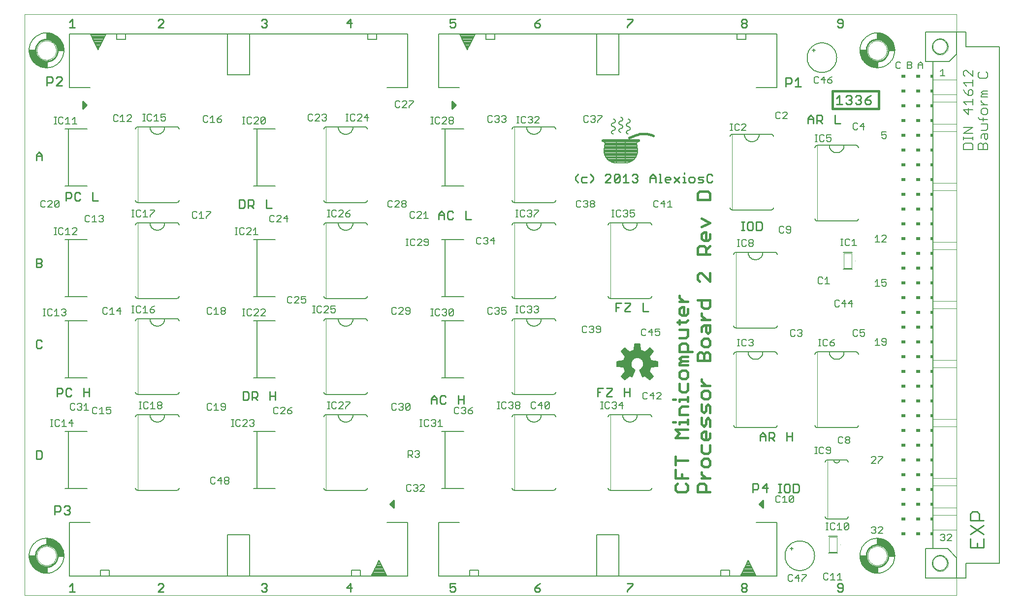
<source format=gto>
G75*
G70*
%OFA0B0*%
%FSLAX24Y24*%
%IPPOS*%
%LPD*%
%AMOC8*
5,1,8,0,0,1.08239X$1,22.5*
%
%ADD10C,0.0150*%
%ADD11C,0.0100*%
%ADD12C,0.0110*%
%ADD13C,0.0160*%
%ADD14C,0.0050*%
%ADD15C,0.0060*%
%ADD16C,0.0020*%
%ADD17C,0.0004*%
%ADD18C,0.0030*%
%ADD19C,0.0080*%
%ADD20C,0.0000*%
%ADD21C,0.0070*%
%ADD22R,0.0150X0.0200*%
%ADD23R,0.0300X0.0200*%
%ADD24C,0.0059*%
%ADD25C,0.0090*%
D10*
X048922Y014586D02*
X049064Y014445D01*
X049631Y014445D01*
X049773Y014586D01*
X049773Y014870D01*
X049631Y015012D01*
X049773Y015365D02*
X048922Y015365D01*
X048922Y015932D01*
X048922Y016286D02*
X048922Y016853D01*
X048922Y016570D02*
X049773Y016570D01*
X050706Y016558D02*
X050706Y016274D01*
X050848Y016133D01*
X051131Y016133D01*
X051273Y016274D01*
X051273Y016558D01*
X051131Y016700D01*
X050848Y016700D01*
X050706Y016558D01*
X050848Y017053D02*
X051131Y017053D01*
X051273Y017195D01*
X051273Y017620D01*
X051131Y017974D02*
X050848Y017974D01*
X050706Y018116D01*
X050706Y018399D01*
X050848Y018541D01*
X050989Y018541D01*
X050989Y017974D01*
X051131Y017974D02*
X051273Y018116D01*
X051273Y018399D01*
X051273Y018895D02*
X051273Y019320D01*
X051131Y019462D01*
X050989Y019320D01*
X050989Y019037D01*
X050848Y018895D01*
X050706Y019037D01*
X050706Y019462D01*
X050848Y019816D02*
X050706Y019957D01*
X050706Y020383D01*
X050989Y020241D02*
X050989Y019957D01*
X050848Y019816D01*
X051273Y019816D02*
X051273Y020241D01*
X051131Y020383D01*
X050989Y020241D01*
X050848Y020736D02*
X051131Y020736D01*
X051273Y020878D01*
X051273Y021162D01*
X051131Y021303D01*
X050848Y021303D01*
X050706Y021162D01*
X050706Y020878D01*
X050848Y020736D01*
X050989Y021657D02*
X050706Y021941D01*
X050706Y022082D01*
X050706Y021657D02*
X051273Y021657D01*
X049773Y021764D02*
X049773Y021338D01*
X049631Y021197D01*
X049348Y021197D01*
X049206Y021338D01*
X049206Y021764D01*
X049348Y022117D02*
X049631Y022117D01*
X049773Y022259D01*
X049773Y022543D01*
X049631Y022685D01*
X049348Y022685D01*
X049206Y022543D01*
X049206Y022259D01*
X049348Y022117D01*
X049206Y023038D02*
X049206Y023180D01*
X049348Y023322D01*
X049206Y023464D01*
X049348Y023605D01*
X049773Y023605D01*
X049773Y023322D02*
X049348Y023322D01*
X049206Y023038D02*
X049773Y023038D01*
X050422Y023345D02*
X050422Y023770D01*
X050564Y023912D01*
X050706Y023912D01*
X050848Y023770D01*
X050848Y023345D01*
X051273Y023345D02*
X050422Y023345D01*
X050848Y023770D02*
X050989Y023912D01*
X051131Y023912D01*
X051273Y023770D01*
X051273Y023345D01*
X051131Y024266D02*
X050848Y024266D01*
X050706Y024408D01*
X050706Y024691D01*
X050848Y024833D01*
X051131Y024833D01*
X051273Y024691D01*
X051273Y024408D01*
X051131Y024266D01*
X051131Y025187D02*
X050989Y025328D01*
X050989Y025754D01*
X050848Y025754D02*
X051273Y025754D01*
X051273Y025328D01*
X051131Y025187D01*
X050706Y025328D02*
X050706Y025612D01*
X050848Y025754D01*
X050989Y026107D02*
X050706Y026391D01*
X050706Y026533D01*
X050848Y026875D02*
X050706Y027016D01*
X050706Y027442D01*
X050422Y027442D02*
X051273Y027442D01*
X051273Y027016D01*
X051131Y026875D01*
X050848Y026875D01*
X050706Y026107D02*
X051273Y026107D01*
X049773Y026084D02*
X049631Y025942D01*
X049064Y025942D01*
X049206Y025800D02*
X049206Y026084D01*
X049348Y026414D02*
X049206Y026556D01*
X049206Y026840D01*
X049348Y026981D01*
X049489Y026981D01*
X049489Y026414D01*
X049348Y026414D02*
X049631Y026414D01*
X049773Y026556D01*
X049773Y026840D01*
X049773Y027335D02*
X049206Y027335D01*
X049489Y027335D02*
X049206Y027619D01*
X049206Y027760D01*
X050422Y028858D02*
X050564Y028716D01*
X050422Y028858D02*
X050422Y029141D01*
X050564Y029283D01*
X050706Y029283D01*
X051273Y028716D01*
X051273Y029283D01*
X051273Y030558D02*
X050422Y030558D01*
X050422Y030983D01*
X050564Y031125D01*
X050848Y031125D01*
X050989Y030983D01*
X050989Y030558D01*
X050989Y030841D02*
X051273Y031125D01*
X051131Y031478D02*
X050848Y031478D01*
X050706Y031620D01*
X050706Y031904D01*
X050848Y032045D01*
X050989Y032045D01*
X050989Y031478D01*
X051131Y031478D02*
X051273Y031620D01*
X051273Y031904D01*
X050706Y032399D02*
X051273Y032683D01*
X050706Y032966D01*
X050422Y034241D02*
X050422Y034666D01*
X050564Y034808D01*
X051131Y034808D01*
X051273Y034666D01*
X051273Y034241D01*
X050422Y034241D01*
X049773Y025447D02*
X049206Y025447D01*
X049773Y025447D02*
X049773Y025021D01*
X049631Y024880D01*
X049206Y024880D01*
X049348Y024526D02*
X049631Y024526D01*
X049773Y024384D01*
X049773Y023959D01*
X050056Y023959D02*
X049206Y023959D01*
X049206Y024384D01*
X049348Y024526D01*
X049773Y020866D02*
X049773Y020583D01*
X049773Y020725D02*
X049206Y020725D01*
X049206Y020583D01*
X048922Y020725D02*
X048780Y020725D01*
X049348Y020229D02*
X049773Y020229D01*
X049348Y020229D02*
X049206Y020087D01*
X049206Y019662D01*
X049773Y019662D01*
X049773Y019332D02*
X049773Y019048D01*
X049773Y019190D02*
X049206Y019190D01*
X049206Y019048D01*
X048922Y019190D02*
X048780Y019190D01*
X048922Y018695D02*
X049773Y018695D01*
X049773Y018128D02*
X048922Y018128D01*
X049206Y018411D01*
X048922Y018695D01*
X050706Y017620D02*
X050706Y017195D01*
X050848Y017053D01*
X050706Y015791D02*
X050706Y015649D01*
X050989Y015365D01*
X050706Y015365D02*
X051273Y015365D01*
X050848Y015012D02*
X050989Y014870D01*
X050989Y014445D01*
X051273Y014445D02*
X050422Y014445D01*
X050422Y014870D01*
X050564Y015012D01*
X050848Y015012D01*
X049348Y015365D02*
X049348Y015649D01*
X049064Y015012D02*
X048922Y014870D01*
X048922Y014586D01*
D11*
X054598Y013620D02*
X054848Y013370D01*
X054848Y013870D01*
X054598Y013620D01*
X054609Y013631D02*
X054848Y013631D01*
X054848Y013729D02*
X054708Y013729D01*
X054806Y013828D02*
X054848Y013828D01*
X054848Y013532D02*
X054685Y013532D01*
X054784Y013434D02*
X054848Y013434D01*
X055898Y014420D02*
X056085Y014420D01*
X055991Y014420D02*
X055991Y014980D01*
X055898Y014980D02*
X056085Y014980D01*
X056303Y014887D02*
X056303Y014513D01*
X056396Y014420D01*
X056583Y014420D01*
X056677Y014513D01*
X056677Y014887D01*
X056583Y014980D01*
X056396Y014980D01*
X056303Y014887D01*
X056911Y014980D02*
X056911Y014420D01*
X057191Y014420D01*
X057284Y014513D01*
X057284Y014887D01*
X057191Y014980D01*
X056911Y014980D01*
X056845Y017920D02*
X056845Y018480D01*
X056845Y018200D02*
X056471Y018200D01*
X056471Y017920D02*
X056471Y018480D01*
X055629Y018387D02*
X055629Y018200D01*
X055536Y018106D01*
X055256Y018106D01*
X055442Y018106D02*
X055629Y017920D01*
X055256Y017920D02*
X055256Y018480D01*
X055536Y018480D01*
X055629Y018387D01*
X055021Y018293D02*
X054835Y018480D01*
X054648Y018293D01*
X054648Y017920D01*
X054648Y018200D02*
X055021Y018200D01*
X055021Y018293D02*
X055021Y017920D01*
X045845Y020920D02*
X045845Y021480D01*
X045845Y021200D02*
X045471Y021200D01*
X045471Y020920D02*
X045471Y021480D01*
X044629Y021480D02*
X044629Y021387D01*
X044256Y021013D01*
X044256Y020920D01*
X044629Y020920D01*
X044629Y021480D02*
X044256Y021480D01*
X044021Y021480D02*
X043648Y021480D01*
X043648Y020920D01*
X043648Y021200D02*
X043835Y021200D01*
X044898Y026670D02*
X044898Y027230D01*
X045271Y027230D01*
X045506Y027230D02*
X045879Y027230D01*
X045879Y027137D01*
X045506Y026763D01*
X045506Y026670D01*
X045879Y026670D01*
X046721Y026670D02*
X046721Y027230D01*
X046721Y026670D02*
X047095Y026670D01*
X045085Y026950D02*
X044898Y026950D01*
X053398Y032170D02*
X053585Y032170D01*
X053491Y032170D02*
X053491Y032730D01*
X053398Y032730D02*
X053585Y032730D01*
X053803Y032637D02*
X053803Y032263D01*
X053896Y032170D01*
X054083Y032170D01*
X054177Y032263D01*
X054177Y032637D01*
X054083Y032730D01*
X053896Y032730D01*
X053803Y032637D01*
X054411Y032730D02*
X054411Y032170D01*
X054691Y032170D01*
X054784Y032263D01*
X054784Y032637D01*
X054691Y032730D01*
X054411Y032730D01*
X051435Y035513D02*
X051341Y035420D01*
X051154Y035420D01*
X051061Y035513D01*
X051061Y035887D01*
X051154Y035980D01*
X051341Y035980D01*
X051435Y035887D01*
X050827Y035793D02*
X050547Y035793D01*
X050453Y035700D01*
X050547Y035606D01*
X050733Y035606D01*
X050827Y035513D01*
X050733Y035420D01*
X050453Y035420D01*
X050219Y035513D02*
X050219Y035700D01*
X050126Y035793D01*
X049939Y035793D01*
X049846Y035700D01*
X049846Y035513D01*
X049939Y035420D01*
X050126Y035420D01*
X050219Y035513D01*
X049627Y035420D02*
X049440Y035420D01*
X049534Y035420D02*
X049534Y035793D01*
X049440Y035793D01*
X049534Y035980D02*
X049534Y036073D01*
X049206Y035793D02*
X048833Y035420D01*
X048599Y035606D02*
X048225Y035606D01*
X048225Y035513D02*
X048225Y035700D01*
X048318Y035793D01*
X048505Y035793D01*
X048599Y035700D01*
X048599Y035606D01*
X048505Y035420D02*
X048318Y035420D01*
X048225Y035513D01*
X048007Y035420D02*
X047820Y035420D01*
X047913Y035420D02*
X047913Y035980D01*
X047820Y035980D01*
X047586Y035793D02*
X047586Y035420D01*
X047586Y035700D02*
X047212Y035700D01*
X047212Y035793D02*
X047399Y035980D01*
X047586Y035793D01*
X047212Y035793D02*
X047212Y035420D01*
X046370Y035513D02*
X046277Y035420D01*
X046090Y035420D01*
X045997Y035513D01*
X045763Y035420D02*
X045389Y035420D01*
X045576Y035420D02*
X045576Y035980D01*
X045389Y035793D01*
X045155Y035887D02*
X044781Y035513D01*
X044875Y035420D01*
X045061Y035420D01*
X045155Y035513D01*
X045155Y035887D01*
X045061Y035980D01*
X044875Y035980D01*
X044781Y035887D01*
X044781Y035513D01*
X044547Y035420D02*
X044174Y035420D01*
X044547Y035793D01*
X044547Y035887D01*
X044454Y035980D01*
X044267Y035980D01*
X044174Y035887D01*
X043348Y035793D02*
X043161Y035980D01*
X043348Y035793D02*
X043348Y035606D01*
X043161Y035420D01*
X042927Y035420D02*
X042646Y035420D01*
X042553Y035513D01*
X042553Y035700D01*
X042646Y035793D01*
X042927Y035793D01*
X042335Y035980D02*
X042148Y035793D01*
X042148Y035606D01*
X042335Y035420D01*
X045997Y035887D02*
X046090Y035980D01*
X046277Y035980D01*
X046370Y035887D01*
X046370Y035793D01*
X046277Y035700D01*
X046370Y035606D01*
X046370Y035513D01*
X046277Y035700D02*
X046184Y035700D01*
X048833Y035793D02*
X049206Y035420D01*
X057898Y039420D02*
X057898Y039793D01*
X058085Y039980D01*
X058271Y039793D01*
X058271Y039420D01*
X058506Y039420D02*
X058506Y039980D01*
X058786Y039980D01*
X058879Y039887D01*
X058879Y039700D01*
X058786Y039606D01*
X058506Y039606D01*
X058692Y039606D02*
X058879Y039420D01*
X058271Y039700D02*
X057898Y039700D01*
X059721Y039980D02*
X059721Y039420D01*
X060095Y039420D01*
X062048Y043370D02*
X062598Y043220D01*
X062598Y043570D01*
X062248Y043670D01*
X061948Y043920D01*
X061798Y044370D01*
X061448Y044370D01*
X061498Y044020D01*
X061698Y043670D01*
X062048Y043370D01*
X062023Y043391D02*
X062598Y043391D01*
X062598Y043489D02*
X061908Y043489D01*
X061793Y043588D02*
X062534Y043588D01*
X062598Y043292D02*
X062331Y043292D01*
X062228Y043686D02*
X061688Y043686D01*
X061632Y043785D02*
X062109Y043785D01*
X061991Y043883D02*
X061576Y043883D01*
X061519Y043982D02*
X061927Y043982D01*
X061894Y044081D02*
X061489Y044081D01*
X061475Y044179D02*
X061861Y044179D01*
X061829Y044278D02*
X061461Y044278D01*
X062598Y045170D02*
X062948Y045070D01*
X063248Y044820D01*
X063398Y044370D01*
X063748Y044370D01*
X063698Y044720D01*
X063498Y045070D01*
X063148Y045370D01*
X062598Y045520D01*
X062598Y045170D01*
X062615Y045165D02*
X063387Y045165D01*
X063500Y045066D02*
X062952Y045066D01*
X063070Y044967D02*
X063556Y044967D01*
X063613Y044869D02*
X063189Y044869D01*
X063264Y044770D02*
X063669Y044770D01*
X063705Y044672D02*
X063297Y044672D01*
X063330Y044573D02*
X063719Y044573D01*
X063733Y044475D02*
X063363Y044475D01*
X063396Y044376D02*
X063747Y044376D01*
X063272Y045263D02*
X062598Y045263D01*
X062598Y045362D02*
X063157Y045362D01*
X062816Y045460D02*
X062598Y045460D01*
X060271Y046013D02*
X060271Y046387D01*
X060178Y046480D01*
X059991Y046480D01*
X059898Y046387D01*
X059898Y046293D01*
X059991Y046200D01*
X060271Y046200D01*
X060271Y046013D02*
X060178Y045920D01*
X059991Y045920D01*
X059898Y046013D01*
X053771Y046013D02*
X053678Y045920D01*
X053491Y045920D01*
X053398Y046013D01*
X053398Y046106D01*
X053491Y046200D01*
X053678Y046200D01*
X053771Y046106D01*
X053771Y046013D01*
X053678Y046200D02*
X053771Y046293D01*
X053771Y046387D01*
X053678Y046480D01*
X053491Y046480D01*
X053398Y046387D01*
X053398Y046293D01*
X053491Y046200D01*
X046021Y046387D02*
X045648Y046013D01*
X045648Y045920D01*
X045648Y046480D02*
X046021Y046480D01*
X046021Y046387D01*
X039771Y046480D02*
X039585Y046387D01*
X039398Y046200D01*
X039678Y046200D01*
X039771Y046106D01*
X039771Y046013D01*
X039678Y045920D01*
X039491Y045920D01*
X039398Y046013D01*
X039398Y046200D01*
X034021Y046200D02*
X034021Y046013D01*
X033928Y045920D01*
X033741Y045920D01*
X033648Y046013D01*
X033648Y046200D02*
X033835Y046293D01*
X033928Y046293D01*
X034021Y046200D01*
X034021Y046480D02*
X033648Y046480D01*
X033648Y046200D01*
X027021Y046200D02*
X026648Y046200D01*
X026928Y046480D01*
X026928Y045920D01*
X021271Y046013D02*
X021178Y045920D01*
X020991Y045920D01*
X020898Y046013D01*
X021085Y046200D02*
X021178Y046200D01*
X021271Y046106D01*
X021271Y046013D01*
X021178Y046200D02*
X021271Y046293D01*
X021271Y046387D01*
X021178Y046480D01*
X020991Y046480D01*
X020898Y046387D01*
X014271Y046387D02*
X014178Y046480D01*
X013991Y046480D01*
X013898Y046387D01*
X014271Y046387D02*
X014271Y046293D01*
X013898Y045920D01*
X014271Y045920D01*
X008271Y045920D02*
X007898Y045920D01*
X008085Y045920D02*
X008085Y046480D01*
X007898Y046293D01*
X007022Y045263D02*
X006348Y045263D01*
X006348Y045170D02*
X006698Y045070D01*
X006998Y044820D01*
X007148Y044370D01*
X007498Y044370D01*
X007448Y044720D01*
X007248Y045070D01*
X006898Y045370D01*
X006348Y045520D01*
X006348Y045170D01*
X006365Y045165D02*
X007137Y045165D01*
X007250Y045066D02*
X006702Y045066D01*
X006820Y044967D02*
X007306Y044967D01*
X007363Y044869D02*
X006939Y044869D01*
X007014Y044770D02*
X007419Y044770D01*
X007455Y044672D02*
X007047Y044672D01*
X007080Y044573D02*
X007469Y044573D01*
X007483Y044475D02*
X007113Y044475D01*
X007146Y044376D02*
X007497Y044376D01*
X006907Y045362D02*
X006348Y045362D01*
X006348Y045460D02*
X006566Y045460D01*
X005548Y044370D02*
X005198Y044370D01*
X005248Y044020D01*
X005448Y043670D01*
X005798Y043370D01*
X006348Y043220D01*
X006348Y043570D01*
X005998Y043670D01*
X005698Y043920D01*
X005548Y044370D01*
X005579Y044278D02*
X005211Y044278D01*
X005225Y044179D02*
X005611Y044179D01*
X005644Y044081D02*
X005239Y044081D01*
X005269Y043982D02*
X005677Y043982D01*
X005741Y043883D02*
X005326Y043883D01*
X005382Y043785D02*
X005859Y043785D01*
X005978Y043686D02*
X005438Y043686D01*
X005543Y043588D02*
X006284Y043588D01*
X006348Y043489D02*
X005658Y043489D01*
X005773Y043391D02*
X006348Y043391D01*
X006348Y043292D02*
X006081Y043292D01*
X008798Y040920D02*
X009048Y040670D01*
X008798Y040420D01*
X008798Y040920D01*
X008798Y040829D02*
X008889Y040829D01*
X008798Y040730D02*
X008987Y040730D01*
X009010Y040632D02*
X008798Y040632D01*
X008798Y040533D02*
X008911Y040533D01*
X008813Y040434D02*
X008798Y040434D01*
X005835Y037480D02*
X006021Y037293D01*
X006021Y036920D01*
X006021Y037200D02*
X005648Y037200D01*
X005648Y037293D02*
X005835Y037480D01*
X005648Y037293D02*
X005648Y036920D01*
X007648Y034730D02*
X007928Y034730D01*
X008021Y034637D01*
X008021Y034450D01*
X007928Y034356D01*
X007648Y034356D01*
X007648Y034170D02*
X007648Y034730D01*
X008256Y034637D02*
X008256Y034263D01*
X008349Y034170D01*
X008536Y034170D01*
X008629Y034263D01*
X008629Y034637D02*
X008536Y034730D01*
X008349Y034730D01*
X008256Y034637D01*
X009471Y034730D02*
X009471Y034170D01*
X009845Y034170D01*
X005928Y030230D02*
X005648Y030230D01*
X005648Y029670D01*
X005928Y029670D01*
X006021Y029763D01*
X006021Y029856D01*
X005928Y029950D01*
X005648Y029950D01*
X005928Y029950D02*
X006021Y030043D01*
X006021Y030137D01*
X005928Y030230D01*
X005928Y024730D02*
X005741Y024730D01*
X005648Y024637D01*
X005648Y024263D01*
X005741Y024170D01*
X005928Y024170D01*
X006021Y024263D01*
X006021Y024637D02*
X005928Y024730D01*
X007048Y021480D02*
X007328Y021480D01*
X007421Y021387D01*
X007421Y021200D01*
X007328Y021106D01*
X007048Y021106D01*
X007048Y020920D02*
X007048Y021480D01*
X007656Y021387D02*
X007656Y021013D01*
X007749Y020920D01*
X007936Y020920D01*
X008029Y021013D01*
X008029Y021387D02*
X007936Y021480D01*
X007749Y021480D01*
X007656Y021387D01*
X008871Y021480D02*
X008871Y020920D01*
X008871Y021200D02*
X009245Y021200D01*
X009245Y021480D02*
X009245Y020920D01*
X005928Y017230D02*
X005648Y017230D01*
X005648Y016670D01*
X005928Y016670D01*
X006021Y016763D01*
X006021Y017137D01*
X005928Y017230D01*
X006348Y011270D02*
X006898Y011120D01*
X007248Y010820D01*
X007448Y010470D01*
X007498Y010120D01*
X007148Y010120D01*
X006998Y010570D01*
X006698Y010820D01*
X006348Y010920D01*
X006348Y011270D01*
X006348Y011266D02*
X006362Y011266D01*
X006348Y011167D02*
X006724Y011167D01*
X006957Y011069D02*
X006348Y011069D01*
X006348Y010970D02*
X007072Y010970D01*
X007187Y010871D02*
X006516Y010871D01*
X006754Y010773D02*
X007275Y010773D01*
X007331Y010674D02*
X006872Y010674D01*
X006990Y010576D02*
X007387Y010576D01*
X007443Y010477D02*
X007029Y010477D01*
X007061Y010379D02*
X007461Y010379D01*
X007475Y010280D02*
X007094Y010280D01*
X007127Y010182D02*
X007489Y010182D01*
X006348Y009320D02*
X006348Y008970D01*
X005798Y009120D01*
X005448Y009420D01*
X005248Y009770D01*
X005198Y010120D01*
X005548Y010120D01*
X005698Y009670D01*
X005998Y009420D01*
X006348Y009320D01*
X006348Y009295D02*
X005593Y009295D01*
X005478Y009393D02*
X006090Y009393D01*
X005911Y009492D02*
X005407Y009492D01*
X005350Y009590D02*
X005793Y009590D01*
X005691Y009689D02*
X005294Y009689D01*
X005245Y009787D02*
X005659Y009787D01*
X005626Y009886D02*
X005231Y009886D01*
X005217Y009985D02*
X005593Y009985D01*
X005560Y010083D02*
X005203Y010083D01*
X005708Y009196D02*
X006348Y009196D01*
X006348Y009098D02*
X005878Y009098D01*
X006239Y008999D02*
X006348Y008999D01*
X007898Y008043D02*
X008085Y008230D01*
X008085Y007670D01*
X008271Y007670D02*
X007898Y007670D01*
X013898Y007670D02*
X014271Y008043D01*
X014271Y008137D01*
X014178Y008230D01*
X013991Y008230D01*
X013898Y008137D01*
X013898Y007670D02*
X014271Y007670D01*
X020898Y007763D02*
X020991Y007670D01*
X021178Y007670D01*
X021271Y007763D01*
X021271Y007856D01*
X021178Y007950D01*
X021085Y007950D01*
X021178Y007950D02*
X021271Y008043D01*
X021271Y008137D01*
X021178Y008230D01*
X020991Y008230D01*
X020898Y008137D01*
X026648Y007950D02*
X027021Y007950D01*
X026928Y008230D02*
X026648Y007950D01*
X026928Y007670D02*
X026928Y008230D01*
X029848Y013370D02*
X029598Y013620D01*
X029848Y013870D01*
X029848Y013370D01*
X029848Y013434D02*
X029784Y013434D01*
X029848Y013532D02*
X029685Y013532D01*
X029609Y013631D02*
X029848Y013631D01*
X029848Y013729D02*
X029708Y013729D01*
X029806Y013828D02*
X029848Y013828D01*
X033648Y008230D02*
X033648Y007950D01*
X033835Y008043D01*
X033928Y008043D01*
X034021Y007950D01*
X034021Y007763D01*
X033928Y007670D01*
X033741Y007670D01*
X033648Y007763D01*
X033648Y008230D02*
X034021Y008230D01*
X039398Y007950D02*
X039678Y007950D01*
X039771Y007856D01*
X039771Y007763D01*
X039678Y007670D01*
X039491Y007670D01*
X039398Y007763D01*
X039398Y007950D01*
X039585Y008137D01*
X039771Y008230D01*
X045648Y008230D02*
X046021Y008230D01*
X046021Y008137D01*
X045648Y007763D01*
X045648Y007670D01*
X053398Y007763D02*
X053398Y007856D01*
X053491Y007950D01*
X053678Y007950D01*
X053771Y007856D01*
X053771Y007763D01*
X053678Y007670D01*
X053491Y007670D01*
X053398Y007763D01*
X053491Y007950D02*
X053398Y008043D01*
X053398Y008137D01*
X053491Y008230D01*
X053678Y008230D01*
X053771Y008137D01*
X053771Y008043D01*
X053678Y007950D01*
X059898Y008043D02*
X059991Y007950D01*
X060271Y007950D01*
X060271Y007763D02*
X060271Y008137D01*
X060178Y008230D01*
X059991Y008230D01*
X059898Y008137D01*
X059898Y008043D01*
X059898Y007763D02*
X059991Y007670D01*
X060178Y007670D01*
X060271Y007763D01*
X061698Y009420D02*
X062048Y009120D01*
X062598Y008970D01*
X062598Y009320D01*
X062248Y009420D01*
X061948Y009670D01*
X061798Y010120D01*
X061448Y010120D01*
X061498Y009770D01*
X061698Y009420D01*
X061728Y009393D02*
X062340Y009393D01*
X062161Y009492D02*
X061657Y009492D01*
X061600Y009590D02*
X062043Y009590D01*
X061941Y009689D02*
X061544Y009689D01*
X061495Y009787D02*
X061909Y009787D01*
X061876Y009886D02*
X061481Y009886D01*
X061467Y009985D02*
X061843Y009985D01*
X061810Y010083D02*
X061453Y010083D01*
X061843Y009295D02*
X062598Y009295D01*
X062598Y009196D02*
X061958Y009196D01*
X062128Y009098D02*
X062598Y009098D01*
X062598Y008999D02*
X062489Y008999D01*
X063398Y010120D02*
X063748Y010120D01*
X063698Y010470D01*
X063498Y010820D01*
X063148Y011120D01*
X062598Y011270D01*
X062598Y010920D01*
X062948Y010820D01*
X063248Y010570D01*
X063398Y010120D01*
X063377Y010182D02*
X063739Y010182D01*
X063725Y010280D02*
X063344Y010280D01*
X063311Y010379D02*
X063711Y010379D01*
X063693Y010477D02*
X063279Y010477D01*
X063240Y010576D02*
X063637Y010576D01*
X063581Y010674D02*
X063122Y010674D01*
X063004Y010773D02*
X063525Y010773D01*
X063437Y010871D02*
X062766Y010871D01*
X062598Y010970D02*
X063322Y010970D01*
X063207Y011069D02*
X062598Y011069D01*
X062598Y011167D02*
X062974Y011167D01*
X062612Y011266D02*
X062598Y011266D01*
X068897Y011270D02*
X068897Y010670D01*
X069798Y010670D01*
X069798Y011270D01*
X069798Y011590D02*
X068897Y012191D01*
X068897Y012511D02*
X068897Y012961D01*
X069047Y013112D01*
X069348Y013112D01*
X069498Y012961D01*
X069498Y012511D01*
X069798Y012511D02*
X068897Y012511D01*
X068897Y011590D02*
X069798Y012191D01*
X069348Y010970D02*
X069348Y010670D01*
X035095Y032920D02*
X034721Y032920D01*
X034721Y033480D01*
X033879Y033387D02*
X033786Y033480D01*
X033599Y033480D01*
X033506Y033387D01*
X033506Y033013D01*
X033599Y032920D01*
X033786Y032920D01*
X033879Y033013D01*
X033271Y032920D02*
X033271Y033293D01*
X033085Y033480D01*
X032898Y033293D01*
X032898Y032920D01*
X032898Y033200D02*
X033271Y033200D01*
X033798Y040420D02*
X033798Y040920D01*
X034048Y040670D01*
X033798Y040420D01*
X033798Y040434D02*
X033813Y040434D01*
X033798Y040533D02*
X033911Y040533D01*
X034010Y040632D02*
X033798Y040632D01*
X033798Y040730D02*
X033987Y040730D01*
X033889Y040829D02*
X033798Y040829D01*
X021595Y033670D02*
X021221Y033670D01*
X021221Y034230D01*
X020379Y034137D02*
X020379Y033950D01*
X020286Y033856D01*
X020006Y033856D01*
X020192Y033856D02*
X020379Y033670D01*
X020006Y033670D02*
X020006Y034230D01*
X020286Y034230D01*
X020379Y034137D01*
X019771Y034137D02*
X019678Y034230D01*
X019398Y034230D01*
X019398Y033670D01*
X019678Y033670D01*
X019771Y033763D01*
X019771Y034137D01*
X019928Y021230D02*
X019648Y021230D01*
X019648Y020670D01*
X019928Y020670D01*
X020021Y020763D01*
X020021Y021137D01*
X019928Y021230D01*
X020256Y021230D02*
X020536Y021230D01*
X020629Y021137D01*
X020629Y020950D01*
X020536Y020856D01*
X020256Y020856D01*
X020442Y020856D02*
X020629Y020670D01*
X020256Y020670D02*
X020256Y021230D01*
X021471Y021230D02*
X021471Y020670D01*
X021471Y020950D02*
X021845Y020950D01*
X021845Y021230D02*
X021845Y020670D01*
X032398Y020700D02*
X032771Y020700D01*
X032771Y020793D02*
X032771Y020420D01*
X033006Y020513D02*
X033099Y020420D01*
X033286Y020420D01*
X033379Y020513D01*
X033006Y020513D02*
X033006Y020887D01*
X033099Y020980D01*
X033286Y020980D01*
X033379Y020887D01*
X032771Y020793D02*
X032585Y020980D01*
X032398Y020793D01*
X032398Y020420D01*
X034221Y020420D02*
X034221Y020980D01*
X034221Y020700D02*
X034595Y020700D01*
X034595Y020980D02*
X034595Y020420D01*
D12*
X054153Y015015D02*
X054153Y014425D01*
X054153Y014621D02*
X054448Y014621D01*
X054547Y014720D01*
X054547Y014917D01*
X054448Y015015D01*
X054153Y015015D01*
X054797Y014720D02*
X055191Y014720D01*
X055093Y015015D02*
X054797Y014720D01*
X055093Y014425D02*
X055093Y015015D01*
X059825Y040725D02*
X060218Y040725D01*
X060021Y040725D02*
X060021Y041315D01*
X059825Y041118D01*
X060469Y041217D02*
X060568Y041315D01*
X060764Y041315D01*
X060863Y041217D01*
X060863Y041118D01*
X060764Y041020D01*
X060863Y040921D01*
X060863Y040823D01*
X060764Y040725D01*
X060568Y040725D01*
X060469Y040823D01*
X060666Y041020D02*
X060764Y041020D01*
X061114Y041217D02*
X061212Y041315D01*
X061409Y041315D01*
X061507Y041217D01*
X061507Y041118D01*
X061409Y041020D01*
X061507Y040921D01*
X061507Y040823D01*
X061409Y040725D01*
X061212Y040725D01*
X061114Y040823D01*
X061311Y041020D02*
X061409Y041020D01*
X061758Y041020D02*
X061955Y041217D01*
X062152Y041315D01*
X062054Y041020D02*
X061758Y041020D01*
X061758Y040823D01*
X061857Y040725D01*
X062054Y040725D01*
X062152Y040823D01*
X062152Y040921D01*
X062054Y041020D01*
X057441Y041925D02*
X057047Y041925D01*
X057244Y041925D02*
X057244Y042515D01*
X057047Y042318D01*
X056797Y042417D02*
X056797Y042220D01*
X056698Y042121D01*
X056403Y042121D01*
X056403Y041925D02*
X056403Y042515D01*
X056698Y042515D01*
X056797Y042417D01*
X007941Y013417D02*
X007941Y013318D01*
X007843Y013220D01*
X007941Y013121D01*
X007941Y013023D01*
X007843Y012925D01*
X007646Y012925D01*
X007547Y013023D01*
X007744Y013220D02*
X007843Y013220D01*
X007941Y013417D02*
X007843Y013515D01*
X007646Y013515D01*
X007547Y013417D01*
X007297Y013417D02*
X007297Y013220D01*
X007198Y013121D01*
X006903Y013121D01*
X006903Y012925D02*
X006903Y013515D01*
X007198Y013515D01*
X007297Y013417D01*
X007402Y041975D02*
X007008Y041975D01*
X007402Y042368D01*
X007402Y042467D01*
X007304Y042565D01*
X007107Y042565D01*
X007008Y042467D01*
X006757Y042467D02*
X006757Y042270D01*
X006659Y042171D01*
X006364Y042171D01*
X006364Y041975D02*
X006364Y042565D01*
X006659Y042565D01*
X006757Y042467D01*
D13*
X045799Y038447D02*
X046303Y038636D01*
X046302Y038636D02*
X046371Y038660D01*
X046442Y038680D01*
X046513Y038696D01*
X046585Y038709D01*
X046657Y038718D01*
X046730Y038723D01*
X046803Y038725D01*
X046876Y038723D01*
X046949Y038717D01*
X047021Y038707D01*
X047093Y038694D01*
X047164Y038677D01*
X047234Y038656D01*
X047303Y038632D01*
X047371Y038604D01*
X047437Y038573D01*
X059548Y040420D02*
X059548Y041620D01*
X062698Y041620D01*
X062698Y040420D01*
X059548Y040420D01*
D14*
X060979Y039364D02*
X060979Y039064D01*
X061054Y038989D01*
X061204Y038989D01*
X061279Y039064D01*
X061440Y039214D02*
X061740Y039214D01*
X061665Y038989D02*
X061665Y039439D01*
X061440Y039214D01*
X061279Y039364D02*
X061204Y039439D01*
X061054Y039439D01*
X060979Y039364D01*
X059463Y038645D02*
X059162Y038645D01*
X059162Y038420D01*
X059313Y038495D01*
X059388Y038495D01*
X059463Y038420D01*
X059463Y038270D01*
X059388Y038195D01*
X059237Y038195D01*
X059162Y038270D01*
X059002Y038270D02*
X058927Y038195D01*
X058777Y038195D01*
X058702Y038270D01*
X058702Y038570D01*
X058777Y038645D01*
X058927Y038645D01*
X059002Y038570D01*
X058545Y038645D02*
X058395Y038645D01*
X058470Y038645D02*
X058470Y038195D01*
X058395Y038195D02*
X058545Y038195D01*
X056490Y039739D02*
X056190Y039739D01*
X056490Y040039D01*
X056490Y040114D01*
X056415Y040189D01*
X056265Y040189D01*
X056190Y040114D01*
X056029Y040114D02*
X055954Y040189D01*
X055804Y040189D01*
X055729Y040114D01*
X055729Y039814D01*
X055804Y039739D01*
X055954Y039739D01*
X056029Y039814D01*
X053713Y039320D02*
X053638Y039395D01*
X053487Y039395D01*
X053412Y039320D01*
X053252Y039320D02*
X053177Y039395D01*
X053027Y039395D01*
X052952Y039320D01*
X052952Y039020D01*
X053027Y038945D01*
X053177Y038945D01*
X053252Y039020D01*
X053412Y038945D02*
X053713Y039245D01*
X053713Y039320D01*
X053713Y038945D02*
X053412Y038945D01*
X052795Y038945D02*
X052645Y038945D01*
X052720Y038945D02*
X052720Y039395D01*
X052645Y039395D02*
X052795Y039395D01*
X058323Y042220D02*
X058398Y042145D01*
X058548Y042145D01*
X058623Y042220D01*
X058783Y042370D02*
X059083Y042370D01*
X059244Y042370D02*
X059469Y042370D01*
X059544Y042295D01*
X059544Y042220D01*
X059469Y042145D01*
X059319Y042145D01*
X059244Y042220D01*
X059244Y042370D01*
X059394Y042520D01*
X059544Y042595D01*
X059008Y042595D02*
X058783Y042370D01*
X058623Y042520D02*
X058548Y042595D01*
X058398Y042595D01*
X058323Y042520D01*
X058323Y042220D01*
X059008Y042145D02*
X059008Y042595D01*
X063873Y043220D02*
X063948Y043145D01*
X064098Y043145D01*
X064173Y043220D01*
X064173Y043520D02*
X064098Y043595D01*
X063948Y043595D01*
X063873Y043520D01*
X063873Y043220D01*
X064623Y043145D02*
X064848Y043145D01*
X064923Y043220D01*
X064923Y043295D01*
X064848Y043370D01*
X064623Y043370D01*
X064623Y043145D02*
X064623Y043595D01*
X064848Y043595D01*
X064923Y043520D01*
X064923Y043445D01*
X064848Y043370D01*
X065373Y043370D02*
X065673Y043370D01*
X065673Y043445D02*
X065673Y043145D01*
X065673Y043445D02*
X065523Y043595D01*
X065373Y043445D01*
X065373Y043145D01*
X066873Y042945D02*
X067023Y043095D01*
X067023Y042645D01*
X066873Y042645D02*
X067173Y042645D01*
X063213Y038845D02*
X062913Y038845D01*
X062913Y038620D01*
X063063Y038695D01*
X063138Y038695D01*
X063213Y038620D01*
X063213Y038470D01*
X063138Y038395D01*
X062988Y038395D01*
X062913Y038470D01*
X056740Y032364D02*
X056665Y032439D01*
X056515Y032439D01*
X056440Y032364D01*
X056440Y032289D01*
X056515Y032214D01*
X056740Y032214D01*
X056740Y032064D02*
X056740Y032364D01*
X056740Y032064D02*
X056665Y031989D01*
X056515Y031989D01*
X056440Y032064D01*
X056279Y032064D02*
X056204Y031989D01*
X056054Y031989D01*
X055979Y032064D01*
X055979Y032364D01*
X056054Y032439D01*
X056204Y032439D01*
X056279Y032364D01*
X054190Y031470D02*
X054190Y031395D01*
X054115Y031320D01*
X053965Y031320D01*
X053890Y031395D01*
X053890Y031470D01*
X053965Y031545D01*
X054115Y031545D01*
X054190Y031470D01*
X054115Y031320D02*
X054190Y031245D01*
X054190Y031170D01*
X054115Y031095D01*
X053965Y031095D01*
X053890Y031170D01*
X053890Y031245D01*
X053965Y031320D01*
X053730Y031470D02*
X053655Y031545D01*
X053505Y031545D01*
X053430Y031470D01*
X053430Y031170D01*
X053505Y031095D01*
X053655Y031095D01*
X053730Y031170D01*
X053273Y031095D02*
X053123Y031095D01*
X053198Y031095D02*
X053198Y031545D01*
X053123Y031545D02*
X053273Y031545D01*
X048700Y033739D02*
X048400Y033739D01*
X048550Y033739D02*
X048550Y034189D01*
X048400Y034039D01*
X048240Y033964D02*
X047940Y033964D01*
X048165Y034189D01*
X048165Y033739D01*
X047779Y033814D02*
X047704Y033739D01*
X047554Y033739D01*
X047479Y033814D01*
X047479Y034114D01*
X047554Y034189D01*
X047704Y034189D01*
X047779Y034114D01*
X046151Y033545D02*
X045850Y033545D01*
X045850Y033320D01*
X046001Y033395D01*
X046076Y033395D01*
X046151Y033320D01*
X046151Y033170D01*
X046076Y033095D01*
X045926Y033095D01*
X045850Y033170D01*
X045690Y033170D02*
X045615Y033095D01*
X045465Y033095D01*
X045390Y033170D01*
X045230Y033170D02*
X045155Y033095D01*
X045005Y033095D01*
X044930Y033170D01*
X044930Y033470D01*
X045005Y033545D01*
X045155Y033545D01*
X045230Y033470D01*
X045390Y033470D02*
X045465Y033545D01*
X045615Y033545D01*
X045690Y033470D01*
X045690Y033395D01*
X045615Y033320D01*
X045690Y033245D01*
X045690Y033170D01*
X045615Y033320D02*
X045540Y033320D01*
X044773Y033545D02*
X044623Y033545D01*
X044698Y033545D02*
X044698Y033095D01*
X044623Y033095D02*
X044773Y033095D01*
X043450Y033814D02*
X043375Y033739D01*
X043225Y033739D01*
X043150Y033814D01*
X043150Y033889D01*
X043225Y033964D01*
X043375Y033964D01*
X043450Y033889D01*
X043450Y033814D01*
X043375Y033964D02*
X043450Y034039D01*
X043450Y034114D01*
X043375Y034189D01*
X043225Y034189D01*
X043150Y034114D01*
X043150Y034039D01*
X043225Y033964D01*
X042990Y033889D02*
X042990Y033814D01*
X042915Y033739D01*
X042765Y033739D01*
X042690Y033814D01*
X042529Y033814D02*
X042454Y033739D01*
X042304Y033739D01*
X042229Y033814D01*
X042229Y034114D01*
X042304Y034189D01*
X042454Y034189D01*
X042529Y034114D01*
X042690Y034114D02*
X042765Y034189D01*
X042915Y034189D01*
X042990Y034114D01*
X042990Y034039D01*
X042915Y033964D01*
X042990Y033889D01*
X042915Y033964D02*
X042840Y033964D01*
X039651Y033545D02*
X039651Y033470D01*
X039350Y033170D01*
X039350Y033095D01*
X039190Y033170D02*
X039115Y033095D01*
X038965Y033095D01*
X038890Y033170D01*
X038730Y033170D02*
X038655Y033095D01*
X038505Y033095D01*
X038430Y033170D01*
X038430Y033470D01*
X038505Y033545D01*
X038655Y033545D01*
X038730Y033470D01*
X038890Y033470D02*
X038965Y033545D01*
X039115Y033545D01*
X039190Y033470D01*
X039190Y033395D01*
X039115Y033320D01*
X039190Y033245D01*
X039190Y033170D01*
X039115Y033320D02*
X039040Y033320D01*
X039350Y033545D02*
X039651Y033545D01*
X038273Y033545D02*
X038123Y033545D01*
X038198Y033545D02*
X038198Y033095D01*
X038123Y033095D02*
X038273Y033095D01*
X036625Y031689D02*
X036400Y031464D01*
X036700Y031464D01*
X036625Y031239D02*
X036625Y031689D01*
X036240Y031614D02*
X036240Y031539D01*
X036165Y031464D01*
X036240Y031389D01*
X036240Y031314D01*
X036165Y031239D01*
X036015Y031239D01*
X035940Y031314D01*
X035779Y031314D02*
X035704Y031239D01*
X035554Y031239D01*
X035479Y031314D01*
X035479Y031614D01*
X035554Y031689D01*
X035704Y031689D01*
X035779Y031614D01*
X035940Y031614D02*
X036015Y031689D01*
X036165Y031689D01*
X036240Y031614D01*
X036165Y031464D02*
X036090Y031464D01*
X032213Y031520D02*
X032213Y031220D01*
X032138Y031145D01*
X031987Y031145D01*
X031912Y031220D01*
X031987Y031370D02*
X031912Y031445D01*
X031912Y031520D01*
X031987Y031595D01*
X032138Y031595D01*
X032213Y031520D01*
X032213Y031370D02*
X031987Y031370D01*
X031752Y031445D02*
X031752Y031520D01*
X031677Y031595D01*
X031527Y031595D01*
X031452Y031520D01*
X031292Y031520D02*
X031217Y031595D01*
X031067Y031595D01*
X030992Y031520D01*
X030992Y031220D01*
X031067Y031145D01*
X031217Y031145D01*
X031292Y031220D01*
X031452Y031145D02*
X031752Y031445D01*
X031752Y031145D02*
X031452Y031145D01*
X030835Y031145D02*
X030685Y031145D01*
X030760Y031145D02*
X030760Y031595D01*
X030685Y031595D02*
X030835Y031595D01*
X031048Y032995D02*
X031198Y032995D01*
X031273Y033070D01*
X031433Y032995D02*
X031733Y033295D01*
X031733Y033370D01*
X031658Y033445D01*
X031508Y033445D01*
X031433Y033370D01*
X031273Y033370D02*
X031198Y033445D01*
X031048Y033445D01*
X030973Y033370D01*
X030973Y033070D01*
X031048Y032995D01*
X031433Y032995D02*
X031733Y032995D01*
X031894Y032995D02*
X032194Y032995D01*
X032044Y032995D02*
X032044Y033445D01*
X031894Y033295D01*
X030700Y033814D02*
X030625Y033739D01*
X030475Y033739D01*
X030400Y033814D01*
X030400Y033889D01*
X030475Y033964D01*
X030625Y033964D01*
X030700Y033889D01*
X030700Y033814D01*
X030625Y033964D02*
X030700Y034039D01*
X030700Y034114D01*
X030625Y034189D01*
X030475Y034189D01*
X030400Y034114D01*
X030400Y034039D01*
X030475Y033964D01*
X030240Y034039D02*
X030240Y034114D01*
X030165Y034189D01*
X030015Y034189D01*
X029940Y034114D01*
X029779Y034114D02*
X029704Y034189D01*
X029554Y034189D01*
X029479Y034114D01*
X029479Y033814D01*
X029554Y033739D01*
X029704Y033739D01*
X029779Y033814D01*
X029940Y033739D02*
X030240Y034039D01*
X030240Y033739D02*
X029940Y033739D01*
X026901Y033545D02*
X026751Y033470D01*
X026600Y033320D01*
X026826Y033320D01*
X026901Y033245D01*
X026901Y033170D01*
X026826Y033095D01*
X026676Y033095D01*
X026600Y033170D01*
X026600Y033320D01*
X026440Y033395D02*
X026440Y033470D01*
X026365Y033545D01*
X026215Y033545D01*
X026140Y033470D01*
X025980Y033470D02*
X025905Y033545D01*
X025755Y033545D01*
X025680Y033470D01*
X025680Y033170D01*
X025755Y033095D01*
X025905Y033095D01*
X025980Y033170D01*
X026140Y033095D02*
X026440Y033395D01*
X026440Y033095D02*
X026140Y033095D01*
X025523Y033095D02*
X025373Y033095D01*
X025448Y033095D02*
X025448Y033545D01*
X025373Y033545D02*
X025523Y033545D01*
X022700Y032964D02*
X022400Y032964D01*
X022625Y033189D01*
X022625Y032739D01*
X022240Y032739D02*
X021940Y032739D01*
X022240Y033039D01*
X022240Y033114D01*
X022165Y033189D01*
X022015Y033189D01*
X021940Y033114D01*
X021779Y033114D02*
X021704Y033189D01*
X021554Y033189D01*
X021479Y033114D01*
X021479Y032814D01*
X021554Y032739D01*
X021704Y032739D01*
X021779Y032814D01*
X020501Y032345D02*
X020501Y031895D01*
X020651Y031895D02*
X020350Y031895D01*
X020190Y031895D02*
X019890Y031895D01*
X020190Y032195D01*
X020190Y032270D01*
X020115Y032345D01*
X019965Y032345D01*
X019890Y032270D01*
X019730Y032270D02*
X019655Y032345D01*
X019505Y032345D01*
X019430Y032270D01*
X019430Y031970D01*
X019505Y031895D01*
X019655Y031895D01*
X019730Y031970D01*
X019273Y031895D02*
X019123Y031895D01*
X019198Y031895D02*
X019198Y032345D01*
X019123Y032345D02*
X019273Y032345D01*
X020350Y032195D02*
X020501Y032345D01*
X017450Y033364D02*
X017150Y033064D01*
X017150Y032989D01*
X016990Y032989D02*
X016690Y032989D01*
X016840Y032989D02*
X016840Y033439D01*
X016690Y033289D01*
X016529Y033364D02*
X016454Y033439D01*
X016304Y033439D01*
X016229Y033364D01*
X016229Y033064D01*
X016304Y032989D01*
X016454Y032989D01*
X016529Y033064D01*
X017150Y033439D02*
X017450Y033439D01*
X017450Y033364D01*
X013651Y033470D02*
X013350Y033170D01*
X013350Y033095D01*
X013190Y033095D02*
X012890Y033095D01*
X013040Y033095D02*
X013040Y033545D01*
X012890Y033395D01*
X012730Y033470D02*
X012655Y033545D01*
X012505Y033545D01*
X012430Y033470D01*
X012430Y033170D01*
X012505Y033095D01*
X012655Y033095D01*
X012730Y033170D01*
X012273Y033095D02*
X012123Y033095D01*
X012198Y033095D02*
X012198Y033545D01*
X012123Y033545D02*
X012273Y033545D01*
X013350Y033545D02*
X013651Y033545D01*
X013651Y033470D01*
X010200Y033114D02*
X010200Y033039D01*
X010125Y032964D01*
X010200Y032889D01*
X010200Y032814D01*
X010125Y032739D01*
X009975Y032739D01*
X009900Y032814D01*
X009740Y032739D02*
X009440Y032739D01*
X009590Y032739D02*
X009590Y033189D01*
X009440Y033039D01*
X009279Y033114D02*
X009204Y033189D01*
X009054Y033189D01*
X008979Y033114D01*
X008979Y032814D01*
X009054Y032739D01*
X009204Y032739D01*
X009279Y032814D01*
X009900Y033114D02*
X009975Y033189D01*
X010125Y033189D01*
X010200Y033114D01*
X010125Y032964D02*
X010050Y032964D01*
X008401Y032270D02*
X008326Y032345D01*
X008176Y032345D01*
X008100Y032270D01*
X008401Y032270D02*
X008401Y032195D01*
X008100Y031895D01*
X008401Y031895D01*
X007940Y031895D02*
X007640Y031895D01*
X007790Y031895D02*
X007790Y032345D01*
X007640Y032195D01*
X007480Y032270D02*
X007405Y032345D01*
X007255Y032345D01*
X007180Y032270D01*
X007180Y031970D01*
X007255Y031895D01*
X007405Y031895D01*
X007480Y031970D01*
X007023Y031895D02*
X006873Y031895D01*
X006948Y031895D02*
X006948Y032345D01*
X006873Y032345D02*
X007023Y032345D01*
X006969Y033745D02*
X006894Y033820D01*
X007194Y034120D01*
X007194Y033820D01*
X007119Y033745D01*
X006969Y033745D01*
X006894Y033820D02*
X006894Y034120D01*
X006969Y034195D01*
X007119Y034195D01*
X007194Y034120D01*
X006733Y034120D02*
X006658Y034195D01*
X006508Y034195D01*
X006433Y034120D01*
X006273Y034120D02*
X006198Y034195D01*
X006048Y034195D01*
X005973Y034120D01*
X005973Y033820D01*
X006048Y033745D01*
X006198Y033745D01*
X006273Y033820D01*
X006433Y033745D02*
X006733Y034045D01*
X006733Y034120D01*
X006733Y033745D02*
X006433Y033745D01*
X006873Y039395D02*
X007023Y039395D01*
X006948Y039395D02*
X006948Y039845D01*
X006873Y039845D02*
X007023Y039845D01*
X007180Y039770D02*
X007180Y039470D01*
X007255Y039395D01*
X007405Y039395D01*
X007480Y039470D01*
X007640Y039395D02*
X007940Y039395D01*
X007790Y039395D02*
X007790Y039845D01*
X007640Y039695D01*
X007480Y039770D02*
X007405Y039845D01*
X007255Y039845D01*
X007180Y039770D01*
X008100Y039695D02*
X008251Y039845D01*
X008251Y039395D01*
X008401Y039395D02*
X008100Y039395D01*
X010885Y039625D02*
X010960Y039550D01*
X011111Y039550D01*
X011186Y039625D01*
X011346Y039550D02*
X011646Y039550D01*
X011496Y039550D02*
X011496Y040000D01*
X011346Y039850D01*
X011186Y039925D02*
X011111Y040000D01*
X010960Y040000D01*
X010885Y039925D01*
X010885Y039625D01*
X011806Y039550D02*
X012106Y039850D01*
X012106Y039925D01*
X012031Y040000D01*
X011881Y040000D01*
X011806Y039925D01*
X011806Y039550D02*
X012106Y039550D01*
X012873Y039595D02*
X013023Y039595D01*
X012948Y039595D02*
X012948Y040045D01*
X012873Y040045D02*
X013023Y040045D01*
X013180Y039970D02*
X013180Y039670D01*
X013255Y039595D01*
X013405Y039595D01*
X013480Y039670D01*
X013640Y039595D02*
X013940Y039595D01*
X013790Y039595D02*
X013790Y040045D01*
X013640Y039895D01*
X013480Y039970D02*
X013405Y040045D01*
X013255Y040045D01*
X013180Y039970D01*
X014100Y040045D02*
X014100Y039820D01*
X014251Y039895D01*
X014326Y039895D01*
X014401Y039820D01*
X014401Y039670D01*
X014326Y039595D01*
X014176Y039595D01*
X014100Y039670D01*
X014100Y040045D02*
X014401Y040045D01*
X016979Y039864D02*
X016979Y039564D01*
X017054Y039489D01*
X017204Y039489D01*
X017279Y039564D01*
X017440Y039489D02*
X017740Y039489D01*
X017590Y039489D02*
X017590Y039939D01*
X017440Y039789D01*
X017279Y039864D02*
X017204Y039939D01*
X017054Y039939D01*
X016979Y039864D01*
X017900Y039714D02*
X017900Y039564D01*
X017975Y039489D01*
X018125Y039489D01*
X018200Y039564D01*
X018200Y039639D01*
X018125Y039714D01*
X017900Y039714D01*
X018050Y039864D01*
X018200Y039939D01*
X019623Y039845D02*
X019773Y039845D01*
X019698Y039845D02*
X019698Y039395D01*
X019623Y039395D02*
X019773Y039395D01*
X019930Y039470D02*
X019930Y039770D01*
X020005Y039845D01*
X020155Y039845D01*
X020230Y039770D01*
X020390Y039770D02*
X020465Y039845D01*
X020615Y039845D01*
X020690Y039770D01*
X020690Y039695D01*
X020390Y039395D01*
X020690Y039395D01*
X020850Y039470D02*
X021151Y039770D01*
X021151Y039470D01*
X021076Y039395D01*
X020926Y039395D01*
X020850Y039470D01*
X020850Y039770D01*
X020926Y039845D01*
X021076Y039845D01*
X021151Y039770D01*
X020230Y039470D02*
X020155Y039395D01*
X020005Y039395D01*
X019930Y039470D01*
X024079Y039664D02*
X024154Y039589D01*
X024304Y039589D01*
X024379Y039664D01*
X024540Y039589D02*
X024840Y039889D01*
X024840Y039964D01*
X024765Y040039D01*
X024615Y040039D01*
X024540Y039964D01*
X024379Y039964D02*
X024304Y040039D01*
X024154Y040039D01*
X024079Y039964D01*
X024079Y039664D01*
X024540Y039589D02*
X024840Y039589D01*
X025000Y039664D02*
X025075Y039589D01*
X025225Y039589D01*
X025300Y039664D01*
X025300Y039739D01*
X025225Y039814D01*
X025150Y039814D01*
X025225Y039814D02*
X025300Y039889D01*
X025300Y039964D01*
X025225Y040039D01*
X025075Y040039D01*
X025000Y039964D01*
X026623Y040045D02*
X026773Y040045D01*
X026698Y040045D02*
X026698Y039595D01*
X026623Y039595D02*
X026773Y039595D01*
X026930Y039670D02*
X027005Y039595D01*
X027155Y039595D01*
X027230Y039670D01*
X027390Y039595D02*
X027690Y039895D01*
X027690Y039970D01*
X027615Y040045D01*
X027465Y040045D01*
X027390Y039970D01*
X027230Y039970D02*
X027155Y040045D01*
X027005Y040045D01*
X026930Y039970D01*
X026930Y039670D01*
X027390Y039595D02*
X027690Y039595D01*
X027850Y039820D02*
X028151Y039820D01*
X028076Y040045D02*
X027850Y039820D01*
X028076Y039595D02*
X028076Y040045D01*
X029979Y040564D02*
X030054Y040489D01*
X030204Y040489D01*
X030279Y040564D01*
X030440Y040489D02*
X030740Y040789D01*
X030740Y040864D01*
X030665Y040939D01*
X030515Y040939D01*
X030440Y040864D01*
X030279Y040864D02*
X030204Y040939D01*
X030054Y040939D01*
X029979Y040864D01*
X029979Y040564D01*
X030440Y040489D02*
X030740Y040489D01*
X030900Y040489D02*
X030900Y040564D01*
X031200Y040864D01*
X031200Y040939D01*
X030900Y040939D01*
X032373Y039845D02*
X032523Y039845D01*
X032448Y039845D02*
X032448Y039395D01*
X032373Y039395D02*
X032523Y039395D01*
X032680Y039470D02*
X032680Y039770D01*
X032755Y039845D01*
X032905Y039845D01*
X032980Y039770D01*
X033140Y039770D02*
X033215Y039845D01*
X033365Y039845D01*
X033440Y039770D01*
X033440Y039695D01*
X033140Y039395D01*
X033440Y039395D01*
X033600Y039470D02*
X033600Y039545D01*
X033676Y039620D01*
X033826Y039620D01*
X033901Y039545D01*
X033901Y039470D01*
X033826Y039395D01*
X033676Y039395D01*
X033600Y039470D01*
X033676Y039620D02*
X033600Y039695D01*
X033600Y039770D01*
X033676Y039845D01*
X033826Y039845D01*
X033901Y039770D01*
X033901Y039695D01*
X033826Y039620D01*
X032980Y039470D02*
X032905Y039395D01*
X032755Y039395D01*
X032680Y039470D01*
X036229Y039564D02*
X036304Y039489D01*
X036454Y039489D01*
X036529Y039564D01*
X036690Y039564D02*
X036765Y039489D01*
X036915Y039489D01*
X036990Y039564D01*
X036990Y039639D01*
X036915Y039714D01*
X036840Y039714D01*
X036915Y039714D02*
X036990Y039789D01*
X036990Y039864D01*
X036915Y039939D01*
X036765Y039939D01*
X036690Y039864D01*
X036529Y039864D02*
X036454Y039939D01*
X036304Y039939D01*
X036229Y039864D01*
X036229Y039564D01*
X037150Y039564D02*
X037225Y039489D01*
X037375Y039489D01*
X037450Y039564D01*
X037450Y039639D01*
X037375Y039714D01*
X037300Y039714D01*
X037375Y039714D02*
X037450Y039789D01*
X037450Y039864D01*
X037375Y039939D01*
X037225Y039939D01*
X037150Y039864D01*
X038185Y039895D02*
X038335Y039895D01*
X038260Y039895D02*
X038260Y039445D01*
X038185Y039445D02*
X038335Y039445D01*
X038492Y039520D02*
X038567Y039445D01*
X038717Y039445D01*
X038792Y039520D01*
X038952Y039520D02*
X039027Y039445D01*
X039177Y039445D01*
X039252Y039520D01*
X039252Y039595D01*
X039177Y039670D01*
X039102Y039670D01*
X039177Y039670D02*
X039252Y039745D01*
X039252Y039820D01*
X039177Y039895D01*
X039027Y039895D01*
X038952Y039820D01*
X038792Y039820D02*
X038717Y039895D01*
X038567Y039895D01*
X038492Y039820D01*
X038492Y039520D01*
X039412Y039445D02*
X039713Y039745D01*
X039713Y039820D01*
X039638Y039895D01*
X039487Y039895D01*
X039412Y039820D01*
X039412Y039445D02*
X039713Y039445D01*
X042729Y039564D02*
X042804Y039489D01*
X042954Y039489D01*
X043029Y039564D01*
X043190Y039564D02*
X043265Y039489D01*
X043415Y039489D01*
X043490Y039564D01*
X043490Y039639D01*
X043415Y039714D01*
X043340Y039714D01*
X043415Y039714D02*
X043490Y039789D01*
X043490Y039864D01*
X043415Y039939D01*
X043265Y039939D01*
X043190Y039864D01*
X043029Y039864D02*
X042954Y039939D01*
X042804Y039939D01*
X042729Y039864D01*
X042729Y039564D01*
X043650Y039564D02*
X043950Y039864D01*
X043950Y039939D01*
X043650Y039939D01*
X043650Y039564D02*
X043650Y039489D01*
X044728Y039454D02*
X044749Y039456D01*
X044769Y039461D01*
X044788Y039469D01*
X044805Y039481D01*
X044821Y039495D01*
X044833Y039511D01*
X044843Y039529D01*
X044850Y039549D01*
X044854Y039570D01*
X044854Y039590D01*
X044850Y039611D01*
X044843Y039631D01*
X044833Y039649D01*
X044821Y039665D01*
X044805Y039679D01*
X044788Y039691D01*
X044769Y039699D01*
X044749Y039704D01*
X044728Y039706D01*
X044728Y039455D02*
X044707Y039453D01*
X044687Y039448D01*
X044668Y039440D01*
X044651Y039428D01*
X044635Y039414D01*
X044623Y039398D01*
X044613Y039380D01*
X044606Y039360D01*
X044602Y039339D01*
X044602Y039319D01*
X044606Y039298D01*
X044613Y039278D01*
X044623Y039260D01*
X044635Y039244D01*
X044651Y039230D01*
X044668Y039218D01*
X044687Y039210D01*
X044707Y039205D01*
X044728Y039203D01*
X044728Y039202D02*
X044749Y039200D01*
X044769Y039195D01*
X044788Y039187D01*
X044805Y039175D01*
X044821Y039161D01*
X044833Y039145D01*
X044843Y039127D01*
X044850Y039107D01*
X044854Y039086D01*
X044854Y039066D01*
X044850Y039045D01*
X044843Y039025D01*
X044833Y039007D01*
X044821Y038991D01*
X044805Y038977D01*
X044788Y038965D01*
X044769Y038957D01*
X044749Y038952D01*
X044728Y038950D01*
X044707Y038948D01*
X044687Y038943D01*
X044668Y038935D01*
X044651Y038923D01*
X044635Y038909D01*
X044623Y038893D01*
X044613Y038875D01*
X044606Y038855D01*
X044602Y038834D01*
X044602Y038814D01*
X044606Y038793D01*
X044613Y038773D01*
X044623Y038755D01*
X044635Y038739D01*
X044651Y038725D01*
X044668Y038713D01*
X044687Y038705D01*
X044707Y038700D01*
X044728Y038698D01*
X044917Y038321D02*
X044035Y038321D01*
X043972Y038258D02*
X043974Y038244D01*
X043978Y038231D01*
X043986Y038219D01*
X043996Y038209D01*
X044008Y038201D01*
X044021Y038197D01*
X044035Y038195D01*
X043972Y038258D02*
X043974Y038272D01*
X043978Y038285D01*
X043986Y038297D01*
X043996Y038307D01*
X044008Y038315D01*
X044021Y038319D01*
X044035Y038321D01*
X044035Y038195D02*
X044055Y038193D01*
X044074Y038189D01*
X044092Y038181D01*
X044109Y038171D01*
X044124Y038158D01*
X044137Y038143D01*
X044147Y038126D01*
X044155Y038108D01*
X044159Y038089D01*
X044161Y038069D01*
X044161Y038069D01*
X044098Y037627D01*
X044098Y037564D01*
X044100Y037508D01*
X044106Y037452D01*
X044115Y037397D01*
X044128Y037343D01*
X044145Y037290D01*
X044166Y037238D01*
X044190Y037187D01*
X044217Y037138D01*
X044248Y037092D01*
X044282Y037047D01*
X044318Y037005D01*
X044358Y036965D01*
X044400Y036929D01*
X044445Y036895D01*
X044491Y036864D01*
X044540Y036837D01*
X044591Y036813D01*
X044643Y036792D01*
X044696Y036775D01*
X044750Y036762D01*
X044805Y036753D01*
X044861Y036747D01*
X044917Y036745D01*
X044917Y036746D02*
X044917Y038321D01*
X045232Y038824D02*
X045211Y038826D01*
X045191Y038831D01*
X045172Y038839D01*
X045155Y038851D01*
X045139Y038865D01*
X045127Y038881D01*
X045117Y038899D01*
X045110Y038919D01*
X045106Y038940D01*
X045106Y038960D01*
X045110Y038981D01*
X045117Y039001D01*
X045127Y039019D01*
X045139Y039035D01*
X045155Y039049D01*
X045172Y039061D01*
X045191Y039069D01*
X045211Y039074D01*
X045232Y039076D01*
X045253Y039078D01*
X045273Y039083D01*
X045292Y039091D01*
X045309Y039103D01*
X045325Y039117D01*
X045337Y039133D01*
X045347Y039151D01*
X045354Y039171D01*
X045358Y039192D01*
X045358Y039212D01*
X045354Y039233D01*
X045347Y039253D01*
X045337Y039271D01*
X045325Y039287D01*
X045309Y039301D01*
X045292Y039313D01*
X045273Y039321D01*
X045253Y039326D01*
X045232Y039328D01*
X045211Y039330D01*
X045191Y039335D01*
X045172Y039343D01*
X045155Y039355D01*
X045139Y039369D01*
X045127Y039385D01*
X045117Y039403D01*
X045110Y039423D01*
X045106Y039444D01*
X045106Y039464D01*
X045110Y039485D01*
X045117Y039505D01*
X045127Y039523D01*
X045139Y039539D01*
X045155Y039553D01*
X045172Y039565D01*
X045191Y039573D01*
X045211Y039578D01*
X045232Y039580D01*
X045253Y039582D01*
X045273Y039587D01*
X045292Y039595D01*
X045309Y039607D01*
X045325Y039621D01*
X045337Y039637D01*
X045347Y039655D01*
X045354Y039675D01*
X045358Y039696D01*
X045358Y039716D01*
X045354Y039737D01*
X045347Y039757D01*
X045337Y039775D01*
X045325Y039791D01*
X045309Y039805D01*
X045292Y039817D01*
X045273Y039825D01*
X045253Y039830D01*
X045232Y039832D01*
X045736Y039706D02*
X045757Y039704D01*
X045777Y039699D01*
X045796Y039691D01*
X045813Y039679D01*
X045829Y039665D01*
X045841Y039649D01*
X045851Y039631D01*
X045858Y039611D01*
X045862Y039590D01*
X045862Y039570D01*
X045858Y039549D01*
X045851Y039529D01*
X045841Y039511D01*
X045829Y039495D01*
X045813Y039481D01*
X045796Y039469D01*
X045777Y039461D01*
X045757Y039456D01*
X045736Y039454D01*
X045736Y039455D02*
X045715Y039453D01*
X045695Y039448D01*
X045676Y039440D01*
X045659Y039428D01*
X045643Y039414D01*
X045631Y039398D01*
X045621Y039380D01*
X045614Y039360D01*
X045610Y039339D01*
X045610Y039319D01*
X045614Y039298D01*
X045621Y039278D01*
X045631Y039260D01*
X045643Y039244D01*
X045659Y039230D01*
X045676Y039218D01*
X045695Y039210D01*
X045715Y039205D01*
X045736Y039203D01*
X045736Y039202D02*
X045757Y039200D01*
X045777Y039195D01*
X045796Y039187D01*
X045813Y039175D01*
X045829Y039161D01*
X045841Y039145D01*
X045851Y039127D01*
X045858Y039107D01*
X045862Y039086D01*
X045862Y039066D01*
X045858Y039045D01*
X045851Y039025D01*
X045841Y039007D01*
X045829Y038991D01*
X045813Y038977D01*
X045796Y038965D01*
X045777Y038957D01*
X045757Y038952D01*
X045736Y038950D01*
X045715Y038948D01*
X045695Y038943D01*
X045676Y038935D01*
X045659Y038923D01*
X045643Y038909D01*
X045631Y038893D01*
X045621Y038875D01*
X045614Y038855D01*
X045610Y038834D01*
X045610Y038814D01*
X045614Y038793D01*
X045621Y038773D01*
X045631Y038755D01*
X045643Y038739D01*
X045659Y038725D01*
X045676Y038713D01*
X045695Y038705D01*
X045715Y038700D01*
X045736Y038698D01*
X058596Y028925D02*
X058596Y028625D01*
X058671Y028550D01*
X058821Y028550D01*
X058896Y028625D01*
X059056Y028550D02*
X059356Y028550D01*
X059206Y028550D02*
X059206Y029000D01*
X059056Y028850D01*
X058896Y028925D02*
X058821Y029000D01*
X058671Y029000D01*
X058596Y028925D01*
X060283Y029560D02*
X060913Y029560D01*
X060913Y030679D02*
X060283Y030679D01*
X060273Y031145D02*
X060123Y031145D01*
X060198Y031145D02*
X060198Y031595D01*
X060123Y031595D02*
X060273Y031595D01*
X060430Y031520D02*
X060430Y031220D01*
X060505Y031145D01*
X060655Y031145D01*
X060730Y031220D01*
X060890Y031145D02*
X061190Y031145D01*
X061040Y031145D02*
X061040Y031595D01*
X060890Y031445D01*
X060730Y031520D02*
X060655Y031595D01*
X060505Y031595D01*
X060430Y031520D01*
X062452Y031395D02*
X062752Y031395D01*
X062602Y031395D02*
X062602Y031845D01*
X062452Y031695D01*
X062912Y031770D02*
X062988Y031845D01*
X063138Y031845D01*
X063213Y031770D01*
X063213Y031695D01*
X062912Y031395D01*
X063213Y031395D01*
X063213Y028845D02*
X062912Y028845D01*
X062912Y028620D01*
X063063Y028695D01*
X063138Y028695D01*
X063213Y028620D01*
X063213Y028470D01*
X063138Y028395D01*
X062988Y028395D01*
X062912Y028470D01*
X062752Y028395D02*
X062452Y028395D01*
X062602Y028395D02*
X062602Y028845D01*
X062452Y028695D01*
X060869Y027445D02*
X060644Y027220D01*
X060944Y027220D01*
X060869Y026995D02*
X060869Y027445D01*
X060483Y027220D02*
X060183Y027220D01*
X060408Y027445D01*
X060408Y026995D01*
X060023Y027070D02*
X059948Y026995D01*
X059798Y026995D01*
X059723Y027070D01*
X059723Y027370D01*
X059798Y027445D01*
X059948Y027445D01*
X060023Y027370D01*
X061054Y025439D02*
X060979Y025364D01*
X060979Y025064D01*
X061054Y024989D01*
X061204Y024989D01*
X061279Y025064D01*
X061440Y025064D02*
X061515Y024989D01*
X061665Y024989D01*
X061740Y025064D01*
X061740Y025214D01*
X061665Y025289D01*
X061590Y025289D01*
X061440Y025214D01*
X061440Y025439D01*
X061740Y025439D01*
X061279Y025364D02*
X061204Y025439D01*
X061054Y025439D01*
X062452Y024695D02*
X062602Y024845D01*
X062602Y024395D01*
X062452Y024395D02*
X062752Y024395D01*
X062912Y024470D02*
X062988Y024395D01*
X063138Y024395D01*
X063213Y024470D01*
X063213Y024770D01*
X063138Y024845D01*
X062988Y024845D01*
X062912Y024770D01*
X062912Y024695D01*
X062988Y024620D01*
X063213Y024620D01*
X059690Y024495D02*
X059615Y024570D01*
X059390Y024570D01*
X059390Y024420D01*
X059465Y024345D01*
X059615Y024345D01*
X059690Y024420D01*
X059690Y024495D01*
X059540Y024720D02*
X059690Y024795D01*
X059540Y024720D02*
X059390Y024570D01*
X059230Y024720D02*
X059155Y024795D01*
X059005Y024795D01*
X058930Y024720D01*
X058930Y024420D01*
X059005Y024345D01*
X059155Y024345D01*
X059230Y024420D01*
X058773Y024345D02*
X058623Y024345D01*
X058698Y024345D02*
X058698Y024795D01*
X058623Y024795D02*
X058773Y024795D01*
X057490Y025064D02*
X057415Y024989D01*
X057265Y024989D01*
X057190Y025064D01*
X057029Y025064D02*
X056954Y024989D01*
X056804Y024989D01*
X056729Y025064D01*
X056729Y025364D01*
X056804Y025439D01*
X056954Y025439D01*
X057029Y025364D01*
X057190Y025364D02*
X057265Y025439D01*
X057415Y025439D01*
X057490Y025364D01*
X057490Y025289D01*
X057415Y025214D01*
X057490Y025139D01*
X057490Y025064D01*
X057415Y025214D02*
X057340Y025214D01*
X054190Y024720D02*
X054190Y024645D01*
X054115Y024570D01*
X054190Y024495D01*
X054190Y024420D01*
X054115Y024345D01*
X053965Y024345D01*
X053890Y024420D01*
X053730Y024420D02*
X053655Y024345D01*
X053505Y024345D01*
X053430Y024420D01*
X053430Y024720D01*
X053505Y024795D01*
X053655Y024795D01*
X053730Y024720D01*
X053890Y024720D02*
X053965Y024795D01*
X054115Y024795D01*
X054190Y024720D01*
X054115Y024570D02*
X054040Y024570D01*
X053273Y024795D02*
X053123Y024795D01*
X053198Y024795D02*
X053198Y024345D01*
X053123Y024345D02*
X053273Y024345D01*
X047863Y025120D02*
X047788Y025045D01*
X047637Y025045D01*
X047562Y025120D01*
X047562Y025270D02*
X047713Y025345D01*
X047788Y025345D01*
X047863Y025270D01*
X047863Y025120D01*
X047562Y025270D02*
X047562Y025495D01*
X047863Y025495D01*
X047402Y025270D02*
X047102Y025270D01*
X047327Y025495D01*
X047327Y025045D01*
X046942Y025120D02*
X046867Y025045D01*
X046717Y025045D01*
X046642Y025120D01*
X046642Y025420D01*
X046717Y025495D01*
X046867Y025495D01*
X046942Y025420D01*
X043850Y025464D02*
X043625Y025464D01*
X043550Y025539D01*
X043550Y025614D01*
X043625Y025689D01*
X043775Y025689D01*
X043850Y025614D01*
X043850Y025314D01*
X043775Y025239D01*
X043625Y025239D01*
X043550Y025314D01*
X043390Y025314D02*
X043315Y025239D01*
X043165Y025239D01*
X043090Y025314D01*
X042929Y025314D02*
X042854Y025239D01*
X042704Y025239D01*
X042629Y025314D01*
X042629Y025614D01*
X042704Y025689D01*
X042854Y025689D01*
X042929Y025614D01*
X043090Y025614D02*
X043165Y025689D01*
X043315Y025689D01*
X043390Y025614D01*
X043390Y025539D01*
X043315Y025464D01*
X043390Y025389D01*
X043390Y025314D01*
X043315Y025464D02*
X043240Y025464D01*
X039651Y026670D02*
X039576Y026595D01*
X039426Y026595D01*
X039350Y026670D01*
X039190Y026670D02*
X039115Y026595D01*
X038965Y026595D01*
X038890Y026670D01*
X038730Y026670D02*
X038655Y026595D01*
X038505Y026595D01*
X038430Y026670D01*
X038430Y026970D01*
X038505Y027045D01*
X038655Y027045D01*
X038730Y026970D01*
X038890Y026970D02*
X038965Y027045D01*
X039115Y027045D01*
X039190Y026970D01*
X039190Y026895D01*
X039115Y026820D01*
X039190Y026745D01*
X039190Y026670D01*
X039115Y026820D02*
X039040Y026820D01*
X039350Y026970D02*
X039426Y027045D01*
X039576Y027045D01*
X039651Y026970D01*
X039651Y026895D01*
X039576Y026820D01*
X039651Y026745D01*
X039651Y026670D01*
X039576Y026820D02*
X039501Y026820D01*
X038273Y027045D02*
X038123Y027045D01*
X038198Y027045D02*
X038198Y026595D01*
X038123Y026595D02*
X038273Y026595D01*
X037450Y026564D02*
X037375Y026489D01*
X037225Y026489D01*
X037150Y026564D01*
X037150Y026714D02*
X037300Y026789D01*
X037375Y026789D01*
X037450Y026714D01*
X037450Y026564D01*
X037150Y026714D02*
X037150Y026939D01*
X037450Y026939D01*
X036990Y026864D02*
X036990Y026789D01*
X036915Y026714D01*
X036990Y026639D01*
X036990Y026564D01*
X036915Y026489D01*
X036765Y026489D01*
X036690Y026564D01*
X036529Y026564D02*
X036454Y026489D01*
X036304Y026489D01*
X036229Y026564D01*
X036229Y026864D01*
X036304Y026939D01*
X036454Y026939D01*
X036529Y026864D01*
X036690Y026864D02*
X036765Y026939D01*
X036915Y026939D01*
X036990Y026864D01*
X036915Y026714D02*
X036840Y026714D01*
X033901Y026770D02*
X033600Y026470D01*
X033676Y026395D01*
X033826Y026395D01*
X033901Y026470D01*
X033901Y026770D01*
X033826Y026845D01*
X033676Y026845D01*
X033600Y026770D01*
X033600Y026470D01*
X033440Y026470D02*
X033365Y026395D01*
X033215Y026395D01*
X033140Y026470D01*
X032980Y026470D02*
X032905Y026395D01*
X032755Y026395D01*
X032680Y026470D01*
X032680Y026770D01*
X032755Y026845D01*
X032905Y026845D01*
X032980Y026770D01*
X033140Y026770D02*
X033215Y026845D01*
X033365Y026845D01*
X033440Y026770D01*
X033440Y026695D01*
X033365Y026620D01*
X033440Y026545D01*
X033440Y026470D01*
X033365Y026620D02*
X033290Y026620D01*
X032523Y026845D02*
X032373Y026845D01*
X032448Y026845D02*
X032448Y026395D01*
X032373Y026395D02*
X032523Y026395D01*
X030950Y026564D02*
X030950Y026864D01*
X030875Y026939D01*
X030725Y026939D01*
X030650Y026864D01*
X030650Y026789D01*
X030725Y026714D01*
X030950Y026714D01*
X030950Y026564D02*
X030875Y026489D01*
X030725Y026489D01*
X030650Y026564D01*
X030490Y026489D02*
X030190Y026489D01*
X030490Y026789D01*
X030490Y026864D01*
X030415Y026939D01*
X030265Y026939D01*
X030190Y026864D01*
X030029Y026864D02*
X029954Y026939D01*
X029804Y026939D01*
X029729Y026864D01*
X029729Y026564D01*
X029804Y026489D01*
X029954Y026489D01*
X030029Y026564D01*
X025901Y026670D02*
X025826Y026595D01*
X025676Y026595D01*
X025600Y026670D01*
X025600Y026820D02*
X025751Y026895D01*
X025826Y026895D01*
X025901Y026820D01*
X025901Y026670D01*
X025600Y026820D02*
X025600Y027045D01*
X025901Y027045D01*
X025440Y026970D02*
X025365Y027045D01*
X025215Y027045D01*
X025140Y026970D01*
X024980Y026970D02*
X024905Y027045D01*
X024755Y027045D01*
X024680Y026970D01*
X024680Y026670D01*
X024755Y026595D01*
X024905Y026595D01*
X024980Y026670D01*
X025140Y026595D02*
X025440Y026895D01*
X025440Y026970D01*
X025440Y026595D02*
X025140Y026595D01*
X024523Y026595D02*
X024373Y026595D01*
X024448Y026595D02*
X024448Y027045D01*
X024373Y027045D02*
X024523Y027045D01*
X023900Y027314D02*
X023825Y027239D01*
X023675Y027239D01*
X023600Y027314D01*
X023600Y027464D02*
X023750Y027539D01*
X023825Y027539D01*
X023900Y027464D01*
X023900Y027314D01*
X023600Y027464D02*
X023600Y027689D01*
X023900Y027689D01*
X023440Y027614D02*
X023365Y027689D01*
X023215Y027689D01*
X023140Y027614D01*
X022979Y027614D02*
X022904Y027689D01*
X022754Y027689D01*
X022679Y027614D01*
X022679Y027314D01*
X022754Y027239D01*
X022904Y027239D01*
X022979Y027314D01*
X023140Y027239D02*
X023440Y027539D01*
X023440Y027614D01*
X023440Y027239D02*
X023140Y027239D01*
X021151Y026770D02*
X021076Y026845D01*
X020926Y026845D01*
X020850Y026770D01*
X020690Y026770D02*
X020615Y026845D01*
X020465Y026845D01*
X020390Y026770D01*
X020230Y026770D02*
X020155Y026845D01*
X020005Y026845D01*
X019930Y026770D01*
X019930Y026470D01*
X020005Y026395D01*
X020155Y026395D01*
X020230Y026470D01*
X020390Y026395D02*
X020690Y026695D01*
X020690Y026770D01*
X020690Y026395D02*
X020390Y026395D01*
X020850Y026395D02*
X021151Y026695D01*
X021151Y026770D01*
X021151Y026395D02*
X020850Y026395D01*
X019773Y026395D02*
X019623Y026395D01*
X019698Y026395D02*
X019698Y026845D01*
X019623Y026845D02*
X019773Y026845D01*
X018450Y026864D02*
X018450Y026789D01*
X018375Y026714D01*
X018225Y026714D01*
X018150Y026789D01*
X018150Y026864D01*
X018225Y026939D01*
X018375Y026939D01*
X018450Y026864D01*
X018375Y026714D02*
X018450Y026639D01*
X018450Y026564D01*
X018375Y026489D01*
X018225Y026489D01*
X018150Y026564D01*
X018150Y026639D01*
X018225Y026714D01*
X017990Y026489D02*
X017690Y026489D01*
X017840Y026489D02*
X017840Y026939D01*
X017690Y026789D01*
X017529Y026864D02*
X017454Y026939D01*
X017304Y026939D01*
X017229Y026864D01*
X017229Y026564D01*
X017304Y026489D01*
X017454Y026489D01*
X017529Y026564D01*
X013651Y026670D02*
X013651Y026745D01*
X013576Y026820D01*
X013350Y026820D01*
X013350Y026670D01*
X013426Y026595D01*
X013576Y026595D01*
X013651Y026670D01*
X013501Y026970D02*
X013350Y026820D01*
X013501Y026970D02*
X013651Y027045D01*
X013040Y027045D02*
X013040Y026595D01*
X012890Y026595D02*
X013190Y026595D01*
X012890Y026895D02*
X013040Y027045D01*
X012730Y026970D02*
X012655Y027045D01*
X012505Y027045D01*
X012430Y026970D01*
X012430Y026670D01*
X012505Y026595D01*
X012655Y026595D01*
X012730Y026670D01*
X012273Y026595D02*
X012123Y026595D01*
X012198Y026595D02*
X012198Y027045D01*
X012123Y027045D02*
X012273Y027045D01*
X011400Y026714D02*
X011100Y026714D01*
X011325Y026939D01*
X011325Y026489D01*
X010940Y026489D02*
X010640Y026489D01*
X010790Y026489D02*
X010790Y026939D01*
X010640Y026789D01*
X010479Y026864D02*
X010404Y026939D01*
X010254Y026939D01*
X010179Y026864D01*
X010179Y026564D01*
X010254Y026489D01*
X010404Y026489D01*
X010479Y026564D01*
X007651Y026545D02*
X007651Y026470D01*
X007576Y026395D01*
X007426Y026395D01*
X007350Y026470D01*
X007190Y026395D02*
X006890Y026395D01*
X007040Y026395D02*
X007040Y026845D01*
X006890Y026695D01*
X006730Y026770D02*
X006655Y026845D01*
X006505Y026845D01*
X006430Y026770D01*
X006430Y026470D01*
X006505Y026395D01*
X006655Y026395D01*
X006730Y026470D01*
X006273Y026395D02*
X006123Y026395D01*
X006198Y026395D02*
X006198Y026845D01*
X006123Y026845D02*
X006273Y026845D01*
X007350Y026770D02*
X007426Y026845D01*
X007576Y026845D01*
X007651Y026770D01*
X007651Y026695D01*
X007576Y026620D01*
X007651Y026545D01*
X007576Y026620D02*
X007501Y026620D01*
X008048Y020445D02*
X007973Y020370D01*
X007973Y020070D01*
X008048Y019995D01*
X008198Y019995D01*
X008273Y020070D01*
X008433Y020070D02*
X008508Y019995D01*
X008658Y019995D01*
X008733Y020070D01*
X008733Y020145D01*
X008658Y020220D01*
X008583Y020220D01*
X008658Y020220D02*
X008733Y020295D01*
X008733Y020370D01*
X008658Y020445D01*
X008508Y020445D01*
X008433Y020370D01*
X008273Y020370D02*
X008198Y020445D01*
X008048Y020445D01*
X008894Y020295D02*
X009044Y020445D01*
X009044Y019995D01*
X008894Y019995D02*
X009194Y019995D01*
X009479Y020114D02*
X009479Y019814D01*
X009554Y019739D01*
X009704Y019739D01*
X009779Y019814D01*
X009940Y019739D02*
X010240Y019739D01*
X010090Y019739D02*
X010090Y020189D01*
X009940Y020039D01*
X009779Y020114D02*
X009704Y020189D01*
X009554Y020189D01*
X009479Y020114D01*
X010400Y020189D02*
X010400Y019964D01*
X010550Y020039D01*
X010625Y020039D01*
X010700Y019964D01*
X010700Y019814D01*
X010625Y019739D01*
X010475Y019739D01*
X010400Y019814D01*
X010400Y020189D02*
X010700Y020189D01*
X012623Y020095D02*
X012773Y020095D01*
X012698Y020095D02*
X012698Y020545D01*
X012623Y020545D02*
X012773Y020545D01*
X012930Y020470D02*
X012930Y020170D01*
X013005Y020095D01*
X013155Y020095D01*
X013230Y020170D01*
X013390Y020095D02*
X013690Y020095D01*
X013540Y020095D02*
X013540Y020545D01*
X013390Y020395D01*
X013230Y020470D02*
X013155Y020545D01*
X013005Y020545D01*
X012930Y020470D01*
X013850Y020470D02*
X013850Y020395D01*
X013926Y020320D01*
X014076Y020320D01*
X014151Y020245D01*
X014151Y020170D01*
X014076Y020095D01*
X013926Y020095D01*
X013850Y020170D01*
X013850Y020245D01*
X013926Y020320D01*
X014076Y020320D02*
X014151Y020395D01*
X014151Y020470D01*
X014076Y020545D01*
X013926Y020545D01*
X013850Y020470D01*
X017229Y020364D02*
X017229Y020064D01*
X017304Y019989D01*
X017454Y019989D01*
X017529Y020064D01*
X017690Y019989D02*
X017990Y019989D01*
X017840Y019989D02*
X017840Y020439D01*
X017690Y020289D01*
X017529Y020364D02*
X017454Y020439D01*
X017304Y020439D01*
X017229Y020364D01*
X018150Y020364D02*
X018150Y020289D01*
X018225Y020214D01*
X018450Y020214D01*
X018450Y020064D02*
X018450Y020364D01*
X018375Y020439D01*
X018225Y020439D01*
X018150Y020364D01*
X018150Y020064D02*
X018225Y019989D01*
X018375Y019989D01*
X018450Y020064D01*
X018873Y019345D02*
X019023Y019345D01*
X018948Y019345D02*
X018948Y018895D01*
X018873Y018895D02*
X019023Y018895D01*
X019180Y018970D02*
X019180Y019270D01*
X019255Y019345D01*
X019405Y019345D01*
X019480Y019270D01*
X019640Y019270D02*
X019715Y019345D01*
X019865Y019345D01*
X019940Y019270D01*
X019940Y019195D01*
X019640Y018895D01*
X019940Y018895D01*
X020100Y018970D02*
X020176Y018895D01*
X020326Y018895D01*
X020401Y018970D01*
X020401Y019045D01*
X020326Y019120D01*
X020251Y019120D01*
X020326Y019120D02*
X020401Y019195D01*
X020401Y019270D01*
X020326Y019345D01*
X020176Y019345D01*
X020100Y019270D01*
X019480Y018970D02*
X019405Y018895D01*
X019255Y018895D01*
X019180Y018970D01*
X021729Y019814D02*
X021729Y020114D01*
X021804Y020189D01*
X021954Y020189D01*
X022029Y020114D01*
X022190Y020114D02*
X022265Y020189D01*
X022415Y020189D01*
X022490Y020114D01*
X022490Y020039D01*
X022190Y019739D01*
X022490Y019739D01*
X022650Y019814D02*
X022725Y019739D01*
X022875Y019739D01*
X022950Y019814D01*
X022950Y019889D01*
X022875Y019964D01*
X022650Y019964D01*
X022650Y019814D01*
X022650Y019964D02*
X022800Y020114D01*
X022950Y020189D01*
X022029Y019814D02*
X021954Y019739D01*
X021804Y019739D01*
X021729Y019814D01*
X025373Y020095D02*
X025523Y020095D01*
X025448Y020095D02*
X025448Y020545D01*
X025373Y020545D02*
X025523Y020545D01*
X025680Y020470D02*
X025680Y020170D01*
X025755Y020095D01*
X025905Y020095D01*
X025980Y020170D01*
X026140Y020095D02*
X026440Y020395D01*
X026440Y020470D01*
X026365Y020545D01*
X026215Y020545D01*
X026140Y020470D01*
X025980Y020470D02*
X025905Y020545D01*
X025755Y020545D01*
X025680Y020470D01*
X026140Y020095D02*
X026440Y020095D01*
X026600Y020095D02*
X026600Y020170D01*
X026901Y020470D01*
X026901Y020545D01*
X026600Y020545D01*
X029729Y020364D02*
X029729Y020064D01*
X029804Y019989D01*
X029954Y019989D01*
X030029Y020064D01*
X030190Y020064D02*
X030265Y019989D01*
X030415Y019989D01*
X030490Y020064D01*
X030490Y020139D01*
X030415Y020214D01*
X030340Y020214D01*
X030415Y020214D02*
X030490Y020289D01*
X030490Y020364D01*
X030415Y020439D01*
X030265Y020439D01*
X030190Y020364D01*
X030029Y020364D02*
X029954Y020439D01*
X029804Y020439D01*
X029729Y020364D01*
X030650Y020364D02*
X030650Y020064D01*
X030950Y020364D01*
X030950Y020064D01*
X030875Y019989D01*
X030725Y019989D01*
X030650Y020064D01*
X030650Y020364D02*
X030725Y020439D01*
X030875Y020439D01*
X030950Y020364D01*
X031623Y019345D02*
X031773Y019345D01*
X031698Y019345D02*
X031698Y018895D01*
X031623Y018895D02*
X031773Y018895D01*
X031930Y018970D02*
X032005Y018895D01*
X032155Y018895D01*
X032230Y018970D01*
X032390Y018970D02*
X032465Y018895D01*
X032615Y018895D01*
X032690Y018970D01*
X032690Y019045D01*
X032615Y019120D01*
X032540Y019120D01*
X032615Y019120D02*
X032690Y019195D01*
X032690Y019270D01*
X032615Y019345D01*
X032465Y019345D01*
X032390Y019270D01*
X032230Y019270D02*
X032155Y019345D01*
X032005Y019345D01*
X031930Y019270D01*
X031930Y018970D01*
X032850Y018895D02*
X033151Y018895D01*
X033001Y018895D02*
X033001Y019345D01*
X032850Y019195D01*
X033979Y019814D02*
X034054Y019739D01*
X034204Y019739D01*
X034279Y019814D01*
X034440Y019814D02*
X034515Y019739D01*
X034665Y019739D01*
X034740Y019814D01*
X034740Y019889D01*
X034665Y019964D01*
X034590Y019964D01*
X034665Y019964D02*
X034740Y020039D01*
X034740Y020114D01*
X034665Y020189D01*
X034515Y020189D01*
X034440Y020114D01*
X034279Y020114D02*
X034204Y020189D01*
X034054Y020189D01*
X033979Y020114D01*
X033979Y019814D01*
X034900Y019814D02*
X034975Y019739D01*
X035125Y019739D01*
X035200Y019814D01*
X035200Y019889D01*
X035125Y019964D01*
X034900Y019964D01*
X034900Y019814D01*
X034900Y019964D02*
X035050Y020114D01*
X035200Y020189D01*
X036873Y020095D02*
X037023Y020095D01*
X036948Y020095D02*
X036948Y020545D01*
X036873Y020545D02*
X037023Y020545D01*
X037180Y020470D02*
X037180Y020170D01*
X037255Y020095D01*
X037405Y020095D01*
X037480Y020170D01*
X037640Y020170D02*
X037715Y020095D01*
X037865Y020095D01*
X037940Y020170D01*
X037940Y020245D01*
X037865Y020320D01*
X037790Y020320D01*
X037865Y020320D02*
X037940Y020395D01*
X037940Y020470D01*
X037865Y020545D01*
X037715Y020545D01*
X037640Y020470D01*
X037480Y020470D02*
X037405Y020545D01*
X037255Y020545D01*
X037180Y020470D01*
X038100Y020470D02*
X038100Y020395D01*
X038176Y020320D01*
X038326Y020320D01*
X038401Y020245D01*
X038401Y020170D01*
X038326Y020095D01*
X038176Y020095D01*
X038100Y020170D01*
X038100Y020245D01*
X038176Y020320D01*
X038326Y020320D02*
X038401Y020395D01*
X038401Y020470D01*
X038326Y020545D01*
X038176Y020545D01*
X038100Y020470D01*
X039179Y020464D02*
X039179Y020164D01*
X039254Y020089D01*
X039404Y020089D01*
X039479Y020164D01*
X039640Y020314D02*
X039940Y020314D01*
X040100Y020164D02*
X040400Y020464D01*
X040400Y020164D01*
X040325Y020089D01*
X040175Y020089D01*
X040100Y020164D01*
X040100Y020464D01*
X040175Y020539D01*
X040325Y020539D01*
X040400Y020464D01*
X039865Y020539D02*
X039640Y020314D01*
X039479Y020464D02*
X039404Y020539D01*
X039254Y020539D01*
X039179Y020464D01*
X039865Y020539D02*
X039865Y020089D01*
X043873Y020095D02*
X044023Y020095D01*
X043948Y020095D02*
X043948Y020545D01*
X043873Y020545D02*
X044023Y020545D01*
X044180Y020470D02*
X044180Y020170D01*
X044255Y020095D01*
X044405Y020095D01*
X044480Y020170D01*
X044640Y020170D02*
X044715Y020095D01*
X044865Y020095D01*
X044940Y020170D01*
X044940Y020245D01*
X044865Y020320D01*
X044790Y020320D01*
X044865Y020320D02*
X044940Y020395D01*
X044940Y020470D01*
X044865Y020545D01*
X044715Y020545D01*
X044640Y020470D01*
X044480Y020470D02*
X044405Y020545D01*
X044255Y020545D01*
X044180Y020470D01*
X045100Y020320D02*
X045401Y020320D01*
X045326Y020545D02*
X045100Y020320D01*
X045326Y020095D02*
X045326Y020545D01*
X046729Y020814D02*
X046804Y020739D01*
X046954Y020739D01*
X047029Y020814D01*
X047190Y020964D02*
X047490Y020964D01*
X047650Y021114D02*
X047725Y021189D01*
X047875Y021189D01*
X047950Y021114D01*
X047950Y021039D01*
X047650Y020739D01*
X047950Y020739D01*
X047415Y020739D02*
X047415Y021189D01*
X047190Y020964D01*
X047029Y021114D02*
X046954Y021189D01*
X046804Y021189D01*
X046729Y021114D01*
X046729Y020814D01*
X055723Y014120D02*
X055723Y013820D01*
X055798Y013745D01*
X055948Y013745D01*
X056023Y013820D01*
X056183Y013745D02*
X056483Y013745D01*
X056333Y013745D02*
X056333Y014195D01*
X056183Y014045D01*
X056023Y014120D02*
X055948Y014195D01*
X055798Y014195D01*
X055723Y014120D01*
X056644Y014120D02*
X056644Y013820D01*
X056944Y014120D01*
X056944Y013820D01*
X056869Y013745D01*
X056719Y013745D01*
X056644Y013820D01*
X056644Y014120D02*
X056719Y014195D01*
X056869Y014195D01*
X056944Y014120D01*
X059123Y012345D02*
X059273Y012345D01*
X059198Y012345D02*
X059198Y011895D01*
X059123Y011895D02*
X059273Y011895D01*
X059430Y011970D02*
X059505Y011895D01*
X059655Y011895D01*
X059730Y011970D01*
X059890Y011895D02*
X060190Y011895D01*
X060040Y011895D02*
X060040Y012345D01*
X059890Y012195D01*
X059730Y012270D02*
X059655Y012345D01*
X059505Y012345D01*
X059430Y012270D01*
X059430Y011970D01*
X059283Y011429D02*
X059913Y011429D01*
X060426Y011895D02*
X060350Y011970D01*
X060651Y012270D01*
X060651Y011970D01*
X060576Y011895D01*
X060426Y011895D01*
X060350Y011970D02*
X060350Y012270D01*
X060426Y012345D01*
X060576Y012345D01*
X060651Y012270D01*
X062202Y012020D02*
X062277Y012095D01*
X062427Y012095D01*
X062502Y012020D01*
X062502Y011945D01*
X062427Y011870D01*
X062502Y011795D01*
X062502Y011720D01*
X062427Y011645D01*
X062277Y011645D01*
X062202Y011720D01*
X062352Y011870D02*
X062427Y011870D01*
X062662Y012020D02*
X062738Y012095D01*
X062888Y012095D01*
X062963Y012020D01*
X062963Y011945D01*
X062662Y011645D01*
X062963Y011645D01*
X059913Y010310D02*
X059283Y010310D01*
X059204Y008939D02*
X059054Y008939D01*
X058979Y008864D01*
X058979Y008564D01*
X059054Y008489D01*
X059204Y008489D01*
X059279Y008564D01*
X059440Y008489D02*
X059740Y008489D01*
X059590Y008489D02*
X059590Y008939D01*
X059440Y008789D01*
X059279Y008864D02*
X059204Y008939D01*
X059900Y008789D02*
X060050Y008939D01*
X060050Y008489D01*
X059900Y008489D02*
X060200Y008489D01*
X057794Y008770D02*
X057494Y008470D01*
X057494Y008395D01*
X057258Y008395D02*
X057258Y008845D01*
X057033Y008620D01*
X057333Y008620D01*
X057494Y008845D02*
X057794Y008845D01*
X057794Y008770D01*
X056873Y008770D02*
X056798Y008845D01*
X056648Y008845D01*
X056573Y008770D01*
X056573Y008470D01*
X056648Y008395D01*
X056798Y008395D01*
X056873Y008470D01*
X062202Y016395D02*
X062502Y016695D01*
X062502Y016770D01*
X062427Y016845D01*
X062277Y016845D01*
X062202Y016770D01*
X062202Y016395D02*
X062502Y016395D01*
X062662Y016395D02*
X062662Y016470D01*
X062963Y016770D01*
X062963Y016845D01*
X062662Y016845D01*
X060740Y017814D02*
X060665Y017739D01*
X060515Y017739D01*
X060440Y017814D01*
X060440Y017889D01*
X060515Y017964D01*
X060665Y017964D01*
X060740Y017889D01*
X060740Y017814D01*
X060665Y017964D02*
X060740Y018039D01*
X060740Y018114D01*
X060665Y018189D01*
X060515Y018189D01*
X060440Y018114D01*
X060440Y018039D01*
X060515Y017964D01*
X060279Y017814D02*
X060204Y017739D01*
X060054Y017739D01*
X059979Y017814D01*
X059979Y018114D01*
X060054Y018189D01*
X060204Y018189D01*
X060279Y018114D01*
X059440Y017420D02*
X059365Y017495D01*
X059215Y017495D01*
X059140Y017420D01*
X059140Y017345D01*
X059215Y017270D01*
X059440Y017270D01*
X059440Y017120D02*
X059440Y017420D01*
X059440Y017120D02*
X059365Y017045D01*
X059215Y017045D01*
X059140Y017120D01*
X058980Y017120D02*
X058905Y017045D01*
X058755Y017045D01*
X058680Y017120D01*
X058680Y017420D01*
X058755Y017495D01*
X058905Y017495D01*
X058980Y017420D01*
X058523Y017495D02*
X058373Y017495D01*
X058448Y017495D02*
X058448Y017045D01*
X058373Y017045D02*
X058523Y017045D01*
X031944Y014870D02*
X031869Y014945D01*
X031719Y014945D01*
X031644Y014870D01*
X031483Y014870D02*
X031483Y014795D01*
X031408Y014720D01*
X031483Y014645D01*
X031483Y014570D01*
X031408Y014495D01*
X031258Y014495D01*
X031183Y014570D01*
X031023Y014570D02*
X030948Y014495D01*
X030798Y014495D01*
X030723Y014570D01*
X030723Y014870D01*
X030798Y014945D01*
X030948Y014945D01*
X031023Y014870D01*
X031183Y014870D02*
X031258Y014945D01*
X031408Y014945D01*
X031483Y014870D01*
X031408Y014720D02*
X031333Y014720D01*
X031644Y014495D02*
X031944Y014795D01*
X031944Y014870D01*
X031944Y014495D02*
X031644Y014495D01*
X031508Y016795D02*
X031358Y016795D01*
X031283Y016870D01*
X031123Y016795D02*
X030973Y016945D01*
X031048Y016945D02*
X030823Y016945D01*
X030823Y016795D02*
X030823Y017245D01*
X031048Y017245D01*
X031123Y017170D01*
X031123Y017020D01*
X031048Y016945D01*
X031283Y017170D02*
X031358Y017245D01*
X031508Y017245D01*
X031583Y017170D01*
X031583Y017095D01*
X031508Y017020D01*
X031583Y016945D01*
X031583Y016870D01*
X031508Y016795D01*
X031508Y017020D02*
X031433Y017020D01*
X018700Y015364D02*
X018700Y015289D01*
X018625Y015214D01*
X018475Y015214D01*
X018400Y015289D01*
X018400Y015364D01*
X018475Y015439D01*
X018625Y015439D01*
X018700Y015364D01*
X018625Y015214D02*
X018700Y015139D01*
X018700Y015064D01*
X018625Y014989D01*
X018475Y014989D01*
X018400Y015064D01*
X018400Y015139D01*
X018475Y015214D01*
X018240Y015214D02*
X017940Y015214D01*
X018165Y015439D01*
X018165Y014989D01*
X017779Y015064D02*
X017704Y014989D01*
X017554Y014989D01*
X017479Y015064D01*
X017479Y015364D01*
X017554Y015439D01*
X017704Y015439D01*
X017779Y015364D01*
X008076Y018895D02*
X008076Y019345D01*
X007850Y019120D01*
X008151Y019120D01*
X007690Y018895D02*
X007390Y018895D01*
X007540Y018895D02*
X007540Y019345D01*
X007390Y019195D01*
X007230Y019270D02*
X007155Y019345D01*
X007005Y019345D01*
X006930Y019270D01*
X006930Y018970D01*
X007005Y018895D01*
X007155Y018895D01*
X007230Y018970D01*
X006773Y018895D02*
X006623Y018895D01*
X006698Y018895D02*
X006698Y019345D01*
X006623Y019345D02*
X006773Y019345D01*
D15*
X012378Y019530D02*
X012380Y019553D01*
X012385Y019576D01*
X012394Y019598D01*
X012407Y019618D01*
X012422Y019636D01*
X012440Y019651D01*
X012460Y019664D01*
X012482Y019673D01*
X012505Y019678D01*
X012528Y019680D01*
X013348Y019680D01*
X014348Y019680D01*
X015168Y019680D01*
X015191Y019678D01*
X015214Y019673D01*
X015236Y019664D01*
X015256Y019651D01*
X015274Y019636D01*
X015289Y019618D01*
X015302Y019598D01*
X015311Y019576D01*
X015316Y019553D01*
X015318Y019530D01*
X014348Y019680D02*
X014346Y019636D01*
X014340Y019593D01*
X014331Y019551D01*
X014318Y019509D01*
X014301Y019469D01*
X014281Y019430D01*
X014258Y019393D01*
X014231Y019359D01*
X014202Y019326D01*
X014169Y019297D01*
X014135Y019270D01*
X014098Y019247D01*
X014059Y019227D01*
X014019Y019210D01*
X013977Y019197D01*
X013935Y019188D01*
X013892Y019182D01*
X013848Y019180D01*
X013804Y019182D01*
X013761Y019188D01*
X013719Y019197D01*
X013677Y019210D01*
X013637Y019227D01*
X013598Y019247D01*
X013561Y019270D01*
X013527Y019297D01*
X013494Y019326D01*
X013465Y019359D01*
X013438Y019393D01*
X013415Y019430D01*
X013395Y019469D01*
X013378Y019509D01*
X013365Y019551D01*
X013356Y019593D01*
X013350Y019636D01*
X013348Y019680D01*
X012528Y021060D02*
X015168Y021060D01*
X015191Y021062D01*
X015214Y021067D01*
X015236Y021076D01*
X015256Y021089D01*
X015274Y021104D01*
X015289Y021122D01*
X015302Y021142D01*
X015311Y021164D01*
X015316Y021187D01*
X015318Y021210D01*
X012528Y021060D02*
X012505Y021062D01*
X012482Y021067D01*
X012460Y021076D01*
X012440Y021089D01*
X012422Y021104D01*
X012407Y021122D01*
X012394Y021142D01*
X012385Y021164D01*
X012380Y021187D01*
X012378Y021210D01*
X012378Y026030D02*
X012380Y026053D01*
X012385Y026076D01*
X012394Y026098D01*
X012407Y026118D01*
X012422Y026136D01*
X012440Y026151D01*
X012460Y026164D01*
X012482Y026173D01*
X012505Y026178D01*
X012528Y026180D01*
X013348Y026180D01*
X014348Y026180D01*
X015168Y026180D01*
X015191Y026178D01*
X015214Y026173D01*
X015236Y026164D01*
X015256Y026151D01*
X015274Y026136D01*
X015289Y026118D01*
X015302Y026098D01*
X015311Y026076D01*
X015316Y026053D01*
X015318Y026030D01*
X014348Y026180D02*
X014346Y026136D01*
X014340Y026093D01*
X014331Y026051D01*
X014318Y026009D01*
X014301Y025969D01*
X014281Y025930D01*
X014258Y025893D01*
X014231Y025859D01*
X014202Y025826D01*
X014169Y025797D01*
X014135Y025770D01*
X014098Y025747D01*
X014059Y025727D01*
X014019Y025710D01*
X013977Y025697D01*
X013935Y025688D01*
X013892Y025682D01*
X013848Y025680D01*
X013804Y025682D01*
X013761Y025688D01*
X013719Y025697D01*
X013677Y025710D01*
X013637Y025727D01*
X013598Y025747D01*
X013561Y025770D01*
X013527Y025797D01*
X013494Y025826D01*
X013465Y025859D01*
X013438Y025893D01*
X013415Y025930D01*
X013395Y025969D01*
X013378Y026009D01*
X013365Y026051D01*
X013356Y026093D01*
X013350Y026136D01*
X013348Y026180D01*
X012528Y027560D02*
X015168Y027560D01*
X015191Y027562D01*
X015214Y027567D01*
X015236Y027576D01*
X015256Y027589D01*
X015274Y027604D01*
X015289Y027622D01*
X015302Y027642D01*
X015311Y027664D01*
X015316Y027687D01*
X015318Y027710D01*
X012528Y027560D02*
X012505Y027562D01*
X012482Y027567D01*
X012460Y027576D01*
X012440Y027589D01*
X012422Y027604D01*
X012407Y027622D01*
X012394Y027642D01*
X012385Y027664D01*
X012380Y027687D01*
X012378Y027710D01*
X012378Y032530D02*
X012380Y032553D01*
X012385Y032576D01*
X012394Y032598D01*
X012407Y032618D01*
X012422Y032636D01*
X012440Y032651D01*
X012460Y032664D01*
X012482Y032673D01*
X012505Y032678D01*
X012528Y032680D01*
X013348Y032680D01*
X014348Y032680D01*
X015168Y032680D01*
X015191Y032678D01*
X015214Y032673D01*
X015236Y032664D01*
X015256Y032651D01*
X015274Y032636D01*
X015289Y032618D01*
X015302Y032598D01*
X015311Y032576D01*
X015316Y032553D01*
X015318Y032530D01*
X014348Y032680D02*
X014346Y032636D01*
X014340Y032593D01*
X014331Y032551D01*
X014318Y032509D01*
X014301Y032469D01*
X014281Y032430D01*
X014258Y032393D01*
X014231Y032359D01*
X014202Y032326D01*
X014169Y032297D01*
X014135Y032270D01*
X014098Y032247D01*
X014059Y032227D01*
X014019Y032210D01*
X013977Y032197D01*
X013935Y032188D01*
X013892Y032182D01*
X013848Y032180D01*
X013804Y032182D01*
X013761Y032188D01*
X013719Y032197D01*
X013677Y032210D01*
X013637Y032227D01*
X013598Y032247D01*
X013561Y032270D01*
X013527Y032297D01*
X013494Y032326D01*
X013465Y032359D01*
X013438Y032393D01*
X013415Y032430D01*
X013395Y032469D01*
X013378Y032509D01*
X013365Y032551D01*
X013356Y032593D01*
X013350Y032636D01*
X013348Y032680D01*
X012528Y034060D02*
X015168Y034060D01*
X015191Y034062D01*
X015214Y034067D01*
X015236Y034076D01*
X015256Y034089D01*
X015274Y034104D01*
X015289Y034122D01*
X015302Y034142D01*
X015311Y034164D01*
X015316Y034187D01*
X015318Y034210D01*
X012528Y034060D02*
X012505Y034062D01*
X012482Y034067D01*
X012460Y034076D01*
X012440Y034089D01*
X012422Y034104D01*
X012407Y034122D01*
X012394Y034142D01*
X012385Y034164D01*
X012380Y034187D01*
X012378Y034210D01*
X012378Y039030D02*
X012380Y039053D01*
X012385Y039076D01*
X012394Y039098D01*
X012407Y039118D01*
X012422Y039136D01*
X012440Y039151D01*
X012460Y039164D01*
X012482Y039173D01*
X012505Y039178D01*
X012528Y039180D01*
X013348Y039180D01*
X014348Y039180D01*
X015168Y039180D01*
X015191Y039178D01*
X015214Y039173D01*
X015236Y039164D01*
X015256Y039151D01*
X015274Y039136D01*
X015289Y039118D01*
X015302Y039098D01*
X015311Y039076D01*
X015316Y039053D01*
X015318Y039030D01*
X014348Y039180D02*
X014346Y039136D01*
X014340Y039093D01*
X014331Y039051D01*
X014318Y039009D01*
X014301Y038969D01*
X014281Y038930D01*
X014258Y038893D01*
X014231Y038859D01*
X014202Y038826D01*
X014169Y038797D01*
X014135Y038770D01*
X014098Y038747D01*
X014059Y038727D01*
X014019Y038710D01*
X013977Y038697D01*
X013935Y038688D01*
X013892Y038682D01*
X013848Y038680D01*
X013804Y038682D01*
X013761Y038688D01*
X013719Y038697D01*
X013677Y038710D01*
X013637Y038727D01*
X013598Y038747D01*
X013561Y038770D01*
X013527Y038797D01*
X013494Y038826D01*
X013465Y038859D01*
X013438Y038893D01*
X013415Y038930D01*
X013395Y038969D01*
X013378Y039009D01*
X013365Y039051D01*
X013356Y039093D01*
X013350Y039136D01*
X013348Y039180D01*
X025278Y039180D02*
X026098Y039180D01*
X027098Y039180D01*
X027918Y039180D01*
X027941Y039178D01*
X027964Y039173D01*
X027986Y039164D01*
X028006Y039151D01*
X028024Y039136D01*
X028039Y039118D01*
X028052Y039098D01*
X028061Y039076D01*
X028066Y039053D01*
X028068Y039030D01*
X027098Y039180D02*
X027096Y039136D01*
X027090Y039093D01*
X027081Y039051D01*
X027068Y039009D01*
X027051Y038969D01*
X027031Y038930D01*
X027008Y038893D01*
X026981Y038859D01*
X026952Y038826D01*
X026919Y038797D01*
X026885Y038770D01*
X026848Y038747D01*
X026809Y038727D01*
X026769Y038710D01*
X026727Y038697D01*
X026685Y038688D01*
X026642Y038682D01*
X026598Y038680D01*
X026554Y038682D01*
X026511Y038688D01*
X026469Y038697D01*
X026427Y038710D01*
X026387Y038727D01*
X026348Y038747D01*
X026311Y038770D01*
X026277Y038797D01*
X026244Y038826D01*
X026215Y038859D01*
X026188Y038893D01*
X026165Y038930D01*
X026145Y038969D01*
X026128Y039009D01*
X026115Y039051D01*
X026106Y039093D01*
X026100Y039136D01*
X026098Y039180D01*
X025278Y039180D02*
X025255Y039178D01*
X025232Y039173D01*
X025210Y039164D01*
X025190Y039151D01*
X025172Y039136D01*
X025157Y039118D01*
X025144Y039098D01*
X025135Y039076D01*
X025130Y039053D01*
X025128Y039030D01*
X025128Y034210D02*
X025130Y034187D01*
X025135Y034164D01*
X025144Y034142D01*
X025157Y034122D01*
X025172Y034104D01*
X025190Y034089D01*
X025210Y034076D01*
X025232Y034067D01*
X025255Y034062D01*
X025278Y034060D01*
X027918Y034060D01*
X027941Y034062D01*
X027964Y034067D01*
X027986Y034076D01*
X028006Y034089D01*
X028024Y034104D01*
X028039Y034122D01*
X028052Y034142D01*
X028061Y034164D01*
X028066Y034187D01*
X028068Y034210D01*
X027918Y032680D02*
X027098Y032680D01*
X026098Y032680D01*
X025278Y032680D01*
X025255Y032678D01*
X025232Y032673D01*
X025210Y032664D01*
X025190Y032651D01*
X025172Y032636D01*
X025157Y032618D01*
X025144Y032598D01*
X025135Y032576D01*
X025130Y032553D01*
X025128Y032530D01*
X026098Y032680D02*
X026100Y032636D01*
X026106Y032593D01*
X026115Y032551D01*
X026128Y032509D01*
X026145Y032469D01*
X026165Y032430D01*
X026188Y032393D01*
X026215Y032359D01*
X026244Y032326D01*
X026277Y032297D01*
X026311Y032270D01*
X026348Y032247D01*
X026387Y032227D01*
X026427Y032210D01*
X026469Y032197D01*
X026511Y032188D01*
X026554Y032182D01*
X026598Y032180D01*
X026642Y032182D01*
X026685Y032188D01*
X026727Y032197D01*
X026769Y032210D01*
X026809Y032227D01*
X026848Y032247D01*
X026885Y032270D01*
X026919Y032297D01*
X026952Y032326D01*
X026981Y032359D01*
X027008Y032393D01*
X027031Y032430D01*
X027051Y032469D01*
X027068Y032509D01*
X027081Y032551D01*
X027090Y032593D01*
X027096Y032636D01*
X027098Y032680D01*
X027918Y032680D02*
X027941Y032678D01*
X027964Y032673D01*
X027986Y032664D01*
X028006Y032651D01*
X028024Y032636D01*
X028039Y032618D01*
X028052Y032598D01*
X028061Y032576D01*
X028066Y032553D01*
X028068Y032530D01*
X028068Y027710D02*
X028066Y027687D01*
X028061Y027664D01*
X028052Y027642D01*
X028039Y027622D01*
X028024Y027604D01*
X028006Y027589D01*
X027986Y027576D01*
X027964Y027567D01*
X027941Y027562D01*
X027918Y027560D01*
X025278Y027560D01*
X025255Y027562D01*
X025232Y027567D01*
X025210Y027576D01*
X025190Y027589D01*
X025172Y027604D01*
X025157Y027622D01*
X025144Y027642D01*
X025135Y027664D01*
X025130Y027687D01*
X025128Y027710D01*
X025278Y026180D02*
X026098Y026180D01*
X027098Y026180D01*
X027918Y026180D01*
X027941Y026178D01*
X027964Y026173D01*
X027986Y026164D01*
X028006Y026151D01*
X028024Y026136D01*
X028039Y026118D01*
X028052Y026098D01*
X028061Y026076D01*
X028066Y026053D01*
X028068Y026030D01*
X027098Y026180D02*
X027096Y026136D01*
X027090Y026093D01*
X027081Y026051D01*
X027068Y026009D01*
X027051Y025969D01*
X027031Y025930D01*
X027008Y025893D01*
X026981Y025859D01*
X026952Y025826D01*
X026919Y025797D01*
X026885Y025770D01*
X026848Y025747D01*
X026809Y025727D01*
X026769Y025710D01*
X026727Y025697D01*
X026685Y025688D01*
X026642Y025682D01*
X026598Y025680D01*
X026554Y025682D01*
X026511Y025688D01*
X026469Y025697D01*
X026427Y025710D01*
X026387Y025727D01*
X026348Y025747D01*
X026311Y025770D01*
X026277Y025797D01*
X026244Y025826D01*
X026215Y025859D01*
X026188Y025893D01*
X026165Y025930D01*
X026145Y025969D01*
X026128Y026009D01*
X026115Y026051D01*
X026106Y026093D01*
X026100Y026136D01*
X026098Y026180D01*
X025278Y026180D02*
X025255Y026178D01*
X025232Y026173D01*
X025210Y026164D01*
X025190Y026151D01*
X025172Y026136D01*
X025157Y026118D01*
X025144Y026098D01*
X025135Y026076D01*
X025130Y026053D01*
X025128Y026030D01*
X025128Y021210D02*
X025130Y021187D01*
X025135Y021164D01*
X025144Y021142D01*
X025157Y021122D01*
X025172Y021104D01*
X025190Y021089D01*
X025210Y021076D01*
X025232Y021067D01*
X025255Y021062D01*
X025278Y021060D01*
X027918Y021060D01*
X027941Y021062D01*
X027964Y021067D01*
X027986Y021076D01*
X028006Y021089D01*
X028024Y021104D01*
X028039Y021122D01*
X028052Y021142D01*
X028061Y021164D01*
X028066Y021187D01*
X028068Y021210D01*
X027918Y019680D02*
X027098Y019680D01*
X026098Y019680D01*
X025278Y019680D01*
X025255Y019678D01*
X025232Y019673D01*
X025210Y019664D01*
X025190Y019651D01*
X025172Y019636D01*
X025157Y019618D01*
X025144Y019598D01*
X025135Y019576D01*
X025130Y019553D01*
X025128Y019530D01*
X026098Y019680D02*
X026100Y019636D01*
X026106Y019593D01*
X026115Y019551D01*
X026128Y019509D01*
X026145Y019469D01*
X026165Y019430D01*
X026188Y019393D01*
X026215Y019359D01*
X026244Y019326D01*
X026277Y019297D01*
X026311Y019270D01*
X026348Y019247D01*
X026387Y019227D01*
X026427Y019210D01*
X026469Y019197D01*
X026511Y019188D01*
X026554Y019182D01*
X026598Y019180D01*
X026642Y019182D01*
X026685Y019188D01*
X026727Y019197D01*
X026769Y019210D01*
X026809Y019227D01*
X026848Y019247D01*
X026885Y019270D01*
X026919Y019297D01*
X026952Y019326D01*
X026981Y019359D01*
X027008Y019393D01*
X027031Y019430D01*
X027051Y019469D01*
X027068Y019509D01*
X027081Y019551D01*
X027090Y019593D01*
X027096Y019636D01*
X027098Y019680D01*
X027918Y019680D02*
X027941Y019678D01*
X027964Y019673D01*
X027986Y019664D01*
X028006Y019651D01*
X028024Y019636D01*
X028039Y019618D01*
X028052Y019598D01*
X028061Y019576D01*
X028066Y019553D01*
X028068Y019530D01*
X028068Y014710D02*
X028066Y014687D01*
X028061Y014664D01*
X028052Y014642D01*
X028039Y014622D01*
X028024Y014604D01*
X028006Y014589D01*
X027986Y014576D01*
X027964Y014567D01*
X027941Y014562D01*
X027918Y014560D01*
X025278Y014560D01*
X025255Y014562D01*
X025232Y014567D01*
X025210Y014576D01*
X025190Y014589D01*
X025172Y014604D01*
X025157Y014622D01*
X025144Y014642D01*
X025135Y014664D01*
X025130Y014687D01*
X025128Y014710D01*
X015318Y014710D02*
X015316Y014687D01*
X015311Y014664D01*
X015302Y014642D01*
X015289Y014622D01*
X015274Y014604D01*
X015256Y014589D01*
X015236Y014576D01*
X015214Y014567D01*
X015191Y014562D01*
X015168Y014560D01*
X012528Y014560D01*
X012505Y014562D01*
X012482Y014567D01*
X012460Y014576D01*
X012440Y014589D01*
X012422Y014604D01*
X012407Y014622D01*
X012394Y014642D01*
X012385Y014664D01*
X012380Y014687D01*
X012378Y014710D01*
X037878Y014710D02*
X037880Y014687D01*
X037885Y014664D01*
X037894Y014642D01*
X037907Y014622D01*
X037922Y014604D01*
X037940Y014589D01*
X037960Y014576D01*
X037982Y014567D01*
X038005Y014562D01*
X038028Y014560D01*
X040668Y014560D01*
X040691Y014562D01*
X040714Y014567D01*
X040736Y014576D01*
X040756Y014589D01*
X040774Y014604D01*
X040789Y014622D01*
X040802Y014642D01*
X040811Y014664D01*
X040816Y014687D01*
X040818Y014710D01*
X044378Y014710D02*
X044380Y014687D01*
X044385Y014664D01*
X044394Y014642D01*
X044407Y014622D01*
X044422Y014604D01*
X044440Y014589D01*
X044460Y014576D01*
X044482Y014567D01*
X044505Y014562D01*
X044528Y014560D01*
X047168Y014560D01*
X047191Y014562D01*
X047214Y014567D01*
X047236Y014576D01*
X047256Y014589D01*
X047274Y014604D01*
X047289Y014622D01*
X047302Y014642D01*
X047311Y014664D01*
X047316Y014687D01*
X047318Y014710D01*
X053028Y018810D02*
X055668Y018810D01*
X055691Y018812D01*
X055714Y018817D01*
X055736Y018826D01*
X055756Y018839D01*
X055774Y018854D01*
X055789Y018872D01*
X055802Y018892D01*
X055811Y018914D01*
X055816Y018937D01*
X055818Y018960D01*
X058378Y018960D02*
X058380Y018937D01*
X058385Y018914D01*
X058394Y018892D01*
X058407Y018872D01*
X058422Y018854D01*
X058440Y018839D01*
X058460Y018826D01*
X058482Y018817D01*
X058505Y018812D01*
X058528Y018810D01*
X061168Y018810D01*
X061191Y018812D01*
X061214Y018817D01*
X061236Y018826D01*
X061256Y018839D01*
X061274Y018854D01*
X061289Y018872D01*
X061302Y018892D01*
X061311Y018914D01*
X061316Y018937D01*
X061318Y018960D01*
X060468Y016620D02*
X060048Y016620D01*
X059648Y016620D01*
X059228Y016620D01*
X059205Y016618D01*
X059182Y016613D01*
X059160Y016604D01*
X059140Y016591D01*
X059122Y016576D01*
X059107Y016558D01*
X059094Y016538D01*
X059085Y016516D01*
X059080Y016493D01*
X059078Y016470D01*
X059648Y016620D02*
X059650Y016593D01*
X059655Y016566D01*
X059665Y016540D01*
X059677Y016516D01*
X059693Y016494D01*
X059711Y016474D01*
X059733Y016457D01*
X059756Y016442D01*
X059781Y016432D01*
X059807Y016424D01*
X059834Y016420D01*
X059862Y016420D01*
X059889Y016424D01*
X059915Y016432D01*
X059940Y016442D01*
X059963Y016457D01*
X059985Y016474D01*
X060003Y016494D01*
X060019Y016516D01*
X060031Y016540D01*
X060041Y016566D01*
X060046Y016593D01*
X060048Y016620D01*
X060468Y016620D02*
X060491Y016618D01*
X060514Y016613D01*
X060536Y016604D01*
X060556Y016591D01*
X060574Y016576D01*
X060589Y016558D01*
X060602Y016538D01*
X060611Y016516D01*
X060616Y016493D01*
X060618Y016470D01*
X060618Y012770D02*
X060616Y012747D01*
X060611Y012724D01*
X060602Y012702D01*
X060589Y012682D01*
X060574Y012664D01*
X060556Y012649D01*
X060536Y012636D01*
X060514Y012627D01*
X060491Y012622D01*
X060468Y012620D01*
X059228Y012620D01*
X059205Y012622D01*
X059182Y012627D01*
X059160Y012636D01*
X059140Y012649D01*
X059122Y012664D01*
X059107Y012682D01*
X059094Y012702D01*
X059085Y012724D01*
X059080Y012747D01*
X059078Y012770D01*
X056898Y010620D02*
X056798Y010620D01*
X056798Y010720D01*
X056798Y010620D02*
X056798Y010520D01*
X056798Y010620D02*
X056698Y010620D01*
X056348Y010120D02*
X056350Y010183D01*
X056356Y010245D01*
X056366Y010307D01*
X056379Y010369D01*
X056397Y010429D01*
X056418Y010488D01*
X056443Y010546D01*
X056472Y010602D01*
X056504Y010656D01*
X056539Y010708D01*
X056577Y010757D01*
X056619Y010805D01*
X056663Y010849D01*
X056711Y010891D01*
X056760Y010929D01*
X056812Y010964D01*
X056866Y010996D01*
X056922Y011025D01*
X056980Y011050D01*
X057039Y011071D01*
X057099Y011089D01*
X057161Y011102D01*
X057223Y011112D01*
X057285Y011118D01*
X057348Y011120D01*
X057411Y011118D01*
X057473Y011112D01*
X057535Y011102D01*
X057597Y011089D01*
X057657Y011071D01*
X057716Y011050D01*
X057774Y011025D01*
X057830Y010996D01*
X057884Y010964D01*
X057936Y010929D01*
X057985Y010891D01*
X058033Y010849D01*
X058077Y010805D01*
X058119Y010757D01*
X058157Y010708D01*
X058192Y010656D01*
X058224Y010602D01*
X058253Y010546D01*
X058278Y010488D01*
X058299Y010429D01*
X058317Y010369D01*
X058330Y010307D01*
X058340Y010245D01*
X058346Y010183D01*
X058348Y010120D01*
X058346Y010057D01*
X058340Y009995D01*
X058330Y009933D01*
X058317Y009871D01*
X058299Y009811D01*
X058278Y009752D01*
X058253Y009694D01*
X058224Y009638D01*
X058192Y009584D01*
X058157Y009532D01*
X058119Y009483D01*
X058077Y009435D01*
X058033Y009391D01*
X057985Y009349D01*
X057936Y009311D01*
X057884Y009276D01*
X057830Y009244D01*
X057774Y009215D01*
X057716Y009190D01*
X057657Y009169D01*
X057597Y009151D01*
X057535Y009138D01*
X057473Y009128D01*
X057411Y009122D01*
X057348Y009120D01*
X057285Y009122D01*
X057223Y009128D01*
X057161Y009138D01*
X057099Y009151D01*
X057039Y009169D01*
X056980Y009190D01*
X056922Y009215D01*
X056866Y009244D01*
X056812Y009276D01*
X056760Y009311D01*
X056711Y009349D01*
X056663Y009391D01*
X056619Y009435D01*
X056577Y009483D01*
X056539Y009532D01*
X056504Y009584D01*
X056472Y009638D01*
X056443Y009694D01*
X056418Y009752D01*
X056397Y009811D01*
X056379Y009871D01*
X056366Y009933D01*
X056356Y009995D01*
X056350Y010057D01*
X056348Y010120D01*
X065848Y010620D02*
X065848Y008620D01*
X067978Y008620D01*
X067978Y009990D01*
X067348Y010620D01*
X066348Y010620D01*
X066348Y011870D01*
X066348Y012870D01*
X066348Y013370D01*
X066348Y014870D01*
X066348Y015370D01*
X066348Y018870D01*
X066348Y019370D01*
X066348Y022870D01*
X066348Y023370D01*
X066348Y026870D01*
X066348Y027370D01*
X066348Y030870D01*
X066348Y031370D01*
X066348Y034870D01*
X066348Y035370D01*
X066348Y038870D01*
X066348Y039370D01*
X066348Y040870D01*
X066348Y041370D01*
X066348Y042370D01*
X066348Y043620D01*
X067478Y043620D01*
X067978Y044120D01*
X067978Y045620D01*
X065848Y045620D01*
X065848Y043620D01*
X066348Y043620D01*
X066348Y044620D02*
X066350Y044664D01*
X066356Y044708D01*
X066366Y044751D01*
X066379Y044793D01*
X066396Y044834D01*
X066417Y044873D01*
X066441Y044910D01*
X066468Y044945D01*
X066498Y044977D01*
X066531Y045007D01*
X066567Y045033D01*
X066604Y045057D01*
X066644Y045076D01*
X066685Y045093D01*
X066728Y045105D01*
X066771Y045114D01*
X066815Y045119D01*
X066859Y045120D01*
X066903Y045117D01*
X066947Y045110D01*
X066990Y045099D01*
X067032Y045085D01*
X067072Y045067D01*
X067111Y045045D01*
X067147Y045021D01*
X067181Y044993D01*
X067213Y044962D01*
X067242Y044928D01*
X067268Y044892D01*
X067290Y044854D01*
X067309Y044814D01*
X067324Y044772D01*
X067336Y044730D01*
X067344Y044686D01*
X067348Y044642D01*
X067348Y044598D01*
X067344Y044554D01*
X067336Y044510D01*
X067324Y044468D01*
X067309Y044426D01*
X067290Y044386D01*
X067268Y044348D01*
X067242Y044312D01*
X067213Y044278D01*
X067181Y044247D01*
X067147Y044219D01*
X067111Y044195D01*
X067072Y044173D01*
X067032Y044155D01*
X066990Y044141D01*
X066947Y044130D01*
X066903Y044123D01*
X066859Y044120D01*
X066815Y044121D01*
X066771Y044126D01*
X066728Y044135D01*
X066685Y044147D01*
X066644Y044164D01*
X066604Y044183D01*
X066567Y044207D01*
X066531Y044233D01*
X066498Y044263D01*
X066468Y044295D01*
X066441Y044330D01*
X066417Y044367D01*
X066396Y044406D01*
X066379Y044447D01*
X066366Y044489D01*
X066356Y044532D01*
X066350Y044576D01*
X066348Y044620D01*
X067978Y045620D02*
X068598Y045620D01*
X068598Y044620D01*
X070848Y044620D01*
X070848Y009620D01*
X068598Y009620D01*
X068598Y008620D01*
X067978Y008620D01*
X066348Y009620D02*
X066350Y009664D01*
X066356Y009708D01*
X066366Y009751D01*
X066379Y009793D01*
X066396Y009834D01*
X066417Y009873D01*
X066441Y009910D01*
X066468Y009945D01*
X066498Y009977D01*
X066531Y010007D01*
X066567Y010033D01*
X066604Y010057D01*
X066644Y010076D01*
X066685Y010093D01*
X066728Y010105D01*
X066771Y010114D01*
X066815Y010119D01*
X066859Y010120D01*
X066903Y010117D01*
X066947Y010110D01*
X066990Y010099D01*
X067032Y010085D01*
X067072Y010067D01*
X067111Y010045D01*
X067147Y010021D01*
X067181Y009993D01*
X067213Y009962D01*
X067242Y009928D01*
X067268Y009892D01*
X067290Y009854D01*
X067309Y009814D01*
X067324Y009772D01*
X067336Y009730D01*
X067344Y009686D01*
X067348Y009642D01*
X067348Y009598D01*
X067344Y009554D01*
X067336Y009510D01*
X067324Y009468D01*
X067309Y009426D01*
X067290Y009386D01*
X067268Y009348D01*
X067242Y009312D01*
X067213Y009278D01*
X067181Y009247D01*
X067147Y009219D01*
X067111Y009195D01*
X067072Y009173D01*
X067032Y009155D01*
X066990Y009141D01*
X066947Y009130D01*
X066903Y009123D01*
X066859Y009120D01*
X066815Y009121D01*
X066771Y009126D01*
X066728Y009135D01*
X066685Y009147D01*
X066644Y009164D01*
X066604Y009183D01*
X066567Y009207D01*
X066531Y009233D01*
X066498Y009263D01*
X066468Y009295D01*
X066441Y009330D01*
X066417Y009367D01*
X066396Y009406D01*
X066379Y009447D01*
X066366Y009489D01*
X066356Y009532D01*
X066350Y009576D01*
X066348Y009620D01*
X066348Y010620D02*
X065848Y010620D01*
X066878Y011223D02*
X066951Y011150D01*
X067098Y011150D01*
X067171Y011223D01*
X067171Y011296D01*
X067098Y011370D01*
X067025Y011370D01*
X067098Y011370D02*
X067171Y011443D01*
X067171Y011516D01*
X067098Y011590D01*
X066951Y011590D01*
X066878Y011516D01*
X067338Y011516D02*
X067412Y011590D01*
X067558Y011590D01*
X067632Y011516D01*
X067632Y011443D01*
X067338Y011150D01*
X067632Y011150D01*
X053028Y018810D02*
X053005Y018812D01*
X052982Y018817D01*
X052960Y018826D01*
X052940Y018839D01*
X052922Y018854D01*
X052907Y018872D01*
X052894Y018892D01*
X052885Y018914D01*
X052880Y018937D01*
X052878Y018960D01*
X047318Y019530D02*
X047316Y019553D01*
X047311Y019576D01*
X047302Y019598D01*
X047289Y019618D01*
X047274Y019636D01*
X047256Y019651D01*
X047236Y019664D01*
X047214Y019673D01*
X047191Y019678D01*
X047168Y019680D01*
X046348Y019680D01*
X045348Y019680D01*
X044528Y019680D01*
X044505Y019678D01*
X044482Y019673D01*
X044460Y019664D01*
X044440Y019651D01*
X044422Y019636D01*
X044407Y019618D01*
X044394Y019598D01*
X044385Y019576D01*
X044380Y019553D01*
X044378Y019530D01*
X045348Y019680D02*
X045350Y019636D01*
X045356Y019593D01*
X045365Y019551D01*
X045378Y019509D01*
X045395Y019469D01*
X045415Y019430D01*
X045438Y019393D01*
X045465Y019359D01*
X045494Y019326D01*
X045527Y019297D01*
X045561Y019270D01*
X045598Y019247D01*
X045637Y019227D01*
X045677Y019210D01*
X045719Y019197D01*
X045761Y019188D01*
X045804Y019182D01*
X045848Y019180D01*
X045892Y019182D01*
X045935Y019188D01*
X045977Y019197D01*
X046019Y019210D01*
X046059Y019227D01*
X046098Y019247D01*
X046135Y019270D01*
X046169Y019297D01*
X046202Y019326D01*
X046231Y019359D01*
X046258Y019393D01*
X046281Y019430D01*
X046301Y019469D01*
X046318Y019509D01*
X046331Y019551D01*
X046340Y019593D01*
X046346Y019636D01*
X046348Y019680D01*
X040668Y019680D02*
X039848Y019680D01*
X038848Y019680D01*
X038028Y019680D01*
X038005Y019678D01*
X037982Y019673D01*
X037960Y019664D01*
X037940Y019651D01*
X037922Y019636D01*
X037907Y019618D01*
X037894Y019598D01*
X037885Y019576D01*
X037880Y019553D01*
X037878Y019530D01*
X038848Y019680D02*
X038850Y019636D01*
X038856Y019593D01*
X038865Y019551D01*
X038878Y019509D01*
X038895Y019469D01*
X038915Y019430D01*
X038938Y019393D01*
X038965Y019359D01*
X038994Y019326D01*
X039027Y019297D01*
X039061Y019270D01*
X039098Y019247D01*
X039137Y019227D01*
X039177Y019210D01*
X039219Y019197D01*
X039261Y019188D01*
X039304Y019182D01*
X039348Y019180D01*
X039392Y019182D01*
X039435Y019188D01*
X039477Y019197D01*
X039519Y019210D01*
X039559Y019227D01*
X039598Y019247D01*
X039635Y019270D01*
X039669Y019297D01*
X039702Y019326D01*
X039731Y019359D01*
X039758Y019393D01*
X039781Y019430D01*
X039801Y019469D01*
X039818Y019509D01*
X039831Y019551D01*
X039840Y019593D01*
X039846Y019636D01*
X039848Y019680D01*
X040668Y019680D02*
X040691Y019678D01*
X040714Y019673D01*
X040736Y019664D01*
X040756Y019651D01*
X040774Y019636D01*
X040789Y019618D01*
X040802Y019598D01*
X040811Y019576D01*
X040816Y019553D01*
X040818Y019530D01*
X040668Y021060D02*
X038028Y021060D01*
X038005Y021062D01*
X037982Y021067D01*
X037960Y021076D01*
X037940Y021089D01*
X037922Y021104D01*
X037907Y021122D01*
X037894Y021142D01*
X037885Y021164D01*
X037880Y021187D01*
X037878Y021210D01*
X040668Y021060D02*
X040691Y021062D01*
X040714Y021067D01*
X040736Y021076D01*
X040756Y021089D01*
X040774Y021104D01*
X040789Y021122D01*
X040802Y021142D01*
X040811Y021164D01*
X040816Y021187D01*
X040818Y021210D01*
X040818Y026030D02*
X040816Y026053D01*
X040811Y026076D01*
X040802Y026098D01*
X040789Y026118D01*
X040774Y026136D01*
X040756Y026151D01*
X040736Y026164D01*
X040714Y026173D01*
X040691Y026178D01*
X040668Y026180D01*
X039848Y026180D01*
X038848Y026180D01*
X038028Y026180D01*
X038005Y026178D01*
X037982Y026173D01*
X037960Y026164D01*
X037940Y026151D01*
X037922Y026136D01*
X037907Y026118D01*
X037894Y026098D01*
X037885Y026076D01*
X037880Y026053D01*
X037878Y026030D01*
X038848Y026180D02*
X038850Y026136D01*
X038856Y026093D01*
X038865Y026051D01*
X038878Y026009D01*
X038895Y025969D01*
X038915Y025930D01*
X038938Y025893D01*
X038965Y025859D01*
X038994Y025826D01*
X039027Y025797D01*
X039061Y025770D01*
X039098Y025747D01*
X039137Y025727D01*
X039177Y025710D01*
X039219Y025697D01*
X039261Y025688D01*
X039304Y025682D01*
X039348Y025680D01*
X039392Y025682D01*
X039435Y025688D01*
X039477Y025697D01*
X039519Y025710D01*
X039559Y025727D01*
X039598Y025747D01*
X039635Y025770D01*
X039669Y025797D01*
X039702Y025826D01*
X039731Y025859D01*
X039758Y025893D01*
X039781Y025930D01*
X039801Y025969D01*
X039818Y026009D01*
X039831Y026051D01*
X039840Y026093D01*
X039846Y026136D01*
X039848Y026180D01*
X040668Y027560D02*
X038028Y027560D01*
X038005Y027562D01*
X037982Y027567D01*
X037960Y027576D01*
X037940Y027589D01*
X037922Y027604D01*
X037907Y027622D01*
X037894Y027642D01*
X037885Y027664D01*
X037880Y027687D01*
X037878Y027710D01*
X040668Y027560D02*
X040691Y027562D01*
X040714Y027567D01*
X040736Y027576D01*
X040756Y027589D01*
X040774Y027604D01*
X040789Y027622D01*
X040802Y027642D01*
X040811Y027664D01*
X040816Y027687D01*
X040818Y027710D01*
X044378Y027710D02*
X044380Y027687D01*
X044385Y027664D01*
X044394Y027642D01*
X044407Y027622D01*
X044422Y027604D01*
X044440Y027589D01*
X044460Y027576D01*
X044482Y027567D01*
X044505Y027562D01*
X044528Y027560D01*
X047168Y027560D01*
X047191Y027562D01*
X047214Y027567D01*
X047236Y027576D01*
X047256Y027589D01*
X047274Y027604D01*
X047289Y027622D01*
X047302Y027642D01*
X047311Y027664D01*
X047316Y027687D01*
X047318Y027710D01*
X047318Y032530D02*
X047316Y032553D01*
X047311Y032576D01*
X047302Y032598D01*
X047289Y032618D01*
X047274Y032636D01*
X047256Y032651D01*
X047236Y032664D01*
X047214Y032673D01*
X047191Y032678D01*
X047168Y032680D01*
X046348Y032680D01*
X045348Y032680D01*
X044528Y032680D01*
X044505Y032678D01*
X044482Y032673D01*
X044460Y032664D01*
X044440Y032651D01*
X044422Y032636D01*
X044407Y032618D01*
X044394Y032598D01*
X044385Y032576D01*
X044380Y032553D01*
X044378Y032530D01*
X045348Y032680D02*
X045350Y032636D01*
X045356Y032593D01*
X045365Y032551D01*
X045378Y032509D01*
X045395Y032469D01*
X045415Y032430D01*
X045438Y032393D01*
X045465Y032359D01*
X045494Y032326D01*
X045527Y032297D01*
X045561Y032270D01*
X045598Y032247D01*
X045637Y032227D01*
X045677Y032210D01*
X045719Y032197D01*
X045761Y032188D01*
X045804Y032182D01*
X045848Y032180D01*
X045892Y032182D01*
X045935Y032188D01*
X045977Y032197D01*
X046019Y032210D01*
X046059Y032227D01*
X046098Y032247D01*
X046135Y032270D01*
X046169Y032297D01*
X046202Y032326D01*
X046231Y032359D01*
X046258Y032393D01*
X046281Y032430D01*
X046301Y032469D01*
X046318Y032509D01*
X046331Y032551D01*
X046340Y032593D01*
X046346Y032636D01*
X046348Y032680D01*
X040668Y032680D02*
X039848Y032680D01*
X038848Y032680D01*
X038028Y032680D01*
X038005Y032678D01*
X037982Y032673D01*
X037960Y032664D01*
X037940Y032651D01*
X037922Y032636D01*
X037907Y032618D01*
X037894Y032598D01*
X037885Y032576D01*
X037880Y032553D01*
X037878Y032530D01*
X038848Y032680D02*
X038850Y032636D01*
X038856Y032593D01*
X038865Y032551D01*
X038878Y032509D01*
X038895Y032469D01*
X038915Y032430D01*
X038938Y032393D01*
X038965Y032359D01*
X038994Y032326D01*
X039027Y032297D01*
X039061Y032270D01*
X039098Y032247D01*
X039137Y032227D01*
X039177Y032210D01*
X039219Y032197D01*
X039261Y032188D01*
X039304Y032182D01*
X039348Y032180D01*
X039392Y032182D01*
X039435Y032188D01*
X039477Y032197D01*
X039519Y032210D01*
X039559Y032227D01*
X039598Y032247D01*
X039635Y032270D01*
X039669Y032297D01*
X039702Y032326D01*
X039731Y032359D01*
X039758Y032393D01*
X039781Y032430D01*
X039801Y032469D01*
X039818Y032509D01*
X039831Y032551D01*
X039840Y032593D01*
X039846Y032636D01*
X039848Y032680D01*
X040668Y032680D02*
X040691Y032678D01*
X040714Y032673D01*
X040736Y032664D01*
X040756Y032651D01*
X040774Y032636D01*
X040789Y032618D01*
X040802Y032598D01*
X040811Y032576D01*
X040816Y032553D01*
X040818Y032530D01*
X040668Y034060D02*
X038028Y034060D01*
X038005Y034062D01*
X037982Y034067D01*
X037960Y034076D01*
X037940Y034089D01*
X037922Y034104D01*
X037907Y034122D01*
X037894Y034142D01*
X037885Y034164D01*
X037880Y034187D01*
X037878Y034210D01*
X040668Y034060D02*
X040691Y034062D01*
X040714Y034067D01*
X040736Y034076D01*
X040756Y034089D01*
X040774Y034104D01*
X040789Y034122D01*
X040802Y034142D01*
X040811Y034164D01*
X040816Y034187D01*
X040818Y034210D01*
X040818Y039030D02*
X040816Y039053D01*
X040811Y039076D01*
X040802Y039098D01*
X040789Y039118D01*
X040774Y039136D01*
X040756Y039151D01*
X040736Y039164D01*
X040714Y039173D01*
X040691Y039178D01*
X040668Y039180D01*
X039848Y039180D01*
X038848Y039180D01*
X038028Y039180D01*
X038005Y039178D01*
X037982Y039173D01*
X037960Y039164D01*
X037940Y039151D01*
X037922Y039136D01*
X037907Y039118D01*
X037894Y039098D01*
X037885Y039076D01*
X037880Y039053D01*
X037878Y039030D01*
X038848Y039180D02*
X038850Y039136D01*
X038856Y039093D01*
X038865Y039051D01*
X038878Y039009D01*
X038895Y038969D01*
X038915Y038930D01*
X038938Y038893D01*
X038965Y038859D01*
X038994Y038826D01*
X039027Y038797D01*
X039061Y038770D01*
X039098Y038747D01*
X039137Y038727D01*
X039177Y038710D01*
X039219Y038697D01*
X039261Y038688D01*
X039304Y038682D01*
X039348Y038680D01*
X039392Y038682D01*
X039435Y038688D01*
X039477Y038697D01*
X039519Y038710D01*
X039559Y038727D01*
X039598Y038747D01*
X039635Y038770D01*
X039669Y038797D01*
X039702Y038826D01*
X039731Y038859D01*
X039758Y038893D01*
X039781Y038930D01*
X039801Y038969D01*
X039818Y039009D01*
X039831Y039051D01*
X039840Y039093D01*
X039846Y039136D01*
X039848Y039180D01*
X052778Y038680D02*
X053598Y038680D01*
X054598Y038680D01*
X055418Y038680D01*
X055441Y038678D01*
X055464Y038673D01*
X055486Y038664D01*
X055506Y038651D01*
X055524Y038636D01*
X055539Y038618D01*
X055552Y038598D01*
X055561Y038576D01*
X055566Y038553D01*
X055568Y038530D01*
X054598Y038680D02*
X054596Y038636D01*
X054590Y038593D01*
X054581Y038551D01*
X054568Y038509D01*
X054551Y038469D01*
X054531Y038430D01*
X054508Y038393D01*
X054481Y038359D01*
X054452Y038326D01*
X054419Y038297D01*
X054385Y038270D01*
X054348Y038247D01*
X054309Y038227D01*
X054269Y038210D01*
X054227Y038197D01*
X054185Y038188D01*
X054142Y038182D01*
X054098Y038180D01*
X054054Y038182D01*
X054011Y038188D01*
X053969Y038197D01*
X053927Y038210D01*
X053887Y038227D01*
X053848Y038247D01*
X053811Y038270D01*
X053777Y038297D01*
X053744Y038326D01*
X053715Y038359D01*
X053688Y038393D01*
X053665Y038430D01*
X053645Y038469D01*
X053628Y038509D01*
X053615Y038551D01*
X053606Y038593D01*
X053600Y038636D01*
X053598Y038680D01*
X052778Y038680D02*
X052755Y038678D01*
X052732Y038673D01*
X052710Y038664D01*
X052690Y038651D01*
X052672Y038636D01*
X052657Y038618D01*
X052644Y038598D01*
X052635Y038576D01*
X052630Y038553D01*
X052628Y038530D01*
X058528Y037930D02*
X059348Y037930D01*
X060348Y037930D01*
X061168Y037930D01*
X061191Y037928D01*
X061214Y037923D01*
X061236Y037914D01*
X061256Y037901D01*
X061274Y037886D01*
X061289Y037868D01*
X061302Y037848D01*
X061311Y037826D01*
X061316Y037803D01*
X061318Y037780D01*
X060348Y037930D02*
X060346Y037886D01*
X060340Y037843D01*
X060331Y037801D01*
X060318Y037759D01*
X060301Y037719D01*
X060281Y037680D01*
X060258Y037643D01*
X060231Y037609D01*
X060202Y037576D01*
X060169Y037547D01*
X060135Y037520D01*
X060098Y037497D01*
X060059Y037477D01*
X060019Y037460D01*
X059977Y037447D01*
X059935Y037438D01*
X059892Y037432D01*
X059848Y037430D01*
X059804Y037432D01*
X059761Y037438D01*
X059719Y037447D01*
X059677Y037460D01*
X059637Y037477D01*
X059598Y037497D01*
X059561Y037520D01*
X059527Y037547D01*
X059494Y037576D01*
X059465Y037609D01*
X059438Y037643D01*
X059415Y037680D01*
X059395Y037719D01*
X059378Y037759D01*
X059365Y037801D01*
X059356Y037843D01*
X059350Y037886D01*
X059348Y037930D01*
X058528Y037930D02*
X058505Y037928D01*
X058482Y037923D01*
X058460Y037914D01*
X058440Y037901D01*
X058422Y037886D01*
X058407Y037868D01*
X058394Y037848D01*
X058385Y037826D01*
X058380Y037803D01*
X058378Y037780D01*
X055568Y033710D02*
X055566Y033687D01*
X055561Y033664D01*
X055552Y033642D01*
X055539Y033622D01*
X055524Y033604D01*
X055506Y033589D01*
X055486Y033576D01*
X055464Y033567D01*
X055441Y033562D01*
X055418Y033560D01*
X052778Y033560D01*
X052755Y033562D01*
X052732Y033567D01*
X052710Y033576D01*
X052690Y033589D01*
X052672Y033604D01*
X052657Y033622D01*
X052644Y033642D01*
X052635Y033664D01*
X052630Y033687D01*
X052628Y033710D01*
X053028Y030680D02*
X053848Y030680D01*
X054848Y030680D01*
X055668Y030680D01*
X055691Y030678D01*
X055714Y030673D01*
X055736Y030664D01*
X055756Y030651D01*
X055774Y030636D01*
X055789Y030618D01*
X055802Y030598D01*
X055811Y030576D01*
X055816Y030553D01*
X055818Y030530D01*
X054848Y030680D02*
X054846Y030636D01*
X054840Y030593D01*
X054831Y030551D01*
X054818Y030509D01*
X054801Y030469D01*
X054781Y030430D01*
X054758Y030393D01*
X054731Y030359D01*
X054702Y030326D01*
X054669Y030297D01*
X054635Y030270D01*
X054598Y030247D01*
X054559Y030227D01*
X054519Y030210D01*
X054477Y030197D01*
X054435Y030188D01*
X054392Y030182D01*
X054348Y030180D01*
X054304Y030182D01*
X054261Y030188D01*
X054219Y030197D01*
X054177Y030210D01*
X054137Y030227D01*
X054098Y030247D01*
X054061Y030270D01*
X054027Y030297D01*
X053994Y030326D01*
X053965Y030359D01*
X053938Y030393D01*
X053915Y030430D01*
X053895Y030469D01*
X053878Y030509D01*
X053865Y030551D01*
X053856Y030593D01*
X053850Y030636D01*
X053848Y030680D01*
X053028Y030680D02*
X053005Y030678D01*
X052982Y030673D01*
X052960Y030664D01*
X052940Y030651D01*
X052922Y030636D01*
X052907Y030618D01*
X052894Y030598D01*
X052885Y030576D01*
X052880Y030553D01*
X052878Y030530D01*
X058528Y032810D02*
X061168Y032810D01*
X061191Y032812D01*
X061214Y032817D01*
X061236Y032826D01*
X061256Y032839D01*
X061274Y032854D01*
X061289Y032872D01*
X061302Y032892D01*
X061311Y032914D01*
X061316Y032937D01*
X061318Y032960D01*
X058528Y032810D02*
X058505Y032812D01*
X058482Y032817D01*
X058460Y032826D01*
X058440Y032839D01*
X058422Y032854D01*
X058407Y032872D01*
X058394Y032892D01*
X058385Y032914D01*
X058380Y032937D01*
X058378Y032960D01*
X055818Y025710D02*
X055816Y025687D01*
X055811Y025664D01*
X055802Y025642D01*
X055789Y025622D01*
X055774Y025604D01*
X055756Y025589D01*
X055736Y025576D01*
X055714Y025567D01*
X055691Y025562D01*
X055668Y025560D01*
X053028Y025560D01*
X053005Y025562D01*
X052982Y025567D01*
X052960Y025576D01*
X052940Y025589D01*
X052922Y025604D01*
X052907Y025622D01*
X052894Y025642D01*
X052885Y025664D01*
X052880Y025687D01*
X052878Y025710D01*
X053028Y023930D02*
X053848Y023930D01*
X054848Y023930D01*
X055668Y023930D01*
X055691Y023928D01*
X055714Y023923D01*
X055736Y023914D01*
X055756Y023901D01*
X055774Y023886D01*
X055789Y023868D01*
X055802Y023848D01*
X055811Y023826D01*
X055816Y023803D01*
X055818Y023780D01*
X054848Y023930D02*
X054846Y023886D01*
X054840Y023843D01*
X054831Y023801D01*
X054818Y023759D01*
X054801Y023719D01*
X054781Y023680D01*
X054758Y023643D01*
X054731Y023609D01*
X054702Y023576D01*
X054669Y023547D01*
X054635Y023520D01*
X054598Y023497D01*
X054559Y023477D01*
X054519Y023460D01*
X054477Y023447D01*
X054435Y023438D01*
X054392Y023432D01*
X054348Y023430D01*
X054304Y023432D01*
X054261Y023438D01*
X054219Y023447D01*
X054177Y023460D01*
X054137Y023477D01*
X054098Y023497D01*
X054061Y023520D01*
X054027Y023547D01*
X053994Y023576D01*
X053965Y023609D01*
X053938Y023643D01*
X053915Y023680D01*
X053895Y023719D01*
X053878Y023759D01*
X053865Y023801D01*
X053856Y023843D01*
X053850Y023886D01*
X053848Y023930D01*
X053028Y023930D02*
X053005Y023928D01*
X052982Y023923D01*
X052960Y023914D01*
X052940Y023901D01*
X052922Y023886D01*
X052907Y023868D01*
X052894Y023848D01*
X052885Y023826D01*
X052880Y023803D01*
X052878Y023780D01*
X058378Y023780D02*
X058380Y023803D01*
X058385Y023826D01*
X058394Y023848D01*
X058407Y023868D01*
X058422Y023886D01*
X058440Y023901D01*
X058460Y023914D01*
X058482Y023923D01*
X058505Y023928D01*
X058528Y023930D01*
X059348Y023930D01*
X060348Y023930D01*
X061168Y023930D01*
X061191Y023928D01*
X061214Y023923D01*
X061236Y023914D01*
X061256Y023901D01*
X061274Y023886D01*
X061289Y023868D01*
X061302Y023848D01*
X061311Y023826D01*
X061316Y023803D01*
X061318Y023780D01*
X060348Y023930D02*
X060346Y023886D01*
X060340Y023843D01*
X060331Y023801D01*
X060318Y023759D01*
X060301Y023719D01*
X060281Y023680D01*
X060258Y023643D01*
X060231Y023609D01*
X060202Y023576D01*
X060169Y023547D01*
X060135Y023520D01*
X060098Y023497D01*
X060059Y023477D01*
X060019Y023460D01*
X059977Y023447D01*
X059935Y023438D01*
X059892Y023432D01*
X059848Y023430D01*
X059804Y023432D01*
X059761Y023438D01*
X059719Y023447D01*
X059677Y023460D01*
X059637Y023477D01*
X059598Y023497D01*
X059561Y023520D01*
X059527Y023547D01*
X059494Y023576D01*
X059465Y023609D01*
X059438Y023643D01*
X059415Y023680D01*
X059395Y023719D01*
X059378Y023759D01*
X059365Y023801D01*
X059356Y023843D01*
X059350Y023886D01*
X059348Y023930D01*
X057848Y043870D02*
X057850Y043933D01*
X057856Y043995D01*
X057866Y044057D01*
X057879Y044119D01*
X057897Y044179D01*
X057918Y044238D01*
X057943Y044296D01*
X057972Y044352D01*
X058004Y044406D01*
X058039Y044458D01*
X058077Y044507D01*
X058119Y044555D01*
X058163Y044599D01*
X058211Y044641D01*
X058260Y044679D01*
X058312Y044714D01*
X058366Y044746D01*
X058422Y044775D01*
X058480Y044800D01*
X058539Y044821D01*
X058599Y044839D01*
X058661Y044852D01*
X058723Y044862D01*
X058785Y044868D01*
X058848Y044870D01*
X058911Y044868D01*
X058973Y044862D01*
X059035Y044852D01*
X059097Y044839D01*
X059157Y044821D01*
X059216Y044800D01*
X059274Y044775D01*
X059330Y044746D01*
X059384Y044714D01*
X059436Y044679D01*
X059485Y044641D01*
X059533Y044599D01*
X059577Y044555D01*
X059619Y044507D01*
X059657Y044458D01*
X059692Y044406D01*
X059724Y044352D01*
X059753Y044296D01*
X059778Y044238D01*
X059799Y044179D01*
X059817Y044119D01*
X059830Y044057D01*
X059840Y043995D01*
X059846Y043933D01*
X059848Y043870D01*
X059846Y043807D01*
X059840Y043745D01*
X059830Y043683D01*
X059817Y043621D01*
X059799Y043561D01*
X059778Y043502D01*
X059753Y043444D01*
X059724Y043388D01*
X059692Y043334D01*
X059657Y043282D01*
X059619Y043233D01*
X059577Y043185D01*
X059533Y043141D01*
X059485Y043099D01*
X059436Y043061D01*
X059384Y043026D01*
X059330Y042994D01*
X059274Y042965D01*
X059216Y042940D01*
X059157Y042919D01*
X059097Y042901D01*
X059035Y042888D01*
X058973Y042878D01*
X058911Y042872D01*
X058848Y042870D01*
X058785Y042872D01*
X058723Y042878D01*
X058661Y042888D01*
X058599Y042901D01*
X058539Y042919D01*
X058480Y042940D01*
X058422Y042965D01*
X058366Y042994D01*
X058312Y043026D01*
X058260Y043061D01*
X058211Y043099D01*
X058163Y043141D01*
X058119Y043185D01*
X058077Y043233D01*
X058039Y043282D01*
X058004Y043334D01*
X057972Y043388D01*
X057943Y043444D01*
X057918Y043502D01*
X057897Y043561D01*
X057879Y043621D01*
X057866Y043683D01*
X057856Y043745D01*
X057850Y043807D01*
X057848Y043870D01*
X058298Y044270D02*
X058298Y044370D01*
X058298Y044470D01*
X058298Y044370D02*
X058398Y044370D01*
X058298Y044370D02*
X058198Y044370D01*
D16*
X052768Y038670D02*
X052768Y033570D01*
X053018Y030670D02*
X053018Y025570D01*
X053018Y023920D02*
X053018Y018820D01*
X058518Y018820D02*
X058518Y023920D01*
X066348Y023370D02*
X067948Y023370D01*
X067948Y026870D01*
X066348Y026870D01*
X066348Y027370D02*
X067948Y027370D01*
X067948Y030870D01*
X066348Y030870D01*
X066348Y031370D02*
X067948Y031370D01*
X067948Y034870D01*
X066348Y034870D01*
X066348Y035370D02*
X067948Y035370D01*
X067948Y038870D01*
X066348Y038870D01*
X066348Y039370D02*
X067948Y039370D01*
X067948Y040870D01*
X066348Y040870D01*
X066348Y041370D02*
X067948Y041370D01*
X067948Y042370D01*
X066348Y042370D01*
X058518Y037920D02*
X058518Y032820D01*
X066348Y022870D02*
X067948Y022870D01*
X067948Y019370D01*
X066348Y019370D01*
X066348Y018870D02*
X067948Y018870D01*
X067948Y015370D01*
X066348Y015370D01*
X066348Y014870D02*
X067948Y014870D01*
X067948Y013370D01*
X066348Y013370D01*
X066348Y012870D02*
X067948Y012870D01*
X067948Y011870D01*
X066348Y011870D01*
X059218Y012620D02*
X059218Y016620D01*
X044518Y014570D02*
X044518Y019670D01*
X038018Y019670D02*
X038018Y014570D01*
X038018Y021070D02*
X038018Y026170D01*
X038018Y027570D02*
X038018Y032670D01*
X038018Y034070D02*
X038018Y039170D01*
X044518Y032670D02*
X044518Y027570D01*
X025268Y027570D02*
X025268Y032670D01*
X025268Y034070D02*
X025268Y039170D01*
X012518Y039170D02*
X012518Y034070D01*
X012518Y032670D02*
X012518Y027570D01*
X012518Y026170D02*
X012518Y021070D01*
X012518Y019670D02*
X012518Y014570D01*
X025268Y014570D02*
X025268Y019670D01*
X025268Y021070D02*
X025268Y026170D01*
D17*
X060106Y010870D02*
X060110Y010870D01*
X061106Y030120D02*
X061110Y030120D01*
D18*
X060858Y029620D02*
X060342Y029620D01*
X060342Y030623D01*
X060858Y030623D01*
X060858Y029620D01*
X059858Y011373D02*
X059342Y011373D01*
X059342Y010370D01*
X059858Y010370D01*
X059858Y011373D01*
D19*
X061418Y010120D02*
X061420Y010189D01*
X061426Y010257D01*
X061436Y010325D01*
X061450Y010392D01*
X061468Y010458D01*
X061489Y010524D01*
X061515Y010587D01*
X061544Y010650D01*
X061576Y010710D01*
X061612Y010768D01*
X061651Y010825D01*
X061694Y010878D01*
X061740Y010930D01*
X061788Y010978D01*
X061840Y011024D01*
X061893Y011067D01*
X061950Y011106D01*
X062008Y011142D01*
X062068Y011174D01*
X062131Y011203D01*
X062194Y011229D01*
X062260Y011250D01*
X062326Y011268D01*
X062393Y011282D01*
X062461Y011292D01*
X062529Y011298D01*
X062598Y011300D01*
X062667Y011298D01*
X062735Y011292D01*
X062803Y011282D01*
X062870Y011268D01*
X062936Y011250D01*
X063002Y011229D01*
X063065Y011203D01*
X063128Y011174D01*
X063188Y011142D01*
X063246Y011106D01*
X063303Y011067D01*
X063356Y011024D01*
X063408Y010978D01*
X063456Y010930D01*
X063502Y010878D01*
X063545Y010825D01*
X063584Y010768D01*
X063620Y010710D01*
X063652Y010650D01*
X063681Y010587D01*
X063707Y010524D01*
X063728Y010458D01*
X063746Y010392D01*
X063760Y010325D01*
X063770Y010257D01*
X063776Y010189D01*
X063778Y010120D01*
X063776Y010051D01*
X063770Y009983D01*
X063760Y009915D01*
X063746Y009848D01*
X063728Y009782D01*
X063707Y009716D01*
X063681Y009653D01*
X063652Y009590D01*
X063620Y009530D01*
X063584Y009472D01*
X063545Y009415D01*
X063502Y009362D01*
X063456Y009310D01*
X063408Y009262D01*
X063356Y009216D01*
X063303Y009173D01*
X063246Y009134D01*
X063188Y009098D01*
X063128Y009066D01*
X063065Y009037D01*
X063002Y009011D01*
X062936Y008990D01*
X062870Y008972D01*
X062803Y008958D01*
X062735Y008948D01*
X062667Y008942D01*
X062598Y008940D01*
X062529Y008942D01*
X062461Y008948D01*
X062393Y008958D01*
X062326Y008972D01*
X062260Y008990D01*
X062194Y009011D01*
X062131Y009037D01*
X062068Y009066D01*
X062008Y009098D01*
X061950Y009134D01*
X061893Y009173D01*
X061840Y009216D01*
X061788Y009262D01*
X061740Y009310D01*
X061694Y009362D01*
X061651Y009415D01*
X061612Y009472D01*
X061576Y009530D01*
X061544Y009590D01*
X061515Y009653D01*
X061489Y009716D01*
X061468Y009782D01*
X061450Y009848D01*
X061436Y009915D01*
X061426Y009983D01*
X061420Y010051D01*
X061418Y010120D01*
X055785Y008759D02*
X055785Y012381D01*
X054390Y012381D01*
X053850Y009824D02*
X054352Y008810D01*
X053348Y008810D01*
X053850Y009824D01*
X053847Y009819D02*
X053853Y009819D01*
X053891Y009740D02*
X053808Y009740D01*
X053769Y009662D02*
X053930Y009662D01*
X053969Y009583D02*
X053730Y009583D01*
X053692Y009505D02*
X054008Y009505D01*
X054047Y009426D02*
X053653Y009426D01*
X053614Y009347D02*
X054086Y009347D01*
X054125Y009269D02*
X053575Y009269D01*
X053536Y009190D02*
X054164Y009190D01*
X054203Y009112D02*
X053497Y009112D01*
X053458Y009033D02*
X054241Y009033D01*
X054280Y008955D02*
X053419Y008955D01*
X053380Y008876D02*
X054319Y008876D01*
X055785Y008759D02*
X052592Y008759D01*
X052592Y009141D01*
X052010Y009141D01*
X052010Y008759D01*
X052592Y008759D01*
X052010Y008759D02*
X045089Y008759D01*
X043607Y008759D01*
X043607Y011541D01*
X045089Y011541D01*
X045089Y008759D01*
X043607Y008759D02*
X035592Y008759D01*
X035592Y009141D01*
X035010Y009141D01*
X035010Y008759D01*
X035592Y008759D01*
X035010Y008759D02*
X032911Y008759D01*
X032911Y012381D01*
X034311Y012381D01*
X034596Y014694D02*
X033100Y014694D01*
X033346Y014714D02*
X033346Y018525D01*
X033100Y018545D02*
X034596Y018545D01*
X034596Y022194D02*
X033100Y022194D01*
X033346Y022214D02*
X033346Y026025D01*
X033100Y026045D02*
X034596Y026045D01*
X034596Y027694D02*
X033100Y027694D01*
X033346Y027714D02*
X033346Y031525D01*
X033100Y031545D02*
X034596Y031545D01*
X034596Y035194D02*
X033100Y035194D01*
X033346Y035214D02*
X033346Y039025D01*
X033100Y039045D02*
X034596Y039045D01*
X034306Y041858D02*
X032911Y041858D01*
X032911Y045480D01*
X036103Y045480D01*
X036103Y045098D01*
X036686Y045098D01*
X036686Y045480D01*
X036103Y045480D01*
X036686Y045480D02*
X043607Y045480D01*
X045089Y045480D01*
X045089Y042698D01*
X043607Y042698D01*
X043607Y045480D01*
X045089Y045480D02*
X053103Y045480D01*
X053103Y045098D01*
X053686Y045098D01*
X053686Y045480D01*
X053103Y045480D01*
X053686Y045480D02*
X055785Y045480D01*
X055785Y041858D01*
X054384Y041858D01*
X046483Y038289D02*
X046490Y038274D01*
X046492Y038258D01*
X046490Y038241D01*
X046483Y038226D01*
X046473Y038213D01*
X046460Y038203D01*
X046445Y038197D01*
X046429Y038195D01*
X046401Y038191D01*
X046374Y038182D01*
X046350Y038167D01*
X046330Y038147D01*
X046315Y038123D01*
X046306Y038097D01*
X046303Y038069D01*
X046366Y037628D01*
X046366Y037565D01*
X046356Y037436D01*
X046326Y037311D01*
X046277Y037193D01*
X046209Y037083D01*
X046126Y036985D01*
X046028Y036902D01*
X045919Y036835D01*
X045800Y036786D01*
X045675Y036756D01*
X045547Y036746D01*
X044917Y036746D01*
X044917Y038321D01*
X045547Y038321D01*
X045547Y036746D01*
X045547Y038321D01*
X046429Y038321D01*
X046445Y038318D01*
X046460Y038312D01*
X046473Y038302D01*
X046483Y038289D01*
X046491Y038251D02*
X045547Y038251D01*
X044917Y038251D01*
X043973Y038251D01*
X043972Y038258D02*
X043974Y038241D01*
X043980Y038226D01*
X043990Y038213D01*
X044003Y038203D01*
X044019Y038197D01*
X044035Y038195D01*
X044063Y038191D01*
X044090Y038182D01*
X044113Y038167D01*
X044133Y038147D01*
X044148Y038123D01*
X044158Y038097D01*
X044161Y038069D01*
X044098Y037628D01*
X044098Y037565D01*
X044108Y037436D01*
X044138Y037311D01*
X044187Y037193D01*
X044254Y037083D01*
X044338Y036985D01*
X044435Y036902D01*
X044545Y036835D01*
X044664Y036786D01*
X044789Y036756D01*
X044917Y036746D01*
X044917Y038321D01*
X044035Y038321D01*
X044019Y038318D01*
X044003Y038312D01*
X043990Y038302D01*
X043980Y038289D01*
X043974Y038274D01*
X043972Y038258D01*
X044104Y038173D02*
X044917Y038173D01*
X045547Y038173D01*
X046360Y038173D01*
X046306Y038094D02*
X045547Y038094D01*
X044917Y038094D01*
X044158Y038094D01*
X044153Y038016D02*
X044917Y038016D01*
X045547Y038016D01*
X046310Y038016D01*
X046322Y037937D02*
X045547Y037937D01*
X044917Y037937D01*
X044142Y037937D01*
X044131Y037859D02*
X044917Y037859D01*
X045547Y037859D01*
X046333Y037859D01*
X046344Y037780D02*
X045547Y037780D01*
X044917Y037780D01*
X044120Y037780D01*
X044108Y037702D02*
X044917Y037702D01*
X045547Y037702D01*
X046355Y037702D01*
X046366Y037623D02*
X045547Y037623D01*
X044917Y037623D01*
X044098Y037623D01*
X044099Y037545D02*
X044917Y037545D01*
X045547Y037545D01*
X046364Y037545D01*
X046358Y037466D02*
X045547Y037466D01*
X044917Y037466D01*
X044106Y037466D01*
X044120Y037387D02*
X044917Y037387D01*
X045547Y037387D01*
X046344Y037387D01*
X046325Y037309D02*
X045547Y037309D01*
X044917Y037309D01*
X044139Y037309D01*
X044172Y037230D02*
X044917Y037230D01*
X045547Y037230D01*
X046292Y037230D01*
X046252Y037152D02*
X045547Y037152D01*
X044917Y037152D01*
X044212Y037152D01*
X044263Y037073D02*
X044917Y037073D01*
X045547Y037073D01*
X046201Y037073D01*
X046134Y036995D02*
X045547Y036995D01*
X044917Y036995D01*
X044330Y036995D01*
X044419Y036916D02*
X044917Y036916D01*
X045547Y036916D01*
X046045Y036916D01*
X045923Y036838D02*
X045547Y036838D01*
X044917Y036838D01*
X044540Y036838D01*
X044774Y036759D02*
X044917Y036759D01*
X045547Y036759D01*
X045690Y036759D01*
X034846Y044415D02*
X034344Y045429D01*
X035348Y045429D01*
X034846Y044415D01*
X034866Y044456D02*
X034825Y044456D01*
X034786Y044535D02*
X034905Y044535D01*
X034944Y044613D02*
X034748Y044613D01*
X034709Y044692D02*
X034983Y044692D01*
X035022Y044771D02*
X034670Y044771D01*
X034631Y044849D02*
X035061Y044849D01*
X035100Y044928D02*
X034592Y044928D01*
X034553Y045006D02*
X035139Y045006D01*
X035178Y045085D02*
X034514Y045085D01*
X034475Y045163D02*
X035216Y045163D01*
X035255Y045242D02*
X034436Y045242D01*
X034398Y045320D02*
X035294Y045320D01*
X035333Y045399D02*
X034359Y045399D01*
X030785Y045480D02*
X028686Y045480D01*
X028686Y045098D01*
X028103Y045098D01*
X028103Y045480D01*
X020089Y045480D01*
X018607Y045480D01*
X011686Y045480D01*
X011686Y045098D01*
X011103Y045098D01*
X011103Y045480D01*
X007911Y045480D01*
X007911Y041858D01*
X009306Y041858D01*
X009846Y044415D02*
X009344Y045429D01*
X010348Y045429D01*
X009846Y044415D01*
X009866Y044456D02*
X009825Y044456D01*
X009786Y044535D02*
X009905Y044535D01*
X009944Y044613D02*
X009748Y044613D01*
X009709Y044692D02*
X009983Y044692D01*
X010022Y044771D02*
X009670Y044771D01*
X009631Y044849D02*
X010061Y044849D01*
X010100Y044928D02*
X009592Y044928D01*
X009553Y045006D02*
X010139Y045006D01*
X010178Y045085D02*
X009514Y045085D01*
X009475Y045163D02*
X010216Y045163D01*
X010255Y045242D02*
X009436Y045242D01*
X009398Y045320D02*
X010294Y045320D01*
X010333Y045399D02*
X009359Y045399D01*
X011103Y045480D02*
X011686Y045480D01*
X005168Y044370D02*
X005170Y044439D01*
X005176Y044507D01*
X005186Y044575D01*
X005200Y044642D01*
X005218Y044708D01*
X005239Y044774D01*
X005265Y044837D01*
X005294Y044900D01*
X005326Y044960D01*
X005362Y045018D01*
X005401Y045075D01*
X005444Y045128D01*
X005490Y045180D01*
X005538Y045228D01*
X005590Y045274D01*
X005643Y045317D01*
X005700Y045356D01*
X005758Y045392D01*
X005818Y045424D01*
X005881Y045453D01*
X005944Y045479D01*
X006010Y045500D01*
X006076Y045518D01*
X006143Y045532D01*
X006211Y045542D01*
X006279Y045548D01*
X006348Y045550D01*
X006417Y045548D01*
X006485Y045542D01*
X006553Y045532D01*
X006620Y045518D01*
X006686Y045500D01*
X006752Y045479D01*
X006815Y045453D01*
X006878Y045424D01*
X006938Y045392D01*
X006996Y045356D01*
X007053Y045317D01*
X007106Y045274D01*
X007158Y045228D01*
X007206Y045180D01*
X007252Y045128D01*
X007295Y045075D01*
X007334Y045018D01*
X007370Y044960D01*
X007402Y044900D01*
X007431Y044837D01*
X007457Y044774D01*
X007478Y044708D01*
X007496Y044642D01*
X007510Y044575D01*
X007520Y044507D01*
X007526Y044439D01*
X007528Y044370D01*
X007526Y044301D01*
X007520Y044233D01*
X007510Y044165D01*
X007496Y044098D01*
X007478Y044032D01*
X007457Y043966D01*
X007431Y043903D01*
X007402Y043840D01*
X007370Y043780D01*
X007334Y043722D01*
X007295Y043665D01*
X007252Y043612D01*
X007206Y043560D01*
X007158Y043512D01*
X007106Y043466D01*
X007053Y043423D01*
X006996Y043384D01*
X006938Y043348D01*
X006878Y043316D01*
X006815Y043287D01*
X006752Y043261D01*
X006686Y043240D01*
X006620Y043222D01*
X006553Y043208D01*
X006485Y043198D01*
X006417Y043192D01*
X006348Y043190D01*
X006279Y043192D01*
X006211Y043198D01*
X006143Y043208D01*
X006076Y043222D01*
X006010Y043240D01*
X005944Y043261D01*
X005881Y043287D01*
X005818Y043316D01*
X005758Y043348D01*
X005700Y043384D01*
X005643Y043423D01*
X005590Y043466D01*
X005538Y043512D01*
X005490Y043560D01*
X005444Y043612D01*
X005401Y043665D01*
X005362Y043722D01*
X005326Y043780D01*
X005294Y043840D01*
X005265Y043903D01*
X005239Y043966D01*
X005218Y044032D01*
X005200Y044098D01*
X005186Y044165D01*
X005176Y044233D01*
X005170Y044301D01*
X005168Y044370D01*
X007600Y039045D02*
X009096Y039045D01*
X007846Y039025D02*
X007846Y035214D01*
X007600Y035194D02*
X009096Y035194D01*
X009096Y031545D02*
X007600Y031545D01*
X007846Y031525D02*
X007846Y027714D01*
X007600Y027694D02*
X009096Y027694D01*
X009096Y026045D02*
X007600Y026045D01*
X007846Y026025D02*
X007846Y022214D01*
X007600Y022194D02*
X009096Y022194D01*
X009096Y018545D02*
X007600Y018545D01*
X007846Y018525D02*
X007846Y014714D01*
X007600Y014694D02*
X009096Y014694D01*
X009311Y012381D02*
X007911Y012381D01*
X007911Y008759D01*
X010010Y008759D01*
X010010Y009141D01*
X010592Y009141D01*
X010592Y008759D01*
X018607Y008759D01*
X020089Y008759D01*
X027010Y008759D01*
X027010Y009141D01*
X027592Y009141D01*
X027592Y008759D01*
X030785Y008759D01*
X030785Y012381D01*
X029390Y012381D01*
X028850Y009824D02*
X029352Y008810D01*
X028348Y008810D01*
X028850Y009824D01*
X028847Y009819D02*
X028853Y009819D01*
X028891Y009740D02*
X028808Y009740D01*
X028769Y009662D02*
X028930Y009662D01*
X028969Y009583D02*
X028730Y009583D01*
X028692Y009505D02*
X029008Y009505D01*
X029047Y009426D02*
X028653Y009426D01*
X028614Y009347D02*
X029086Y009347D01*
X029125Y009269D02*
X028575Y009269D01*
X028536Y009190D02*
X029164Y009190D01*
X029203Y009112D02*
X028497Y009112D01*
X028458Y009033D02*
X029241Y009033D01*
X029280Y008955D02*
X028419Y008955D01*
X028380Y008876D02*
X029319Y008876D01*
X027592Y008759D02*
X027010Y008759D01*
X020089Y008759D02*
X020089Y011541D01*
X018607Y011541D01*
X018607Y008759D01*
X020350Y014694D02*
X021846Y014694D01*
X020596Y014714D02*
X020596Y018525D01*
X020350Y018545D02*
X021846Y018545D01*
X021846Y022194D02*
X020350Y022194D01*
X020596Y022214D02*
X020596Y026025D01*
X020350Y026045D02*
X021846Y026045D01*
X021846Y027694D02*
X020350Y027694D01*
X020596Y027714D02*
X020596Y031525D01*
X020350Y031545D02*
X021846Y031545D01*
X021846Y035194D02*
X020350Y035194D01*
X020596Y035214D02*
X020596Y039025D01*
X020350Y039045D02*
X021846Y039045D01*
X020089Y042698D02*
X018607Y042698D01*
X018607Y045480D01*
X020089Y045480D02*
X020089Y042698D01*
X028103Y045480D02*
X028686Y045480D01*
X030785Y045480D02*
X030785Y041858D01*
X029384Y041858D01*
X061418Y044370D02*
X061420Y044439D01*
X061426Y044507D01*
X061436Y044575D01*
X061450Y044642D01*
X061468Y044708D01*
X061489Y044774D01*
X061515Y044837D01*
X061544Y044900D01*
X061576Y044960D01*
X061612Y045018D01*
X061651Y045075D01*
X061694Y045128D01*
X061740Y045180D01*
X061788Y045228D01*
X061840Y045274D01*
X061893Y045317D01*
X061950Y045356D01*
X062008Y045392D01*
X062068Y045424D01*
X062131Y045453D01*
X062194Y045479D01*
X062260Y045500D01*
X062326Y045518D01*
X062393Y045532D01*
X062461Y045542D01*
X062529Y045548D01*
X062598Y045550D01*
X062667Y045548D01*
X062735Y045542D01*
X062803Y045532D01*
X062870Y045518D01*
X062936Y045500D01*
X063002Y045479D01*
X063065Y045453D01*
X063128Y045424D01*
X063188Y045392D01*
X063246Y045356D01*
X063303Y045317D01*
X063356Y045274D01*
X063408Y045228D01*
X063456Y045180D01*
X063502Y045128D01*
X063545Y045075D01*
X063584Y045018D01*
X063620Y044960D01*
X063652Y044900D01*
X063681Y044837D01*
X063707Y044774D01*
X063728Y044708D01*
X063746Y044642D01*
X063760Y044575D01*
X063770Y044507D01*
X063776Y044439D01*
X063778Y044370D01*
X063776Y044301D01*
X063770Y044233D01*
X063760Y044165D01*
X063746Y044098D01*
X063728Y044032D01*
X063707Y043966D01*
X063681Y043903D01*
X063652Y043840D01*
X063620Y043780D01*
X063584Y043722D01*
X063545Y043665D01*
X063502Y043612D01*
X063456Y043560D01*
X063408Y043512D01*
X063356Y043466D01*
X063303Y043423D01*
X063246Y043384D01*
X063188Y043348D01*
X063128Y043316D01*
X063065Y043287D01*
X063002Y043261D01*
X062936Y043240D01*
X062870Y043222D01*
X062803Y043208D01*
X062735Y043198D01*
X062667Y043192D01*
X062598Y043190D01*
X062529Y043192D01*
X062461Y043198D01*
X062393Y043208D01*
X062326Y043222D01*
X062260Y043240D01*
X062194Y043261D01*
X062131Y043287D01*
X062068Y043316D01*
X062008Y043348D01*
X061950Y043384D01*
X061893Y043423D01*
X061840Y043466D01*
X061788Y043512D01*
X061740Y043560D01*
X061694Y043612D01*
X061651Y043665D01*
X061612Y043722D01*
X061576Y043780D01*
X061544Y043840D01*
X061515Y043903D01*
X061489Y043966D01*
X061468Y044032D01*
X061450Y044098D01*
X061436Y044165D01*
X061426Y044233D01*
X061420Y044301D01*
X061418Y044370D01*
X010592Y008759D02*
X010010Y008759D01*
X005168Y010120D02*
X005170Y010189D01*
X005176Y010257D01*
X005186Y010325D01*
X005200Y010392D01*
X005218Y010458D01*
X005239Y010524D01*
X005265Y010587D01*
X005294Y010650D01*
X005326Y010710D01*
X005362Y010768D01*
X005401Y010825D01*
X005444Y010878D01*
X005490Y010930D01*
X005538Y010978D01*
X005590Y011024D01*
X005643Y011067D01*
X005700Y011106D01*
X005758Y011142D01*
X005818Y011174D01*
X005881Y011203D01*
X005944Y011229D01*
X006010Y011250D01*
X006076Y011268D01*
X006143Y011282D01*
X006211Y011292D01*
X006279Y011298D01*
X006348Y011300D01*
X006417Y011298D01*
X006485Y011292D01*
X006553Y011282D01*
X006620Y011268D01*
X006686Y011250D01*
X006752Y011229D01*
X006815Y011203D01*
X006878Y011174D01*
X006938Y011142D01*
X006996Y011106D01*
X007053Y011067D01*
X007106Y011024D01*
X007158Y010978D01*
X007206Y010930D01*
X007252Y010878D01*
X007295Y010825D01*
X007334Y010768D01*
X007370Y010710D01*
X007402Y010650D01*
X007431Y010587D01*
X007457Y010524D01*
X007478Y010458D01*
X007496Y010392D01*
X007510Y010325D01*
X007520Y010257D01*
X007526Y010189D01*
X007528Y010120D01*
X007526Y010051D01*
X007520Y009983D01*
X007510Y009915D01*
X007496Y009848D01*
X007478Y009782D01*
X007457Y009716D01*
X007431Y009653D01*
X007402Y009590D01*
X007370Y009530D01*
X007334Y009472D01*
X007295Y009415D01*
X007252Y009362D01*
X007206Y009310D01*
X007158Y009262D01*
X007106Y009216D01*
X007053Y009173D01*
X006996Y009134D01*
X006938Y009098D01*
X006878Y009066D01*
X006815Y009037D01*
X006752Y009011D01*
X006686Y008990D01*
X006620Y008972D01*
X006553Y008958D01*
X006485Y008948D01*
X006417Y008942D01*
X006348Y008940D01*
X006279Y008942D01*
X006211Y008948D01*
X006143Y008958D01*
X006076Y008972D01*
X006010Y008990D01*
X005944Y009011D01*
X005881Y009037D01*
X005818Y009066D01*
X005758Y009098D01*
X005700Y009134D01*
X005643Y009173D01*
X005590Y009216D01*
X005538Y009262D01*
X005490Y009310D01*
X005444Y009362D01*
X005401Y009415D01*
X005362Y009472D01*
X005326Y009530D01*
X005294Y009590D01*
X005265Y009653D01*
X005239Y009716D01*
X005218Y009782D01*
X005200Y009848D01*
X005186Y009915D01*
X005176Y009983D01*
X005170Y010051D01*
X005168Y010120D01*
D20*
X004848Y007430D02*
X004848Y046810D01*
X067948Y046810D01*
X067948Y007430D01*
X004848Y007430D01*
X005698Y010120D02*
X005700Y010170D01*
X005706Y010220D01*
X005716Y010270D01*
X005729Y010318D01*
X005746Y010366D01*
X005767Y010412D01*
X005791Y010456D01*
X005819Y010498D01*
X005850Y010538D01*
X005884Y010575D01*
X005921Y010610D01*
X005960Y010641D01*
X006001Y010670D01*
X006045Y010695D01*
X006091Y010717D01*
X006138Y010735D01*
X006186Y010749D01*
X006235Y010760D01*
X006285Y010767D01*
X006335Y010770D01*
X006386Y010769D01*
X006436Y010764D01*
X006486Y010755D01*
X006534Y010743D01*
X006582Y010726D01*
X006628Y010706D01*
X006673Y010683D01*
X006716Y010656D01*
X006756Y010626D01*
X006794Y010593D01*
X006829Y010557D01*
X006862Y010518D01*
X006891Y010477D01*
X006917Y010434D01*
X006940Y010389D01*
X006959Y010342D01*
X006974Y010294D01*
X006986Y010245D01*
X006994Y010195D01*
X006998Y010145D01*
X006998Y010095D01*
X006994Y010045D01*
X006986Y009995D01*
X006974Y009946D01*
X006959Y009898D01*
X006940Y009851D01*
X006917Y009806D01*
X006891Y009763D01*
X006862Y009722D01*
X006829Y009683D01*
X006794Y009647D01*
X006756Y009614D01*
X006716Y009584D01*
X006673Y009557D01*
X006628Y009534D01*
X006582Y009514D01*
X006534Y009497D01*
X006486Y009485D01*
X006436Y009476D01*
X006386Y009471D01*
X006335Y009470D01*
X006285Y009473D01*
X006235Y009480D01*
X006186Y009491D01*
X006138Y009505D01*
X006091Y009523D01*
X006045Y009545D01*
X006001Y009570D01*
X005960Y009599D01*
X005921Y009630D01*
X005884Y009665D01*
X005850Y009702D01*
X005819Y009742D01*
X005791Y009784D01*
X005767Y009828D01*
X005746Y009874D01*
X005729Y009922D01*
X005716Y009970D01*
X005706Y010020D01*
X005700Y010070D01*
X005698Y010120D01*
X005698Y044370D02*
X005700Y044420D01*
X005706Y044470D01*
X005716Y044520D01*
X005729Y044568D01*
X005746Y044616D01*
X005767Y044662D01*
X005791Y044706D01*
X005819Y044748D01*
X005850Y044788D01*
X005884Y044825D01*
X005921Y044860D01*
X005960Y044891D01*
X006001Y044920D01*
X006045Y044945D01*
X006091Y044967D01*
X006138Y044985D01*
X006186Y044999D01*
X006235Y045010D01*
X006285Y045017D01*
X006335Y045020D01*
X006386Y045019D01*
X006436Y045014D01*
X006486Y045005D01*
X006534Y044993D01*
X006582Y044976D01*
X006628Y044956D01*
X006673Y044933D01*
X006716Y044906D01*
X006756Y044876D01*
X006794Y044843D01*
X006829Y044807D01*
X006862Y044768D01*
X006891Y044727D01*
X006917Y044684D01*
X006940Y044639D01*
X006959Y044592D01*
X006974Y044544D01*
X006986Y044495D01*
X006994Y044445D01*
X006998Y044395D01*
X006998Y044345D01*
X006994Y044295D01*
X006986Y044245D01*
X006974Y044196D01*
X006959Y044148D01*
X006940Y044101D01*
X006917Y044056D01*
X006891Y044013D01*
X006862Y043972D01*
X006829Y043933D01*
X006794Y043897D01*
X006756Y043864D01*
X006716Y043834D01*
X006673Y043807D01*
X006628Y043784D01*
X006582Y043764D01*
X006534Y043747D01*
X006486Y043735D01*
X006436Y043726D01*
X006386Y043721D01*
X006335Y043720D01*
X006285Y043723D01*
X006235Y043730D01*
X006186Y043741D01*
X006138Y043755D01*
X006091Y043773D01*
X006045Y043795D01*
X006001Y043820D01*
X005960Y043849D01*
X005921Y043880D01*
X005884Y043915D01*
X005850Y043952D01*
X005819Y043992D01*
X005791Y044034D01*
X005767Y044078D01*
X005746Y044124D01*
X005729Y044172D01*
X005716Y044220D01*
X005706Y044270D01*
X005700Y044320D01*
X005698Y044370D01*
X061948Y044370D02*
X061950Y044420D01*
X061956Y044470D01*
X061966Y044520D01*
X061979Y044568D01*
X061996Y044616D01*
X062017Y044662D01*
X062041Y044706D01*
X062069Y044748D01*
X062100Y044788D01*
X062134Y044825D01*
X062171Y044860D01*
X062210Y044891D01*
X062251Y044920D01*
X062295Y044945D01*
X062341Y044967D01*
X062388Y044985D01*
X062436Y044999D01*
X062485Y045010D01*
X062535Y045017D01*
X062585Y045020D01*
X062636Y045019D01*
X062686Y045014D01*
X062736Y045005D01*
X062784Y044993D01*
X062832Y044976D01*
X062878Y044956D01*
X062923Y044933D01*
X062966Y044906D01*
X063006Y044876D01*
X063044Y044843D01*
X063079Y044807D01*
X063112Y044768D01*
X063141Y044727D01*
X063167Y044684D01*
X063190Y044639D01*
X063209Y044592D01*
X063224Y044544D01*
X063236Y044495D01*
X063244Y044445D01*
X063248Y044395D01*
X063248Y044345D01*
X063244Y044295D01*
X063236Y044245D01*
X063224Y044196D01*
X063209Y044148D01*
X063190Y044101D01*
X063167Y044056D01*
X063141Y044013D01*
X063112Y043972D01*
X063079Y043933D01*
X063044Y043897D01*
X063006Y043864D01*
X062966Y043834D01*
X062923Y043807D01*
X062878Y043784D01*
X062832Y043764D01*
X062784Y043747D01*
X062736Y043735D01*
X062686Y043726D01*
X062636Y043721D01*
X062585Y043720D01*
X062535Y043723D01*
X062485Y043730D01*
X062436Y043741D01*
X062388Y043755D01*
X062341Y043773D01*
X062295Y043795D01*
X062251Y043820D01*
X062210Y043849D01*
X062171Y043880D01*
X062134Y043915D01*
X062100Y043952D01*
X062069Y043992D01*
X062041Y044034D01*
X062017Y044078D01*
X061996Y044124D01*
X061979Y044172D01*
X061966Y044220D01*
X061956Y044270D01*
X061950Y044320D01*
X061948Y044370D01*
X066298Y044620D02*
X066300Y044667D01*
X066306Y044713D01*
X066316Y044759D01*
X066329Y044803D01*
X066347Y044847D01*
X066368Y044888D01*
X066392Y044928D01*
X066420Y044966D01*
X066451Y045001D01*
X066485Y045033D01*
X066521Y045062D01*
X066560Y045088D01*
X066600Y045111D01*
X066643Y045130D01*
X066687Y045146D01*
X066732Y045158D01*
X066778Y045166D01*
X066825Y045170D01*
X066871Y045170D01*
X066918Y045166D01*
X066964Y045158D01*
X067009Y045146D01*
X067053Y045130D01*
X067096Y045111D01*
X067136Y045088D01*
X067175Y045062D01*
X067211Y045033D01*
X067245Y045001D01*
X067276Y044966D01*
X067304Y044928D01*
X067328Y044888D01*
X067349Y044847D01*
X067367Y044803D01*
X067380Y044759D01*
X067390Y044713D01*
X067396Y044667D01*
X067398Y044620D01*
X067396Y044573D01*
X067390Y044527D01*
X067380Y044481D01*
X067367Y044437D01*
X067349Y044393D01*
X067328Y044352D01*
X067304Y044312D01*
X067276Y044274D01*
X067245Y044239D01*
X067211Y044207D01*
X067175Y044178D01*
X067136Y044152D01*
X067096Y044129D01*
X067053Y044110D01*
X067009Y044094D01*
X066964Y044082D01*
X066918Y044074D01*
X066871Y044070D01*
X066825Y044070D01*
X066778Y044074D01*
X066732Y044082D01*
X066687Y044094D01*
X066643Y044110D01*
X066600Y044129D01*
X066560Y044152D01*
X066521Y044178D01*
X066485Y044207D01*
X066451Y044239D01*
X066420Y044274D01*
X066392Y044312D01*
X066368Y044352D01*
X066347Y044393D01*
X066329Y044437D01*
X066316Y044481D01*
X066306Y044527D01*
X066300Y044573D01*
X066298Y044620D01*
X061948Y010120D02*
X061950Y010170D01*
X061956Y010220D01*
X061966Y010270D01*
X061979Y010318D01*
X061996Y010366D01*
X062017Y010412D01*
X062041Y010456D01*
X062069Y010498D01*
X062100Y010538D01*
X062134Y010575D01*
X062171Y010610D01*
X062210Y010641D01*
X062251Y010670D01*
X062295Y010695D01*
X062341Y010717D01*
X062388Y010735D01*
X062436Y010749D01*
X062485Y010760D01*
X062535Y010767D01*
X062585Y010770D01*
X062636Y010769D01*
X062686Y010764D01*
X062736Y010755D01*
X062784Y010743D01*
X062832Y010726D01*
X062878Y010706D01*
X062923Y010683D01*
X062966Y010656D01*
X063006Y010626D01*
X063044Y010593D01*
X063079Y010557D01*
X063112Y010518D01*
X063141Y010477D01*
X063167Y010434D01*
X063190Y010389D01*
X063209Y010342D01*
X063224Y010294D01*
X063236Y010245D01*
X063244Y010195D01*
X063248Y010145D01*
X063248Y010095D01*
X063244Y010045D01*
X063236Y009995D01*
X063224Y009946D01*
X063209Y009898D01*
X063190Y009851D01*
X063167Y009806D01*
X063141Y009763D01*
X063112Y009722D01*
X063079Y009683D01*
X063044Y009647D01*
X063006Y009614D01*
X062966Y009584D01*
X062923Y009557D01*
X062878Y009534D01*
X062832Y009514D01*
X062784Y009497D01*
X062736Y009485D01*
X062686Y009476D01*
X062636Y009471D01*
X062585Y009470D01*
X062535Y009473D01*
X062485Y009480D01*
X062436Y009491D01*
X062388Y009505D01*
X062341Y009523D01*
X062295Y009545D01*
X062251Y009570D01*
X062210Y009599D01*
X062171Y009630D01*
X062134Y009665D01*
X062100Y009702D01*
X062069Y009742D01*
X062041Y009784D01*
X062017Y009828D01*
X061996Y009874D01*
X061979Y009922D01*
X061966Y009970D01*
X061956Y010020D01*
X061950Y010070D01*
X061948Y010120D01*
X066298Y009620D02*
X066300Y009667D01*
X066306Y009713D01*
X066316Y009759D01*
X066329Y009803D01*
X066347Y009847D01*
X066368Y009888D01*
X066392Y009928D01*
X066420Y009966D01*
X066451Y010001D01*
X066485Y010033D01*
X066521Y010062D01*
X066560Y010088D01*
X066600Y010111D01*
X066643Y010130D01*
X066687Y010146D01*
X066732Y010158D01*
X066778Y010166D01*
X066825Y010170D01*
X066871Y010170D01*
X066918Y010166D01*
X066964Y010158D01*
X067009Y010146D01*
X067053Y010130D01*
X067096Y010111D01*
X067136Y010088D01*
X067175Y010062D01*
X067211Y010033D01*
X067245Y010001D01*
X067276Y009966D01*
X067304Y009928D01*
X067328Y009888D01*
X067349Y009847D01*
X067367Y009803D01*
X067380Y009759D01*
X067390Y009713D01*
X067396Y009667D01*
X067398Y009620D01*
X067396Y009573D01*
X067390Y009527D01*
X067380Y009481D01*
X067367Y009437D01*
X067349Y009393D01*
X067328Y009352D01*
X067304Y009312D01*
X067276Y009274D01*
X067245Y009239D01*
X067211Y009207D01*
X067175Y009178D01*
X067136Y009152D01*
X067096Y009129D01*
X067053Y009110D01*
X067009Y009094D01*
X066964Y009082D01*
X066918Y009074D01*
X066871Y009070D01*
X066825Y009070D01*
X066778Y009074D01*
X066732Y009082D01*
X066687Y009094D01*
X066643Y009110D01*
X066600Y009129D01*
X066560Y009152D01*
X066521Y009178D01*
X066485Y009207D01*
X066451Y009239D01*
X066420Y009274D01*
X066392Y009312D01*
X066368Y009352D01*
X066347Y009393D01*
X066329Y009437D01*
X066316Y009481D01*
X066306Y009527D01*
X066300Y009573D01*
X066298Y009620D01*
D21*
X068432Y037655D02*
X068432Y037970D01*
X068537Y038075D01*
X068958Y038075D01*
X069063Y037970D01*
X069063Y037655D01*
X068432Y037655D01*
X068432Y038299D02*
X068432Y038509D01*
X068432Y038404D02*
X069063Y038404D01*
X069063Y038299D02*
X069063Y038509D01*
X069063Y038729D02*
X068432Y038729D01*
X069063Y039149D01*
X068432Y039149D01*
X068748Y040018D02*
X068748Y040438D01*
X068643Y040662D02*
X068432Y040872D01*
X069063Y040872D01*
X069063Y040662D02*
X069063Y041083D01*
X068958Y041307D02*
X068748Y041307D01*
X068748Y041622D01*
X068853Y041727D01*
X068958Y041727D01*
X069063Y041622D01*
X069063Y041412D01*
X068958Y041307D01*
X068748Y041307D02*
X068537Y041517D01*
X068432Y041727D01*
X068643Y041951D02*
X068432Y042162D01*
X069063Y042162D01*
X069063Y042372D02*
X069063Y041951D01*
X069063Y042596D02*
X068643Y043016D01*
X068537Y043016D01*
X068432Y042911D01*
X068432Y042701D01*
X068537Y042596D01*
X069063Y042596D02*
X069063Y043016D01*
X069432Y042804D02*
X069537Y042909D01*
X069432Y042804D02*
X069432Y042594D01*
X069537Y042488D01*
X069958Y042488D01*
X070063Y042594D01*
X070063Y042804D01*
X069958Y042909D01*
X070063Y041620D02*
X069748Y041620D01*
X069643Y041515D01*
X069748Y041410D01*
X070063Y041410D01*
X070063Y041199D02*
X069643Y041199D01*
X069643Y041304D01*
X069748Y041410D01*
X069643Y040978D02*
X069643Y040872D01*
X069853Y040662D01*
X070063Y040662D02*
X069643Y040662D01*
X069748Y040438D02*
X069643Y040333D01*
X069643Y040123D01*
X069748Y040018D01*
X069958Y040018D01*
X070063Y040123D01*
X070063Y040333D01*
X069958Y040438D01*
X069748Y040438D01*
X069748Y039798D02*
X069748Y039588D01*
X069537Y039693D02*
X069432Y039798D01*
X069537Y039693D02*
X070063Y039693D01*
X070063Y039364D02*
X069643Y039364D01*
X070063Y039364D02*
X070063Y039049D01*
X069958Y038944D01*
X069643Y038944D01*
X069748Y038719D02*
X070063Y038719D01*
X070063Y038404D01*
X069958Y038299D01*
X069853Y038404D01*
X069853Y038719D01*
X069748Y038719D02*
X069643Y038614D01*
X069643Y038404D01*
X069643Y038075D02*
X069748Y037970D01*
X069748Y037655D01*
X069748Y037970D02*
X069853Y038075D01*
X069958Y038075D01*
X070063Y037970D01*
X070063Y037655D01*
X069432Y037655D01*
X069432Y037970D01*
X069537Y038075D01*
X069643Y038075D01*
X068748Y040018D02*
X068432Y040333D01*
X069063Y040333D01*
D22*
X066273Y040620D03*
X066273Y039620D03*
X066273Y038620D03*
X066273Y037620D03*
X066273Y036620D03*
X066273Y035620D03*
X066273Y034620D03*
X066273Y033620D03*
X066273Y032620D03*
X066273Y031620D03*
X066273Y030620D03*
X066273Y029620D03*
X066273Y028620D03*
X066273Y027620D03*
X066273Y026620D03*
X066273Y025620D03*
X066273Y024620D03*
X066273Y023620D03*
X066273Y022620D03*
X066273Y021620D03*
X066273Y020620D03*
X066273Y019620D03*
X066273Y018620D03*
X066273Y017620D03*
X066273Y016620D03*
X066273Y015620D03*
X066273Y014620D03*
X066273Y013620D03*
X066273Y012620D03*
X066273Y011620D03*
X066273Y041620D03*
X066273Y042620D03*
D23*
X065348Y042620D03*
X064348Y042620D03*
X064348Y041620D03*
X065348Y041620D03*
X065348Y040620D03*
X065348Y039620D03*
X064348Y039620D03*
X064348Y040620D03*
X064348Y038620D03*
X065348Y038620D03*
X065348Y037620D03*
X064348Y037620D03*
X064348Y036620D03*
X065348Y036620D03*
X065348Y035620D03*
X064348Y035620D03*
X064348Y034620D03*
X065348Y034620D03*
X065348Y033620D03*
X065348Y032620D03*
X064348Y032620D03*
X064348Y033620D03*
X064348Y031620D03*
X065348Y031620D03*
X065348Y030620D03*
X064348Y030620D03*
X064348Y029620D03*
X065348Y029620D03*
X065348Y028620D03*
X064348Y028620D03*
X064348Y027620D03*
X064348Y026620D03*
X065348Y026620D03*
X065348Y027620D03*
X065348Y025620D03*
X064348Y025620D03*
X064348Y024620D03*
X065348Y024620D03*
X065348Y023620D03*
X064348Y023620D03*
X064348Y022620D03*
X065348Y022620D03*
X065348Y021620D03*
X065348Y020620D03*
X064348Y020620D03*
X064348Y021620D03*
X064348Y019620D03*
X065348Y019620D03*
X065348Y018620D03*
X064348Y018620D03*
X064348Y017620D03*
X065348Y017620D03*
X065348Y016620D03*
X064348Y016620D03*
X064348Y015620D03*
X065348Y015620D03*
X065348Y014620D03*
X065348Y013620D03*
X064348Y013620D03*
X064348Y014620D03*
X064348Y012620D03*
X065348Y012620D03*
X065348Y011620D03*
X064348Y011620D03*
D24*
X047716Y022952D02*
X047716Y023287D01*
X047271Y023333D01*
X047242Y023433D01*
X047202Y023530D01*
X047151Y023622D01*
X047434Y023968D01*
X047196Y024205D01*
X046850Y023923D01*
X046758Y023973D01*
X046661Y024013D01*
X046561Y024043D01*
X046516Y024487D01*
X046180Y024487D01*
X046135Y024043D01*
X046034Y024013D01*
X045938Y023973D01*
X045846Y023923D01*
X045500Y024205D01*
X045262Y023968D01*
X045544Y023622D01*
X045494Y023530D01*
X045454Y023433D01*
X045425Y023333D01*
X044980Y023287D01*
X044980Y022952D01*
X045425Y022906D01*
X045454Y022806D01*
X045494Y022709D01*
X045544Y022618D01*
X045262Y022271D01*
X045500Y022034D01*
X045846Y022316D01*
X045914Y022277D01*
X045985Y022244D01*
X046183Y022722D01*
X046119Y022755D01*
X046061Y022798D01*
X046011Y022851D01*
X045971Y022911D01*
X045941Y022977D01*
X045923Y023047D01*
X045917Y023120D01*
X045925Y023200D01*
X045947Y023278D01*
X045984Y023350D01*
X046033Y023413D01*
X046094Y023467D01*
X046163Y023508D01*
X046239Y023536D01*
X046318Y023549D01*
X046399Y023547D01*
X046478Y023530D01*
X046552Y023498D01*
X046620Y023454D01*
X046677Y023397D01*
X046723Y023331D01*
X046756Y023257D01*
X046774Y023178D01*
X046778Y023097D01*
X046766Y023018D01*
X046740Y022941D01*
X046700Y022871D01*
X046647Y022810D01*
X046584Y022759D01*
X046513Y022722D01*
X046710Y022244D01*
X046782Y022277D01*
X046850Y022316D01*
X047196Y022034D01*
X047434Y022271D01*
X047151Y022618D01*
X047202Y022709D01*
X047242Y022806D01*
X047271Y022906D01*
X047716Y022952D01*
X047716Y022998D02*
X046760Y022998D01*
X046772Y023056D02*
X047716Y023056D01*
X047716Y023114D02*
X046777Y023114D01*
X046775Y023171D02*
X047716Y023171D01*
X047716Y023229D02*
X046763Y023229D01*
X046743Y023286D02*
X047716Y023286D01*
X047608Y022941D02*
X046740Y022941D01*
X046707Y022883D02*
X047264Y022883D01*
X047247Y022826D02*
X046661Y022826D01*
X046595Y022768D02*
X047226Y022768D01*
X047202Y022710D02*
X046517Y022710D01*
X046541Y022653D02*
X047171Y022653D01*
X047170Y022595D02*
X046565Y022595D01*
X046589Y022538D02*
X047217Y022538D01*
X047264Y022480D02*
X046613Y022480D01*
X046637Y022422D02*
X047310Y022422D01*
X047357Y022365D02*
X046661Y022365D01*
X046684Y022307D02*
X046834Y022307D01*
X046861Y022307D02*
X047404Y022307D01*
X047412Y022250D02*
X046931Y022250D01*
X047002Y022192D02*
X047354Y022192D01*
X047297Y022134D02*
X047073Y022134D01*
X047143Y022077D02*
X047239Y022077D01*
X046722Y022250D02*
X046708Y022250D01*
X046083Y022480D02*
X045432Y022480D01*
X045385Y022422D02*
X046059Y022422D01*
X046035Y022365D02*
X045338Y022365D01*
X045291Y022307D02*
X045835Y022307D01*
X045862Y022307D02*
X046011Y022307D01*
X045987Y022250D02*
X045974Y022250D01*
X045764Y022250D02*
X045284Y022250D01*
X045341Y022192D02*
X045694Y022192D01*
X045623Y022134D02*
X045399Y022134D01*
X045456Y022077D02*
X045552Y022077D01*
X045479Y022538D02*
X046107Y022538D01*
X046131Y022595D02*
X045526Y022595D01*
X045525Y022653D02*
X046154Y022653D01*
X046178Y022710D02*
X045494Y022710D01*
X045470Y022768D02*
X046102Y022768D01*
X046035Y022826D02*
X045448Y022826D01*
X045432Y022883D02*
X045990Y022883D01*
X045958Y022941D02*
X045087Y022941D01*
X044980Y022998D02*
X045936Y022998D01*
X045923Y023056D02*
X044980Y023056D01*
X044980Y023114D02*
X045918Y023114D01*
X045922Y023171D02*
X044980Y023171D01*
X044980Y023229D02*
X045933Y023229D01*
X045952Y023286D02*
X044980Y023286D01*
X045428Y023344D02*
X045981Y023344D01*
X046024Y023401D02*
X045445Y023401D01*
X045465Y023459D02*
X046085Y023459D01*
X046186Y023517D02*
X045489Y023517D01*
X045518Y023574D02*
X047177Y023574D01*
X047160Y023632D02*
X045536Y023632D01*
X045489Y023689D02*
X047207Y023689D01*
X047254Y023747D02*
X045442Y023747D01*
X045395Y023805D02*
X047301Y023805D01*
X047348Y023862D02*
X045348Y023862D01*
X045301Y023920D02*
X047395Y023920D01*
X047424Y023977D02*
X046917Y023977D01*
X046987Y024035D02*
X047366Y024035D01*
X047309Y024093D02*
X047058Y024093D01*
X047129Y024150D02*
X047251Y024150D01*
X046748Y023977D02*
X045947Y023977D01*
X045779Y023977D02*
X045272Y023977D01*
X045329Y024035D02*
X045708Y024035D01*
X045638Y024093D02*
X045387Y024093D01*
X045444Y024150D02*
X045567Y024150D01*
X046109Y024035D02*
X046587Y024035D01*
X046556Y024093D02*
X046140Y024093D01*
X046146Y024150D02*
X046550Y024150D01*
X046544Y024208D02*
X046152Y024208D01*
X046157Y024265D02*
X046538Y024265D01*
X046532Y024323D02*
X046163Y024323D01*
X046169Y024381D02*
X046527Y024381D01*
X046521Y024438D02*
X046175Y024438D01*
X046509Y023517D02*
X047207Y023517D01*
X047231Y023459D02*
X046611Y023459D01*
X046673Y023401D02*
X047251Y023401D01*
X047268Y023344D02*
X046714Y023344D01*
D25*
X061848Y010120D02*
X061850Y010174D01*
X061856Y010228D01*
X061866Y010281D01*
X061879Y010334D01*
X061896Y010385D01*
X061917Y010435D01*
X061942Y010483D01*
X061970Y010530D01*
X062001Y010574D01*
X062035Y010616D01*
X062072Y010655D01*
X062112Y010692D01*
X062155Y010725D01*
X062200Y010756D01*
X062247Y010783D01*
X062295Y010806D01*
X062346Y010826D01*
X062397Y010843D01*
X062450Y010855D01*
X062503Y010864D01*
X062557Y010869D01*
X062612Y010870D01*
X062666Y010867D01*
X062719Y010860D01*
X062772Y010849D01*
X062825Y010835D01*
X062876Y010817D01*
X062925Y010795D01*
X062973Y010770D01*
X063019Y010741D01*
X063063Y010709D01*
X063104Y010674D01*
X063142Y010636D01*
X063178Y010595D01*
X063211Y010552D01*
X063241Y010507D01*
X063267Y010459D01*
X063290Y010410D01*
X063309Y010359D01*
X063324Y010308D01*
X063336Y010255D01*
X063344Y010201D01*
X063348Y010147D01*
X063348Y010093D01*
X063344Y010039D01*
X063336Y009985D01*
X063324Y009932D01*
X063309Y009881D01*
X063290Y009830D01*
X063267Y009781D01*
X063241Y009733D01*
X063211Y009688D01*
X063178Y009645D01*
X063142Y009604D01*
X063104Y009566D01*
X063063Y009531D01*
X063019Y009499D01*
X062973Y009470D01*
X062925Y009445D01*
X062876Y009423D01*
X062825Y009405D01*
X062772Y009391D01*
X062719Y009380D01*
X062666Y009373D01*
X062612Y009370D01*
X062557Y009371D01*
X062503Y009376D01*
X062450Y009385D01*
X062397Y009397D01*
X062346Y009414D01*
X062295Y009434D01*
X062247Y009457D01*
X062200Y009484D01*
X062155Y009515D01*
X062112Y009548D01*
X062072Y009585D01*
X062035Y009624D01*
X062001Y009666D01*
X061970Y009710D01*
X061942Y009757D01*
X061917Y009805D01*
X061896Y009855D01*
X061879Y009906D01*
X061866Y009959D01*
X061856Y010012D01*
X061850Y010066D01*
X061848Y010120D01*
X061848Y044370D02*
X061850Y044424D01*
X061856Y044478D01*
X061866Y044531D01*
X061879Y044584D01*
X061896Y044635D01*
X061917Y044685D01*
X061942Y044733D01*
X061970Y044780D01*
X062001Y044824D01*
X062035Y044866D01*
X062072Y044905D01*
X062112Y044942D01*
X062155Y044975D01*
X062200Y045006D01*
X062247Y045033D01*
X062295Y045056D01*
X062346Y045076D01*
X062397Y045093D01*
X062450Y045105D01*
X062503Y045114D01*
X062557Y045119D01*
X062612Y045120D01*
X062666Y045117D01*
X062719Y045110D01*
X062772Y045099D01*
X062825Y045085D01*
X062876Y045067D01*
X062925Y045045D01*
X062973Y045020D01*
X063019Y044991D01*
X063063Y044959D01*
X063104Y044924D01*
X063142Y044886D01*
X063178Y044845D01*
X063211Y044802D01*
X063241Y044757D01*
X063267Y044709D01*
X063290Y044660D01*
X063309Y044609D01*
X063324Y044558D01*
X063336Y044505D01*
X063344Y044451D01*
X063348Y044397D01*
X063348Y044343D01*
X063344Y044289D01*
X063336Y044235D01*
X063324Y044182D01*
X063309Y044131D01*
X063290Y044080D01*
X063267Y044031D01*
X063241Y043983D01*
X063211Y043938D01*
X063178Y043895D01*
X063142Y043854D01*
X063104Y043816D01*
X063063Y043781D01*
X063019Y043749D01*
X062973Y043720D01*
X062925Y043695D01*
X062876Y043673D01*
X062825Y043655D01*
X062772Y043641D01*
X062719Y043630D01*
X062666Y043623D01*
X062612Y043620D01*
X062557Y043621D01*
X062503Y043626D01*
X062450Y043635D01*
X062397Y043647D01*
X062346Y043664D01*
X062295Y043684D01*
X062247Y043707D01*
X062200Y043734D01*
X062155Y043765D01*
X062112Y043798D01*
X062072Y043835D01*
X062035Y043874D01*
X062001Y043916D01*
X061970Y043960D01*
X061942Y044007D01*
X061917Y044055D01*
X061896Y044105D01*
X061879Y044156D01*
X061866Y044209D01*
X061856Y044262D01*
X061850Y044316D01*
X061848Y044370D01*
X005598Y044370D02*
X005600Y044424D01*
X005606Y044478D01*
X005616Y044531D01*
X005629Y044584D01*
X005646Y044635D01*
X005667Y044685D01*
X005692Y044733D01*
X005720Y044780D01*
X005751Y044824D01*
X005785Y044866D01*
X005822Y044905D01*
X005862Y044942D01*
X005905Y044975D01*
X005950Y045006D01*
X005997Y045033D01*
X006045Y045056D01*
X006096Y045076D01*
X006147Y045093D01*
X006200Y045105D01*
X006253Y045114D01*
X006307Y045119D01*
X006362Y045120D01*
X006416Y045117D01*
X006469Y045110D01*
X006522Y045099D01*
X006575Y045085D01*
X006626Y045067D01*
X006675Y045045D01*
X006723Y045020D01*
X006769Y044991D01*
X006813Y044959D01*
X006854Y044924D01*
X006892Y044886D01*
X006928Y044845D01*
X006961Y044802D01*
X006991Y044757D01*
X007017Y044709D01*
X007040Y044660D01*
X007059Y044609D01*
X007074Y044558D01*
X007086Y044505D01*
X007094Y044451D01*
X007098Y044397D01*
X007098Y044343D01*
X007094Y044289D01*
X007086Y044235D01*
X007074Y044182D01*
X007059Y044131D01*
X007040Y044080D01*
X007017Y044031D01*
X006991Y043983D01*
X006961Y043938D01*
X006928Y043895D01*
X006892Y043854D01*
X006854Y043816D01*
X006813Y043781D01*
X006769Y043749D01*
X006723Y043720D01*
X006675Y043695D01*
X006626Y043673D01*
X006575Y043655D01*
X006522Y043641D01*
X006469Y043630D01*
X006416Y043623D01*
X006362Y043620D01*
X006307Y043621D01*
X006253Y043626D01*
X006200Y043635D01*
X006147Y043647D01*
X006096Y043664D01*
X006045Y043684D01*
X005997Y043707D01*
X005950Y043734D01*
X005905Y043765D01*
X005862Y043798D01*
X005822Y043835D01*
X005785Y043874D01*
X005751Y043916D01*
X005720Y043960D01*
X005692Y044007D01*
X005667Y044055D01*
X005646Y044105D01*
X005629Y044156D01*
X005616Y044209D01*
X005606Y044262D01*
X005600Y044316D01*
X005598Y044370D01*
X005598Y010120D02*
X005600Y010174D01*
X005606Y010228D01*
X005616Y010281D01*
X005629Y010334D01*
X005646Y010385D01*
X005667Y010435D01*
X005692Y010483D01*
X005720Y010530D01*
X005751Y010574D01*
X005785Y010616D01*
X005822Y010655D01*
X005862Y010692D01*
X005905Y010725D01*
X005950Y010756D01*
X005997Y010783D01*
X006045Y010806D01*
X006096Y010826D01*
X006147Y010843D01*
X006200Y010855D01*
X006253Y010864D01*
X006307Y010869D01*
X006362Y010870D01*
X006416Y010867D01*
X006469Y010860D01*
X006522Y010849D01*
X006575Y010835D01*
X006626Y010817D01*
X006675Y010795D01*
X006723Y010770D01*
X006769Y010741D01*
X006813Y010709D01*
X006854Y010674D01*
X006892Y010636D01*
X006928Y010595D01*
X006961Y010552D01*
X006991Y010507D01*
X007017Y010459D01*
X007040Y010410D01*
X007059Y010359D01*
X007074Y010308D01*
X007086Y010255D01*
X007094Y010201D01*
X007098Y010147D01*
X007098Y010093D01*
X007094Y010039D01*
X007086Y009985D01*
X007074Y009932D01*
X007059Y009881D01*
X007040Y009830D01*
X007017Y009781D01*
X006991Y009733D01*
X006961Y009688D01*
X006928Y009645D01*
X006892Y009604D01*
X006854Y009566D01*
X006813Y009531D01*
X006769Y009499D01*
X006723Y009470D01*
X006675Y009445D01*
X006626Y009423D01*
X006575Y009405D01*
X006522Y009391D01*
X006469Y009380D01*
X006416Y009373D01*
X006362Y009370D01*
X006307Y009371D01*
X006253Y009376D01*
X006200Y009385D01*
X006147Y009397D01*
X006096Y009414D01*
X006045Y009434D01*
X005997Y009457D01*
X005950Y009484D01*
X005905Y009515D01*
X005862Y009548D01*
X005822Y009585D01*
X005785Y009624D01*
X005751Y009666D01*
X005720Y009710D01*
X005692Y009757D01*
X005667Y009805D01*
X005646Y009855D01*
X005629Y009906D01*
X005616Y009959D01*
X005606Y010012D01*
X005600Y010066D01*
X005598Y010120D01*
M02*

</source>
